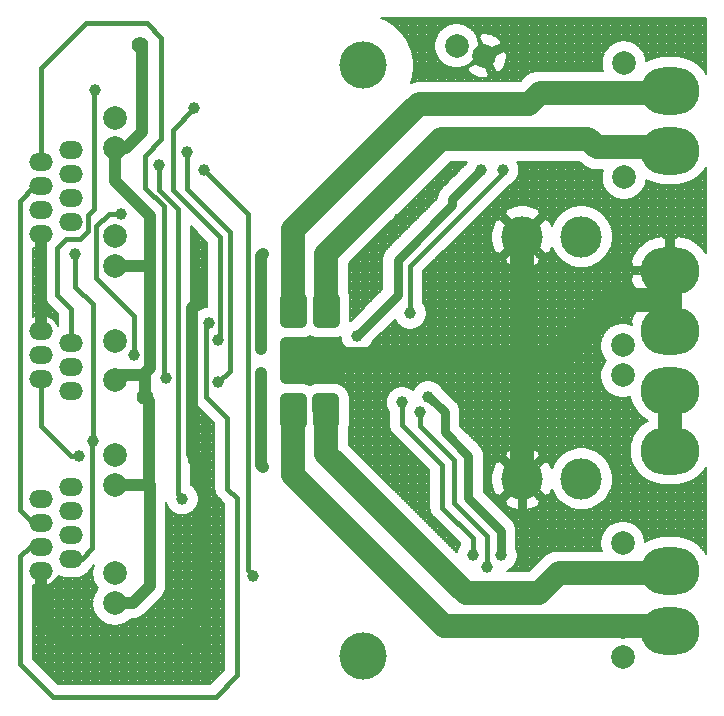
<source format=gbr>
G04 #@! TF.GenerationSoftware,KiCad,Pcbnew,5.0.0-fee4fd1~66~ubuntu16.04.1*
G04 #@! TF.CreationDate,2018-10-25T21:56:11-03:00*
G04 #@! TF.ProjectId,pap,7061702E6B696361645F706362000000,1.0*
G04 #@! TF.SameCoordinates,Original*
G04 #@! TF.FileFunction,Copper,L1,Top,Signal*
G04 #@! TF.FilePolarity,Positive*
%FSLAX46Y46*%
G04 Gerber Fmt 4.6, Leading zero omitted, Abs format (unit mm)*
G04 Created by KiCad (PCBNEW 5.0.0-fee4fd1~66~ubuntu16.04.1) date Thu Oct 25 21:56:11 2018*
%MOMM*%
%LPD*%
G01*
G04 APERTURE LIST*
G04 #@! TA.AperFunction,ComponentPad*
%ADD10C,2.000000*%
G04 #@! TD*
G04 #@! TA.AperFunction,ComponentPad*
%ADD11O,5.000000X4.000000*%
G04 #@! TD*
G04 #@! TA.AperFunction,ComponentPad*
%ADD12C,4.000000*%
G04 #@! TD*
G04 #@! TA.AperFunction,ComponentPad*
%ADD13O,2.000000X1.500000*%
G04 #@! TD*
G04 #@! TA.AperFunction,ComponentPad*
%ADD14C,3.500000*%
G04 #@! TD*
G04 #@! TA.AperFunction,ViaPad*
%ADD15C,1.000000*%
G04 #@! TD*
G04 #@! TA.AperFunction,ViaPad*
%ADD16C,1.400000*%
G04 #@! TD*
G04 #@! TA.AperFunction,Conductor*
%ADD17C,0.400000*%
G04 #@! TD*
G04 #@! TA.AperFunction,Conductor*
%ADD18C,1.000000*%
G04 #@! TD*
G04 #@! TA.AperFunction,Conductor*
%ADD19C,2.000000*%
G04 #@! TD*
G04 #@! TA.AperFunction,Conductor*
%ADD20C,0.200000*%
G04 #@! TD*
G04 #@! TA.AperFunction,Conductor*
%ADD21C,0.800000*%
G04 #@! TD*
%ADD22C,0.200000*%
G04 APERTURE END LIST*
D10*
G04 #@! TO.P,D9,1*
G04 #@! TO.N,Net-(D9-Pad1)*
X101500000Y-110810000D03*
G04 #@! TO.P,D9,2*
G04 #@! TO.N,3V3*
X101500000Y-114110000D03*
G04 #@! TD*
G04 #@! TO.P,D6,2*
G04 #@! TO.N,3V3*
X101500000Y-123000000D03*
G04 #@! TO.P,D6,1*
G04 #@! TO.N,Net-(D6-Pad1)*
X101500000Y-120460000D03*
G04 #@! TD*
G04 #@! TO.P,D5,2*
G04 #@! TO.N,3V3*
X101500000Y-104500000D03*
G04 #@! TO.P,D5,1*
G04 #@! TO.N,Net-(D5-Pad1)*
X101500000Y-101960000D03*
G04 #@! TD*
G04 #@! TO.P,D13,2*
G04 #@! TO.N,3V3*
X101500000Y-94500000D03*
G04 #@! TO.P,D13,1*
G04 #@! TO.N,Net-(D13-Pad1)*
X101500000Y-91960000D03*
G04 #@! TD*
G04 #@! TO.P,D4,2*
G04 #@! TO.N,3V3*
X101500000Y-133040000D03*
G04 #@! TO.P,D4,1*
G04 #@! TO.N,Net-(D4-Pad1)*
X101500000Y-130500000D03*
G04 #@! TD*
G04 #@! TO.P,D7,1*
G04 #@! TO.N,Net-(D7-Pad1)*
X144500000Y-137640000D03*
G04 #@! TO.P,D7,2*
G04 #@! TO.N,/connector/MotorB2*
X144500000Y-135100000D03*
G04 #@! TD*
G04 #@! TO.P,D10,1*
G04 #@! TO.N,/connector/MotorA2*
X144600000Y-89840000D03*
G04 #@! TO.P,D10,2*
G04 #@! TO.N,Net-(D10-Pad2)*
X144600000Y-87300000D03*
G04 #@! TD*
G04 #@! TO.P,D8,1*
G04 #@! TO.N,/connector/MotorB1*
X144500000Y-130500000D03*
G04 #@! TO.P,D8,2*
G04 #@! TO.N,Net-(D8-Pad2)*
X144500000Y-127960000D03*
G04 #@! TD*
G04 #@! TO.P,D11,1*
G04 #@! TO.N,Net-(D11-Pad1)*
X144600000Y-97000000D03*
G04 #@! TO.P,D11,2*
G04 #@! TO.N,/connector/MotorA1*
X144600000Y-94460000D03*
G04 #@! TD*
G04 #@! TO.P,D14,1*
G04 #@! TO.N,85v*
X144500000Y-113749079D03*
G04 #@! TO.P,D14,2*
G04 #@! TO.N,Net-(D14-Pad2)*
X144500000Y-111209079D03*
G04 #@! TD*
G04 #@! TO.P,C3,1*
G04 #@! TO.N,G85V*
X132779542Y-86704129D03*
G04 #@! TO.P,C3,2*
G04 #@! TO.N,15v*
X130430310Y-85849079D03*
G04 #@! TD*
D11*
G04 #@! TO.P,J53,2*
G04 #@! TO.N,/connector/MotorA2*
X148500000Y-89640000D03*
G04 #@! TO.P,J53,1*
G04 #@! TO.N,/connector/MotorA1*
X148500000Y-94720000D03*
G04 #@! TD*
D12*
G04 #@! TO.P,MH101,*
G04 #@! TO.N,*
X122500000Y-137500000D03*
G04 #@! TD*
G04 #@! TO.P,MH102,*
G04 #@! TO.N,*
X122500000Y-87500000D03*
G04 #@! TD*
D13*
G04 #@! TO.P,J56,2*
G04 #@! TO.N,/connector/Busy*
X95250000Y-114038000D03*
G04 #@! TO.P,J56,1*
G04 #@! TO.N,3V3*
X97794660Y-115045460D03*
G04 #@! TO.P,J56,3*
G04 #@! TO.N,/connector/Flag*
X97794660Y-113016000D03*
G04 #@! TO.P,J56,4*
G04 #@! TO.N,/connector/Pulse*
X95250000Y-112000000D03*
G04 #@! TO.P,J56,5*
G04 #@! TO.N,/connector/Switch*
X97794660Y-110986540D03*
G04 #@! TO.P,J56,6*
G04 #@! TO.N,G3V3*
X95250000Y-109970540D03*
G04 #@! TD*
G04 #@! TO.P,J55,3*
G04 #@! TO.N,/connector/Reset*
X95220000Y-99770540D03*
G04 #@! TO.P,J55,1*
G04 #@! TO.N,G3V3*
X95220000Y-101800000D03*
G04 #@! TO.P,J55,2*
G04 #@! TO.N,/connector/CS*
X97764660Y-100786540D03*
G04 #@! TO.P,J55,4*
G04 #@! TO.N,/connector/Osc_Out*
X97764660Y-98757080D03*
G04 #@! TO.P,J55,5*
G04 #@! TO.N,/connector/Sdo_Back*
X95220000Y-97741080D03*
G04 #@! TO.P,J55,6*
G04 #@! TO.N,/connector/Busy_Out*
X97764660Y-96727620D03*
G04 #@! TO.P,J55,7*
G04 #@! TO.N,/connector/SDO*
X95220000Y-95711620D03*
G04 #@! TO.P,J55,8*
G04 #@! TO.N,/connector/CLK*
X97764660Y-94698160D03*
G04 #@! TD*
D11*
G04 #@! TO.P,J52,2*
G04 #@! TO.N,/connector/MotorB1*
X148500000Y-130280000D03*
G04 #@! TO.P,J52,1*
G04 #@! TO.N,/connector/MotorB2*
X148500000Y-135360000D03*
G04 #@! TD*
D14*
G04 #@! TO.P,C51,2*
G04 #@! TO.N,G85V*
X136000000Y-122500000D03*
G04 #@! TO.P,C51,1*
G04 #@! TO.N,85v*
X141000000Y-122500000D03*
G04 #@! TD*
G04 #@! TO.P,C52,2*
G04 #@! TO.N,G85V*
X136000000Y-102000000D03*
G04 #@! TO.P,C52,1*
G04 #@! TO.N,85v*
X141000000Y-102000000D03*
G04 #@! TD*
D11*
G04 #@! TO.P,J51,4*
G04 #@! TO.N,G85V*
X148500000Y-104880000D03*
G04 #@! TO.P,J51,3*
X148500000Y-109960000D03*
G04 #@! TO.P,J51,2*
G04 #@! TO.N,85v*
X148500000Y-115040000D03*
G04 #@! TO.P,J51,1*
X148500000Y-120120000D03*
G04 #@! TD*
D13*
G04 #@! TO.P,J54,3*
G04 #@! TO.N,/connector/Reset*
X95255340Y-128272380D03*
G04 #@! TO.P,J54,1*
G04 #@! TO.N,G3V3*
X95255340Y-130301840D03*
G04 #@! TO.P,J54,2*
G04 #@! TO.N,/connector/CS*
X97800000Y-129288380D03*
G04 #@! TO.P,J54,4*
G04 #@! TO.N,/connector/Osc_In*
X97800000Y-127258920D03*
G04 #@! TO.P,J54,5*
G04 #@! TO.N,/connector/Sdo_Back*
X95255340Y-126242920D03*
G04 #@! TO.P,J54,6*
G04 #@! TO.N,/connector/Busy_Out*
X97800000Y-125229460D03*
G04 #@! TO.P,J54,7*
G04 #@! TO.N,/connector/SDI*
X95255340Y-124213460D03*
G04 #@! TO.P,J54,8*
G04 #@! TO.N,/connector/CLK*
X97800000Y-123200000D03*
G04 #@! TD*
D15*
G04 #@! TO.N,/connector/Switch*
X99800000Y-89600000D03*
G04 #@! TO.N,/connector/MotorA1*
X118775000Y-109225000D03*
X120025000Y-109225000D03*
X120025000Y-107250000D03*
X118775000Y-108225000D03*
X118750000Y-107250000D03*
X120025000Y-108225000D03*
G04 #@! TO.N,/connector/MotorA2*
X115975000Y-107250000D03*
X116000000Y-108225000D03*
X117250000Y-109225000D03*
X117250000Y-107250000D03*
X116000000Y-109225000D03*
X117250000Y-108225000D03*
G04 #@! TO.N,/connector/MotorB1*
X118725000Y-115775000D03*
X120000000Y-117750000D03*
X120000000Y-115775000D03*
X118750000Y-116750000D03*
X120000000Y-116750000D03*
X118750000Y-117750000D03*
G04 #@! TO.N,/connector/MotorB2*
X116000000Y-116750000D03*
X117250000Y-115775000D03*
X116000000Y-117750000D03*
X117250000Y-117750000D03*
X115975000Y-115775000D03*
X117250000Y-116750000D03*
G04 #@! TO.N,/connector/Busy*
X98430310Y-120549079D03*
G04 #@! TO.N,/connector/CLK*
X107600000Y-94800000D03*
X110230310Y-114349079D03*
G04 #@! TO.N,/connector/CS*
X99630310Y-119349079D03*
X98130310Y-103449079D03*
G04 #@! TO.N,/connector/SDO*
X105830310Y-113949079D03*
G04 #@! TO.N,15v*
X132530310Y-96349079D03*
X122000000Y-110400000D03*
G04 #@! TO.N,G85V*
X116000000Y-110975000D03*
X117000000Y-110975000D03*
X118000000Y-110975000D03*
X119000000Y-110975000D03*
X120000000Y-110975000D03*
X116000000Y-111975000D03*
X117000000Y-111975000D03*
X118000000Y-111975000D03*
X119000000Y-111975000D03*
X116000000Y-112975000D03*
X117000000Y-112975000D03*
X118000000Y-112975000D03*
X119000000Y-112975000D03*
X120000000Y-112975000D03*
X116000000Y-113975000D03*
X117000000Y-113975000D03*
X118000000Y-113975000D03*
X119000000Y-113975000D03*
X120000000Y-113975000D03*
X120000000Y-111975000D03*
X140000000Y-127500000D03*
X125580310Y-100499079D03*
G04 #@! TO.N,/connector/Reset*
X109430310Y-109349079D03*
G04 #@! TO.N,/connector/Osc_Out*
X131800000Y-129000000D03*
X109000000Y-96400000D03*
X125830310Y-116049079D03*
X113230310Y-130749058D03*
G04 #@! TO.N,/connector/Osc_In*
X133000000Y-130000000D03*
X127330310Y-116849079D03*
G04 #@! TO.N,/motor/Switch_Local*
X108230310Y-91149079D03*
X110230310Y-110749079D03*
D16*
G04 #@! TO.N,G3V3*
X108630310Y-105949079D03*
X108400000Y-120800000D03*
X108230310Y-136149079D03*
D15*
G04 #@! TO.N,/connector/Busy_Out*
X107200000Y-124200000D03*
X105230310Y-95949079D03*
G04 #@! TO.N,/motor/Adc*
X126500000Y-108500000D03*
X134330310Y-96349079D03*
G04 #@! TO.N,/motor/SenseA*
X114000000Y-103500000D03*
X113830310Y-111549079D03*
G04 #@! TO.N,/motor/SenseB*
X114000000Y-121500000D03*
X113830310Y-113549079D03*
G04 #@! TO.N,/connector/Flag*
X102030310Y-100049079D03*
X103130310Y-112049079D03*
D16*
G04 #@! TO.N,3V3*
X104030310Y-115549079D03*
X103630310Y-85749079D03*
D15*
G04 #@! TO.N,Vreg*
X134200000Y-129000000D03*
X128030310Y-115549079D03*
G04 #@! TD*
D17*
G04 #@! TO.N,/connector/Switch*
X99730310Y-89669690D02*
X99800000Y-89600000D01*
X99730310Y-99649079D02*
X99730310Y-89669690D01*
X99230310Y-100149079D02*
X99730310Y-99649079D01*
X99230310Y-101549079D02*
X99230310Y-100149079D01*
X97380310Y-102249079D02*
X98530310Y-102249079D01*
X97794660Y-110986540D02*
X97794660Y-108113429D01*
X97794660Y-108113429D02*
X96630310Y-106949079D01*
X98530310Y-102249079D02*
X99230310Y-101549079D01*
X96630310Y-106949079D02*
X96630310Y-102999079D01*
X96630310Y-102999079D02*
X97380310Y-102249079D01*
D18*
G04 #@! TO.N,/connector/MotorA1*
X118775000Y-108225000D02*
X120025000Y-108225000D01*
X118775000Y-109225000D02*
X120025000Y-109225000D01*
X118775000Y-107275000D02*
X118750000Y-107250000D01*
X118775000Y-109225000D02*
X118775000Y-107275000D01*
X120025000Y-109225000D02*
X120025000Y-107250000D01*
X118750000Y-107250000D02*
X119400000Y-107250000D01*
X119400000Y-107250000D02*
X120025000Y-107250000D01*
D19*
X119400000Y-103479389D02*
X119400000Y-107250000D01*
X129130310Y-93749079D02*
X119400000Y-103479389D01*
X148500000Y-94720000D02*
X148240000Y-94460000D01*
X141580310Y-93749079D02*
X129130310Y-93749079D01*
X148240000Y-94460000D02*
X142291231Y-94460000D01*
X142291231Y-94460000D02*
X141580310Y-93749079D01*
D18*
G04 #@! TO.N,/connector/MotorA2*
X116000000Y-109225000D02*
X117250000Y-109225000D01*
X117250000Y-108225000D02*
X116000000Y-108225000D01*
X117250000Y-109225000D02*
X117250000Y-107250000D01*
X116000000Y-107275000D02*
X115975000Y-107250000D01*
X116000000Y-109225000D02*
X116000000Y-107275000D01*
X115975000Y-107250000D02*
X116600000Y-107250000D01*
X116600000Y-107250000D02*
X117250000Y-107250000D01*
D19*
X116600000Y-101379389D02*
X116600000Y-107250000D01*
X127230310Y-90749079D02*
X116600000Y-101379389D01*
X148500000Y-89640000D02*
X148290921Y-89849079D01*
X137480310Y-89849079D02*
X136580310Y-90749079D01*
X148290921Y-89849079D02*
X137480310Y-89849079D01*
X136580310Y-90749079D02*
X127230310Y-90749079D01*
D18*
G04 #@! TO.N,/connector/MotorB1*
X118725000Y-115775000D02*
X120000000Y-115775000D01*
X118750000Y-116750000D02*
X120000000Y-116750000D01*
X120000000Y-115775000D02*
X120000000Y-117750000D01*
X118725000Y-116724999D02*
X118750001Y-116750000D01*
X118725000Y-115775000D02*
X118725000Y-116724999D01*
X118750000Y-117750000D02*
X118750000Y-116750000D01*
X119400000Y-117750000D02*
X120000000Y-117750000D01*
X118750000Y-117750000D02*
X119400000Y-117750000D01*
D19*
X137379389Y-132200000D02*
X131200000Y-132200000D01*
X119400000Y-120400000D02*
X119400000Y-117750000D01*
X131200000Y-132200000D02*
X119400000Y-120400000D01*
X139081231Y-130500000D02*
X139080310Y-130499079D01*
X148500000Y-130280000D02*
X148280000Y-130500000D01*
X148280000Y-130500000D02*
X139081231Y-130500000D01*
X139080310Y-130499079D02*
X137379389Y-132200000D01*
D18*
G04 #@! TO.N,/connector/MotorB2*
X115975000Y-115775000D02*
X117224999Y-115775000D01*
X116000000Y-116750000D02*
X117250000Y-116750000D01*
X115975000Y-117725000D02*
X116000000Y-117750000D01*
X115975000Y-115775000D02*
X115975000Y-117725000D01*
X117250000Y-115800001D02*
X117224999Y-115775000D01*
X117250000Y-117750000D02*
X117250000Y-115800001D01*
X116600000Y-117750000D02*
X117250000Y-117750000D01*
X116000000Y-117750000D02*
X116600000Y-117750000D01*
D19*
X116600000Y-122200000D02*
X116600000Y-117750000D01*
X148500000Y-135360000D02*
X147140000Y-135360000D01*
X147140000Y-135360000D02*
X146780000Y-135000000D01*
X146780000Y-135000000D02*
X129400000Y-135000000D01*
X129400000Y-135000000D02*
X116600000Y-122200000D01*
D17*
G04 #@! TO.N,/connector/Busy*
X97749079Y-120549079D02*
X98430310Y-120549079D01*
X95200000Y-118000000D02*
X97749079Y-120549079D01*
X95200000Y-114088000D02*
X95200000Y-118000000D01*
X95250000Y-114038000D02*
X95200000Y-114088000D01*
D20*
G04 #@! TO.N,/connector/CLK*
X107600000Y-94800000D02*
X107800000Y-94800000D01*
D17*
X107600000Y-94800000D02*
X107600000Y-98000000D01*
X107600000Y-98000000D02*
X111230310Y-101630310D01*
X111230310Y-101630310D02*
X111230310Y-111599079D01*
X111230310Y-113349079D02*
X110230310Y-114349079D01*
X111230310Y-111599079D02*
X111230310Y-113349079D01*
G04 #@! TO.N,/connector/CS*
X99600000Y-128400000D02*
X98711620Y-129288380D01*
X99600000Y-119600000D02*
X99600000Y-128400000D01*
X99630310Y-119349079D02*
X99600000Y-119600000D01*
X98711620Y-129288380D02*
X97800000Y-129288380D01*
X98130310Y-106249079D02*
X98130310Y-103449079D01*
X99630310Y-107749079D02*
X98130310Y-106249079D01*
X99630310Y-119349079D02*
X99630310Y-107749079D01*
G04 #@! TO.N,/connector/SDO*
X105630310Y-113749079D02*
X105830310Y-113949079D01*
X95220000Y-95711620D02*
X95220000Y-87759389D01*
X104030310Y-95149079D02*
X104030310Y-97849079D01*
X95220000Y-87759389D02*
X99030310Y-83949079D01*
X104030310Y-97849079D02*
X105630310Y-99449079D01*
X105430310Y-93749079D02*
X104030310Y-95149079D01*
X105430310Y-85149079D02*
X105430310Y-93749079D01*
X104230310Y-83949079D02*
X105430310Y-85149079D01*
X105630310Y-99449079D02*
X105630310Y-113749079D01*
X99030310Y-83949079D02*
X104230310Y-83949079D01*
D19*
G04 #@! TO.N,85v*
X148500000Y-115040000D02*
X148500000Y-120120000D01*
D21*
G04 #@! TO.N,15v*
X130080310Y-99299079D02*
X130080310Y-98799079D01*
X125430310Y-103949079D02*
X130080310Y-99299079D01*
X125430310Y-106969690D02*
X125430310Y-103949079D01*
X122000000Y-110400000D02*
X125430310Y-106969690D01*
X130080310Y-98799079D02*
X132530310Y-96349079D01*
D19*
G04 #@! TO.N,G85V*
X148000000Y-104880000D02*
X148500000Y-104880000D01*
X148460000Y-110000000D02*
X148500000Y-109960000D01*
D18*
X116000000Y-110975000D02*
X117000000Y-110975000D01*
X117000000Y-110975000D02*
X118000000Y-110975000D01*
X120000000Y-110975000D02*
X118000000Y-110975000D01*
X120000000Y-111975000D02*
X116000000Y-111975000D01*
X116000000Y-112975000D02*
X120000000Y-112975000D01*
X116000000Y-113975000D02*
X120000000Y-113975000D01*
X116000000Y-113975000D02*
X116000000Y-110975000D01*
X120000000Y-113975000D02*
X120000000Y-112400000D01*
X120000000Y-112400000D02*
X120000000Y-110975000D01*
D19*
X136000000Y-102000000D02*
X136000000Y-111400000D01*
X148500000Y-107400000D02*
X148500000Y-109960000D01*
X148500000Y-104880000D02*
X148500000Y-107400000D01*
X136000000Y-111400000D02*
X136000000Y-122500000D01*
D21*
X138181231Y-127500000D02*
X136000000Y-125318769D01*
X136000000Y-125318769D02*
X136000000Y-122500000D01*
X140000000Y-127500000D02*
X138181231Y-127500000D01*
D19*
X143779389Y-107400000D02*
X148500000Y-107400000D01*
X138779389Y-112400000D02*
X143779389Y-107400000D01*
X120000000Y-112400000D02*
X138779389Y-112400000D01*
D17*
G04 #@! TO.N,/connector/Reset*
X94307009Y-128272380D02*
X95255340Y-128272380D01*
X93500000Y-129079389D02*
X94307009Y-128272380D01*
X111030310Y-123349079D02*
X111830310Y-124149079D01*
X111030310Y-117349079D02*
X111030310Y-123349079D01*
X109230310Y-115549079D02*
X111030310Y-117349079D01*
X109230310Y-109549079D02*
X109230310Y-115549079D01*
X111830310Y-139149079D02*
X110030310Y-140949079D01*
X109430310Y-109349079D02*
X109230310Y-109549079D01*
X111830310Y-124149079D02*
X111830310Y-139149079D01*
X96230310Y-140949079D02*
X93500000Y-138218769D01*
X110030310Y-140949079D02*
X96230310Y-140949079D01*
X93500000Y-138218769D02*
X93500000Y-129079389D01*
G04 #@! TO.N,/connector/Osc_Out*
X131800000Y-127518769D02*
X131800000Y-129000000D01*
X125830310Y-116049079D02*
X125830310Y-117949079D01*
X125830310Y-117949079D02*
X129230310Y-121349079D01*
X129230310Y-121349079D02*
X129230310Y-124949079D01*
X129230310Y-124949079D02*
X131800000Y-127518769D01*
X112730311Y-100130311D02*
X112730311Y-130249059D01*
X112730311Y-130249059D02*
X113230310Y-130749058D01*
X109000000Y-96400000D02*
X112730311Y-100130311D01*
G04 #@! TO.N,/connector/Osc_In*
X133000000Y-127318769D02*
X133000000Y-130000000D01*
X127330310Y-116849079D02*
X127330310Y-118049079D01*
X127330310Y-118049079D02*
X130230310Y-120949079D01*
X130230310Y-120949079D02*
X130230310Y-124549079D01*
X130230310Y-124549079D02*
X133000000Y-127318769D01*
G04 #@! TO.N,/motor/Switch_Local*
X106430310Y-92949079D02*
X108230310Y-91149079D01*
X110230310Y-110749079D02*
X110430310Y-110549079D01*
X110430310Y-110549079D02*
X110430310Y-102049079D01*
X110430310Y-102049079D02*
X106430310Y-98049079D01*
X106430310Y-98049079D02*
X106430310Y-92949079D01*
D18*
G04 #@! TO.N,G3V3*
X95220000Y-109940540D02*
X95250000Y-109970540D01*
X95220000Y-101800000D02*
X95220000Y-109940540D01*
X95255340Y-134374109D02*
X95255340Y-130301840D01*
X106230310Y-136349079D02*
X97230310Y-136349079D01*
X109030310Y-121430310D02*
X109030310Y-133549079D01*
X108400000Y-120800000D02*
X109030310Y-121430310D01*
X97230310Y-136349079D02*
X95255340Y-134374109D01*
X109030310Y-133549079D02*
X106230310Y-136349079D01*
D21*
X107230310Y-137349079D02*
X106230310Y-136349079D01*
X107230310Y-137549079D02*
X107230310Y-137349079D01*
D18*
X108630310Y-107449079D02*
X108630310Y-105949079D01*
X108030310Y-120430310D02*
X108030310Y-108049079D01*
X108030310Y-108049079D02*
X108630310Y-107449079D01*
X108400000Y-120800000D02*
X108030310Y-120430310D01*
D17*
G04 #@! TO.N,/connector/Busy_Out*
X106830310Y-99649079D02*
X105230310Y-98049079D01*
X106830310Y-123830310D02*
X106830310Y-99649079D01*
X105230310Y-98049079D02*
X105230310Y-95949079D01*
X107200000Y-124200000D02*
X106830310Y-123830310D01*
G04 #@! TO.N,/motor/Adc*
X134330310Y-96649079D02*
X134330310Y-96349079D01*
X126500000Y-104479389D02*
X134330310Y-96649079D01*
X126500000Y-108500000D02*
X126500000Y-104479389D01*
D18*
G04 #@! TO.N,/motor/SenseA*
X113830310Y-103669690D02*
X114000000Y-103500000D01*
X113830310Y-111549079D02*
X113830310Y-103669690D01*
G04 #@! TO.N,/motor/SenseB*
X113830310Y-121330310D02*
X114000000Y-121500000D01*
X113830310Y-113549079D02*
X113830310Y-121330310D01*
D17*
G04 #@! TO.N,/connector/Sdo_Back*
X94524151Y-126242920D02*
X95255340Y-126242920D01*
X95220000Y-97741080D02*
X94658920Y-97741080D01*
X94658920Y-97741080D02*
X93430310Y-98969690D01*
X93430310Y-125149079D02*
X94524151Y-126242920D01*
X93430310Y-98969690D02*
X93430310Y-125149079D01*
G04 #@! TO.N,/connector/Flag*
X103130310Y-108749079D02*
X103130310Y-112049079D01*
X102030310Y-100049079D02*
X101030310Y-100049079D01*
X101030310Y-100049079D02*
X99930310Y-101149079D01*
X99930310Y-105549079D02*
X103130310Y-108749079D01*
X99930310Y-101149079D02*
X99930310Y-105549079D01*
D18*
G04 #@! TO.N,3V3*
X101500000Y-133040000D02*
X101540000Y-133000000D01*
X101540000Y-133000000D02*
X103000000Y-133000000D01*
X104430310Y-123000000D02*
X101500000Y-123000000D01*
X103000000Y-133000000D02*
X104430310Y-131569690D01*
X104430310Y-131569690D02*
X104430310Y-123000000D01*
X104400000Y-123000000D02*
X101500000Y-123000000D01*
X104400000Y-115918769D02*
X104030310Y-115549079D01*
X104400000Y-123000000D02*
X104400000Y-115918769D01*
X103830310Y-93149079D02*
X103830310Y-87749079D01*
X101500000Y-94500000D02*
X102479379Y-94500000D01*
X102479379Y-94500000D02*
X103400001Y-93579378D01*
X103400001Y-93579378D02*
X103400011Y-93579378D01*
X103400011Y-93579378D02*
X103830310Y-93149079D01*
X103830310Y-85949079D02*
X103630310Y-85749079D01*
X103830310Y-87749079D02*
X103830310Y-85949079D01*
X101430310Y-104569690D02*
X101500000Y-104500000D01*
X103931231Y-113750000D02*
X104030310Y-113849079D01*
X101500000Y-113750000D02*
X103931231Y-113750000D01*
X104030310Y-115549079D02*
X104030310Y-113849079D01*
X104430310Y-113149079D02*
X104430310Y-103249079D01*
X104030310Y-113549079D02*
X104430310Y-113149079D01*
X104030310Y-113849079D02*
X104030310Y-113549079D01*
X104430310Y-104500000D02*
X101500000Y-104500000D01*
X104430310Y-103249079D02*
X104430310Y-104500000D01*
X104430310Y-100249079D02*
X104430310Y-103249079D01*
X101500000Y-97318769D02*
X104430310Y-100249079D01*
X101500000Y-94500000D02*
X101500000Y-97318769D01*
D21*
G04 #@! TO.N,Vreg*
X129430310Y-116849079D02*
X128130310Y-115549079D01*
X128130310Y-115549079D02*
X128030310Y-115549079D01*
X134200000Y-129000000D02*
X134200000Y-126918769D01*
X129430310Y-118549079D02*
X129430310Y-116849079D01*
X134200000Y-126918769D02*
X131430310Y-124149079D01*
X131430310Y-124149079D02*
X131430310Y-120549079D01*
X131430310Y-120549079D02*
X129430310Y-118549079D01*
G04 #@! TD*
D20*
G04 #@! TO.N,G3V3*
X107930310Y-101104714D02*
X107930310Y-101104714D01*
X108120310Y-101294714D02*
X107930310Y-101294714D01*
X108310310Y-101484714D02*
X107930310Y-101484714D01*
X108500310Y-101674714D02*
X107930310Y-101674714D01*
X108690310Y-101864714D02*
X107930310Y-101864714D01*
X108880310Y-102054714D02*
X107930310Y-102054714D01*
X109070310Y-102244714D02*
X107930310Y-102244714D01*
X109260310Y-102434714D02*
X107930310Y-102434714D01*
X109330311Y-102624714D02*
X107930310Y-102624714D01*
X109330311Y-102814714D02*
X107930310Y-102814714D01*
X109330311Y-103004714D02*
X107930310Y-103004714D01*
X109330311Y-103194714D02*
X107930310Y-103194714D01*
X109330311Y-103384714D02*
X107930310Y-103384714D01*
X109330311Y-103574714D02*
X107930310Y-103574714D01*
X109330311Y-103764714D02*
X107930310Y-103764714D01*
X109330311Y-103954714D02*
X107930310Y-103954714D01*
X109330311Y-104144714D02*
X107930310Y-104144714D01*
X109330311Y-104334714D02*
X107930310Y-104334714D01*
X109330311Y-104524714D02*
X107930310Y-104524714D01*
X109330311Y-104714714D02*
X107930310Y-104714714D01*
X109330311Y-104904714D02*
X107930310Y-104904714D01*
X109330311Y-105094714D02*
X107930310Y-105094714D01*
X109330311Y-105284714D02*
X107930310Y-105284714D01*
X109330311Y-105474714D02*
X107930310Y-105474714D01*
X109330311Y-105664714D02*
X107930310Y-105664714D01*
X109330311Y-105854714D02*
X107930310Y-105854714D01*
X109330311Y-106044714D02*
X107930310Y-106044714D01*
X109330311Y-106234714D02*
X107930310Y-106234714D01*
X109330311Y-106424714D02*
X107930310Y-106424714D01*
X109330311Y-106614714D02*
X107930310Y-106614714D01*
X109330311Y-106804714D02*
X107930310Y-106804714D01*
X109330311Y-106994714D02*
X107930310Y-106994714D01*
X109330311Y-107184714D02*
X107930310Y-107184714D01*
X109330311Y-107374714D02*
X107930310Y-107374714D01*
X109330311Y-107564714D02*
X107930310Y-107564714D01*
X109330311Y-107754714D02*
X107930310Y-107754714D01*
X109330311Y-107944714D02*
X107930310Y-107944714D01*
X108727802Y-108134714D02*
X107930310Y-108134714D01*
X108474776Y-108324714D02*
X107930310Y-108324714D01*
X108304050Y-108514714D02*
X107930310Y-108514714D01*
X108181866Y-108704714D02*
X107930310Y-108704714D01*
X108103165Y-108894714D02*
X107930310Y-108894714D01*
X108055468Y-109084714D02*
X107930310Y-109084714D01*
X108030310Y-109274714D02*
X107930310Y-109274714D01*
X108030310Y-109464714D02*
X107930310Y-109464714D01*
X108063676Y-109654714D02*
X107930310Y-109654714D01*
X108120259Y-109844714D02*
X107930310Y-109844714D01*
X108130310Y-110034714D02*
X107930310Y-110034714D01*
X108130310Y-110224714D02*
X107930310Y-110224714D01*
X108130310Y-110414714D02*
X107930310Y-110414714D01*
X108130310Y-110604714D02*
X107930310Y-110604714D01*
X108130310Y-110794714D02*
X107930310Y-110794714D01*
X108130310Y-110984714D02*
X107930310Y-110984714D01*
X108130310Y-111174714D02*
X107930310Y-111174714D01*
X108130310Y-111364714D02*
X107930310Y-111364714D01*
X108130310Y-111554714D02*
X107930310Y-111554714D01*
X108130310Y-111744714D02*
X107930310Y-111744714D01*
X108130310Y-111934714D02*
X107930310Y-111934714D01*
X108130310Y-112124714D02*
X107930310Y-112124714D01*
X108130310Y-112314714D02*
X107930310Y-112314714D01*
X108130310Y-112504714D02*
X107930310Y-112504714D01*
X108130310Y-112694714D02*
X107930310Y-112694714D01*
X108130310Y-112884714D02*
X107930310Y-112884714D01*
X108130310Y-113074714D02*
X107930310Y-113074714D01*
X108130310Y-113264714D02*
X107930310Y-113264714D01*
X108130310Y-113454714D02*
X107930310Y-113454714D01*
X108130310Y-113644714D02*
X107930310Y-113644714D01*
X108130310Y-113834714D02*
X107930310Y-113834714D01*
X108130310Y-114024714D02*
X107930310Y-114024714D01*
X108130310Y-114214714D02*
X107930310Y-114214714D01*
X108130310Y-114404714D02*
X107930310Y-114404714D01*
X108130310Y-114594714D02*
X107930310Y-114594714D01*
X108130310Y-114784714D02*
X107930310Y-114784714D01*
X108130310Y-114974714D02*
X107930310Y-114974714D01*
X108130310Y-115164714D02*
X107930310Y-115164714D01*
X108130310Y-115354714D02*
X107930310Y-115354714D01*
X108125418Y-115544714D02*
X107930310Y-115544714D01*
X108143271Y-115734714D02*
X107930310Y-115734714D01*
X108194762Y-115924714D02*
X107930310Y-115924714D01*
X108285371Y-116114714D02*
X107930310Y-116114714D01*
X108427436Y-116304714D02*
X107930310Y-116304714D01*
X108620310Y-116494714D02*
X107930310Y-116494714D01*
X108810310Y-116684714D02*
X107930310Y-116684714D01*
X109000310Y-116874714D02*
X107930310Y-116874714D01*
X109190310Y-117064714D02*
X107930310Y-117064714D01*
X109380310Y-117254714D02*
X107930310Y-117254714D01*
X109570310Y-117444714D02*
X107930310Y-117444714D01*
X109760310Y-117634714D02*
X107930310Y-117634714D01*
X109930310Y-117824714D02*
X107930310Y-117824714D01*
X109930310Y-118014714D02*
X107930310Y-118014714D01*
X109930310Y-118204714D02*
X107930310Y-118204714D01*
X109930310Y-118394714D02*
X107930310Y-118394714D01*
X109930310Y-118584714D02*
X107930310Y-118584714D01*
X109930310Y-118774714D02*
X107930310Y-118774714D01*
X109930310Y-118964714D02*
X107930310Y-118964714D01*
X109930310Y-119154714D02*
X107930310Y-119154714D01*
X109930310Y-119344714D02*
X107930310Y-119344714D01*
X109930310Y-119534714D02*
X107930310Y-119534714D01*
X109930310Y-119724714D02*
X107930310Y-119724714D01*
X109930310Y-119914714D02*
X107930310Y-119914714D01*
X109930310Y-120104714D02*
X107930310Y-120104714D01*
X109930310Y-120294714D02*
X107930310Y-120294714D01*
X109930310Y-120484714D02*
X107930310Y-120484714D01*
X109930310Y-120674714D02*
X107930310Y-120674714D01*
X109930310Y-120864714D02*
X107930310Y-120864714D01*
X109930310Y-121054714D02*
X107930310Y-121054714D01*
X109930310Y-121244714D02*
X107930310Y-121244714D01*
X109930310Y-121434714D02*
X107930310Y-121434714D01*
X109930310Y-121624714D02*
X107930310Y-121624714D01*
X109930310Y-121814714D02*
X107930310Y-121814714D01*
X109930310Y-122004714D02*
X107930310Y-122004714D01*
X109930310Y-122194714D02*
X107930310Y-122194714D01*
X109930310Y-122384714D02*
X107930310Y-122384714D01*
X109930310Y-122574714D02*
X107930310Y-122574714D01*
X109930310Y-122764714D02*
X107930310Y-122764714D01*
X109930310Y-122954714D02*
X107930310Y-122954714D01*
X109930310Y-123144714D02*
X108124613Y-123144714D01*
X109926403Y-123334714D02*
X108305601Y-123334714D01*
X109942287Y-123524714D02*
X108432555Y-123524714D01*
X109991729Y-123714714D02*
X108514338Y-123714714D01*
X110080026Y-123904714D02*
X108568692Y-123904714D01*
X110219230Y-124094714D02*
X108600000Y-124094714D01*
X110410310Y-124284714D02*
X108600000Y-124284714D01*
X110600310Y-124474714D02*
X108572783Y-124474714D01*
X105877141Y-124664714D02*
X105830310Y-124664714D01*
X110730310Y-124664714D02*
X108522858Y-124664714D01*
X105955842Y-124854714D02*
X105830310Y-124854714D01*
X110730310Y-124854714D02*
X108444157Y-124854714D01*
X106080654Y-125044714D02*
X105830310Y-125044714D01*
X110730310Y-125044714D02*
X108319345Y-125044714D01*
X106254815Y-125234714D02*
X105830310Y-125234714D01*
X110730310Y-125234714D02*
X108145185Y-125234714D01*
X106512980Y-125424714D02*
X105830310Y-125424714D01*
X110730310Y-125424714D02*
X107887019Y-125424714D01*
X110730310Y-125614714D02*
X105830310Y-125614714D01*
X110730310Y-125804714D02*
X105830310Y-125804714D01*
X110730310Y-125994714D02*
X105830310Y-125994714D01*
X110730310Y-126184714D02*
X105830310Y-126184714D01*
X110730310Y-126374714D02*
X105830310Y-126374714D01*
X110730310Y-126564714D02*
X105830310Y-126564714D01*
X110730310Y-126754714D02*
X105830310Y-126754714D01*
X110730310Y-126944714D02*
X105830310Y-126944714D01*
X110730310Y-127134714D02*
X105830310Y-127134714D01*
X110730310Y-127324714D02*
X105830310Y-127324714D01*
X110730310Y-127514714D02*
X105830310Y-127514714D01*
X110730310Y-127704714D02*
X105830310Y-127704714D01*
X110730310Y-127894714D02*
X105830310Y-127894714D01*
X110730310Y-128084714D02*
X105830310Y-128084714D01*
X110730310Y-128274714D02*
X105830310Y-128274714D01*
X110730310Y-128464714D02*
X105830310Y-128464714D01*
X110730310Y-128654714D02*
X105830310Y-128654714D01*
X110730310Y-128844714D02*
X105830310Y-128844714D01*
X110730310Y-129034714D02*
X105830310Y-129034714D01*
X110730310Y-129224714D02*
X105830310Y-129224714D01*
X110730310Y-129414714D02*
X105830310Y-129414714D01*
X110730310Y-129604714D02*
X105830310Y-129604714D01*
X110730310Y-129794714D02*
X105830310Y-129794714D01*
X99665274Y-129984714D02*
X99570920Y-129984714D01*
X110730310Y-129984714D02*
X105830310Y-129984714D01*
X99627481Y-130174714D02*
X99447158Y-130174714D01*
X110730310Y-130174714D02*
X105830310Y-130174714D01*
X95375340Y-130364714D02*
X95135340Y-130364714D01*
X99600000Y-130364714D02*
X99301186Y-130364714D01*
X110730310Y-130364714D02*
X105830310Y-130364714D01*
X95355340Y-130554714D02*
X95155340Y-130554714D01*
X99600000Y-130554714D02*
X99107876Y-130554714D01*
X110730310Y-130554714D02*
X105830310Y-130554714D01*
X95355340Y-130744714D02*
X95155340Y-130744714D01*
X96774373Y-130744714D02*
X96673654Y-130744714D01*
X99611453Y-130744714D02*
X98825625Y-130744714D01*
X110730310Y-130744714D02*
X105830310Y-130744714D01*
X95355340Y-130934714D02*
X95155340Y-130934714D01*
X97431726Y-130934714D02*
X96585251Y-130934714D01*
X99649246Y-130934714D02*
X98168273Y-130934714D01*
X110730310Y-130934714D02*
X105830310Y-130934714D01*
X95355340Y-131124714D02*
X95155340Y-131124714D01*
X99702220Y-131124714D02*
X96449872Y-131124714D01*
X110730310Y-131124714D02*
X105830310Y-131124714D01*
X95355340Y-131314714D02*
X95155340Y-131314714D01*
X99780920Y-131314714D02*
X96237630Y-131314714D01*
X110730310Y-131314714D02*
X105830310Y-131314714D01*
X94654238Y-131504714D02*
X94600000Y-131504714D01*
X95355340Y-131504714D02*
X95155340Y-131504714D01*
X99886218Y-131504714D02*
X95856441Y-131504714D01*
X110730310Y-131504714D02*
X105830684Y-131504714D01*
X100013172Y-131694714D02*
X94600000Y-131694714D01*
X110730310Y-131694714D02*
X105824770Y-131694714D01*
X99986828Y-131884714D02*
X94600000Y-131884714D01*
X110730310Y-131884714D02*
X105797744Y-131884714D01*
X99859874Y-132074714D02*
X94600000Y-132074714D01*
X110730310Y-132074714D02*
X105740108Y-132074714D01*
X99764590Y-132264714D02*
X94600000Y-132264714D01*
X110730310Y-132264714D02*
X105646255Y-132264714D01*
X99685889Y-132454714D02*
X94600000Y-132454714D01*
X110730310Y-132454714D02*
X105515090Y-132454714D01*
X99641405Y-132644714D02*
X94600000Y-132644714D01*
X110730310Y-132644714D02*
X105335184Y-132644714D01*
X99603611Y-132834714D02*
X94600000Y-132834714D01*
X110730310Y-132834714D02*
X105145184Y-132834714D01*
X99600000Y-133024714D02*
X94600000Y-133024714D01*
X110730310Y-133024714D02*
X104955184Y-133024714D01*
X99600000Y-133214714D02*
X94600000Y-133214714D01*
X110730310Y-133214714D02*
X104765184Y-133214714D01*
X99635322Y-133404714D02*
X94600000Y-133404714D01*
X110730310Y-133404714D02*
X104575184Y-133404714D01*
X99673225Y-133594714D02*
X94600000Y-133594714D01*
X110730310Y-133594714D02*
X104385184Y-133594714D01*
X99751925Y-133784714D02*
X94600000Y-133784714D01*
X110730310Y-133784714D02*
X104195184Y-133784714D01*
X99839445Y-133974714D02*
X94600000Y-133974714D01*
X110730310Y-133974714D02*
X104011173Y-133974714D01*
X99966399Y-134164714D02*
X94600000Y-134164714D01*
X110730310Y-134164714D02*
X103787625Y-134164714D01*
X100127709Y-134354714D02*
X94600000Y-134354714D01*
X110730310Y-134354714D02*
X103356958Y-134354714D01*
X100332054Y-134544714D02*
X94600000Y-134544714D01*
X110730310Y-134544714D02*
X102667945Y-134544714D01*
X100626463Y-134734714D02*
X94600000Y-134734714D01*
X110730310Y-134734714D02*
X102373536Y-134734714D01*
X101236018Y-134924714D02*
X94600000Y-134924714D01*
X110730310Y-134924714D02*
X101763981Y-134924714D01*
X110730310Y-135114714D02*
X94600000Y-135114714D01*
X110730310Y-135304714D02*
X94600000Y-135304714D01*
X110730310Y-135494714D02*
X94600000Y-135494714D01*
X110730310Y-135684714D02*
X94600000Y-135684714D01*
X110730310Y-135874714D02*
X94600000Y-135874714D01*
X110730310Y-136064714D02*
X94600000Y-136064714D01*
X110730310Y-136254714D02*
X94600000Y-136254714D01*
X110730310Y-136444714D02*
X94600000Y-136444714D01*
X110730310Y-136634714D02*
X94600000Y-136634714D01*
X110730310Y-136824714D02*
X94600000Y-136824714D01*
X110730310Y-137014714D02*
X94600000Y-137014714D01*
X110730310Y-137204714D02*
X94600000Y-137204714D01*
X110730310Y-137394714D02*
X94600000Y-137394714D01*
X110730310Y-137584714D02*
X94600000Y-137584714D01*
X110730310Y-137774714D02*
X94611580Y-137774714D01*
X110730310Y-137964714D02*
X94801580Y-137964714D01*
X110730310Y-138154714D02*
X94991580Y-138154714D01*
X110730310Y-138344714D02*
X95181580Y-138344714D01*
X110730310Y-138534714D02*
X95371580Y-138534714D01*
X110699041Y-138724714D02*
X95561580Y-138724714D01*
X110509041Y-138914714D02*
X95751580Y-138914714D01*
X110319041Y-139104714D02*
X95941580Y-139104714D01*
X110129041Y-139294714D02*
X96131580Y-139294714D01*
X109939041Y-139484714D02*
X96321580Y-139484714D01*
X109749041Y-139674714D02*
X96511580Y-139674714D01*
X110730311Y-138693443D02*
X110730311Y-138693443D01*
X110540311Y-138883443D02*
X110540311Y-124414714D01*
X110350311Y-139073443D02*
X110350311Y-124224714D01*
X110160311Y-139263443D02*
X110160311Y-124022920D01*
X109970311Y-139453443D02*
X109970311Y-123644109D01*
X109780311Y-139643443D02*
X109780311Y-117654714D01*
X109590311Y-139833443D02*
X109590311Y-117464714D01*
X109400311Y-139849079D02*
X109400311Y-117274714D01*
X109210311Y-107965411D02*
X109210311Y-102384715D01*
X109210311Y-139849079D02*
X109210311Y-117084714D01*
X109020311Y-108003556D02*
X109020311Y-102194715D01*
X109020311Y-139849079D02*
X109020311Y-116894714D01*
X108830311Y-108082257D02*
X108830311Y-102004715D01*
X108830311Y-139849079D02*
X108830311Y-116704714D01*
X108640311Y-108193173D02*
X108640311Y-101814715D01*
X108640311Y-139849079D02*
X108640311Y-116514714D01*
X108450311Y-108349179D02*
X108450311Y-101624715D01*
X108450311Y-123560141D02*
X108450311Y-116331957D01*
X108450311Y-139849079D02*
X108450311Y-124839860D01*
X108260311Y-108580172D02*
X108260311Y-101434715D01*
X108260311Y-123280412D02*
X108260311Y-116067827D01*
X108260311Y-139849079D02*
X108260311Y-125119588D01*
X108070311Y-109010091D02*
X108070311Y-101244715D01*
X108070311Y-123097758D02*
X108070311Y-109688066D01*
X108070311Y-139849079D02*
X108070311Y-125302243D01*
X107880311Y-139849079D02*
X107880311Y-125429197D01*
X107690311Y-139849079D02*
X107690311Y-125512256D01*
X107500311Y-139849079D02*
X107500311Y-125567693D01*
X107310311Y-139849079D02*
X107310311Y-125600000D01*
X107120311Y-139849079D02*
X107120311Y-125600000D01*
X106930311Y-139849079D02*
X106930311Y-125573783D01*
X106740311Y-139849079D02*
X106740311Y-125524939D01*
X106550311Y-139849079D02*
X106550311Y-125446239D01*
X106360311Y-139849079D02*
X106360311Y-125322703D01*
X106170311Y-139849079D02*
X106170311Y-125150210D01*
X105980311Y-139849079D02*
X105980311Y-124894540D01*
X105790311Y-139849079D02*
X105790311Y-131909220D01*
X105600311Y-139849079D02*
X105600311Y-132350671D01*
X105410311Y-139849079D02*
X105410311Y-132576524D01*
X105220311Y-139849079D02*
X105220311Y-132759587D01*
X105030311Y-139849079D02*
X105030311Y-132949587D01*
X104840311Y-139849079D02*
X104840311Y-133139587D01*
X104650311Y-139849079D02*
X104650311Y-133329587D01*
X104460311Y-139849079D02*
X104460311Y-133519587D01*
X104270311Y-139849079D02*
X104270311Y-133709587D01*
X104080311Y-139849079D02*
X104080311Y-133899587D01*
X103890311Y-139849079D02*
X103890311Y-134080442D01*
X103700311Y-139849079D02*
X103700311Y-134213120D01*
X103510311Y-139849079D02*
X103510311Y-134308196D01*
X103320311Y-139849079D02*
X103320311Y-134365831D01*
X103130311Y-139849079D02*
X103130311Y-134393940D01*
X102940311Y-139849079D02*
X102940311Y-134400894D01*
X102750311Y-139849079D02*
X102750311Y-134476694D01*
X102560311Y-139849079D02*
X102560311Y-134616633D01*
X102370311Y-139849079D02*
X102370311Y-134736051D01*
X102180311Y-139849079D02*
X102180311Y-134814751D01*
X101990311Y-139849079D02*
X101990311Y-134879695D01*
X101800311Y-139849079D02*
X101800311Y-134917488D01*
X101610311Y-139849079D02*
X101610311Y-134940000D01*
X101420311Y-139849079D02*
X101420311Y-134940000D01*
X101230311Y-139849079D02*
X101230311Y-134923578D01*
X101040311Y-139849079D02*
X101040311Y-134885785D01*
X100850311Y-139849079D02*
X100850311Y-134827434D01*
X100660311Y-139849079D02*
X100660311Y-134748734D01*
X100470311Y-139849079D02*
X100470311Y-134637093D01*
X100280311Y-139849079D02*
X100280311Y-134507316D01*
X100090311Y-139849079D02*
X100090311Y-134317316D01*
X99900311Y-132014194D02*
X99900311Y-131525805D01*
X99900311Y-139849079D02*
X99900311Y-134065805D01*
X99710311Y-129855752D02*
X99710311Y-129845323D01*
X99710311Y-132395752D02*
X99710311Y-131144247D01*
X99710311Y-139849079D02*
X99710311Y-133684247D01*
X99520311Y-139849079D02*
X99520311Y-130037857D01*
X99330311Y-139849079D02*
X99330311Y-130329226D01*
X99140311Y-139849079D02*
X99140311Y-130528096D01*
X98950311Y-139849079D02*
X98950311Y-130678068D01*
X98760311Y-139849079D02*
X98760311Y-130779626D01*
X98570311Y-139849079D02*
X98570311Y-130854791D01*
X98380311Y-139849079D02*
X98380311Y-130912426D01*
X98190311Y-139849079D02*
X98190311Y-130932544D01*
X98000311Y-139849079D02*
X98000311Y-130938380D01*
X97810311Y-139849079D02*
X97810311Y-130938380D01*
X97620311Y-139849079D02*
X97620311Y-130938380D01*
X97430311Y-139849079D02*
X97430311Y-130934574D01*
X97240311Y-139849079D02*
X97240311Y-130915860D01*
X97050311Y-139849079D02*
X97050311Y-130861045D01*
X96860311Y-139849079D02*
X96860311Y-130790648D01*
X96670311Y-139833446D02*
X96670311Y-130752385D01*
X96480311Y-139643446D02*
X96480311Y-131085698D01*
X96290311Y-139453446D02*
X96290311Y-131278526D01*
X96100311Y-139263446D02*
X96100311Y-131402868D01*
X95910311Y-139073446D02*
X95910311Y-131483550D01*
X95720311Y-138883446D02*
X95720311Y-131531156D01*
X95530311Y-138693446D02*
X95530311Y-131551840D01*
X95340311Y-138503446D02*
X95340311Y-130181840D01*
X95150311Y-130401840D02*
X95150311Y-130201840D01*
X95150311Y-138313446D02*
X95150311Y-131551840D01*
X94960311Y-138123446D02*
X94960311Y-131551840D01*
X94770311Y-137933446D02*
X94770311Y-131527547D01*
X95320000Y-101680000D02*
X95120000Y-101680000D01*
X95340000Y-101870000D02*
X95100000Y-101870000D01*
X95320000Y-102060000D02*
X95120000Y-102060000D01*
X95320000Y-102250000D02*
X95120000Y-102250000D01*
X95320000Y-102440000D02*
X95120000Y-102440000D01*
X95320000Y-102630000D02*
X95120000Y-102630000D01*
X95320000Y-102820000D02*
X95120000Y-102820000D01*
X94647663Y-103010000D02*
X94530310Y-103010000D01*
X95320000Y-103010000D02*
X95120000Y-103010000D01*
X95530311Y-103200000D02*
X94530310Y-103200000D01*
X95530311Y-103390000D02*
X94530310Y-103390000D01*
X95530311Y-103580000D02*
X94530310Y-103580000D01*
X95530311Y-103770000D02*
X94530310Y-103770000D01*
X95530311Y-103960000D02*
X94530310Y-103960000D01*
X95530311Y-104150000D02*
X94530310Y-104150000D01*
X95530311Y-104340000D02*
X94530310Y-104340000D01*
X95530311Y-104530000D02*
X94530310Y-104530000D01*
X95530311Y-104720000D02*
X94530310Y-104720000D01*
X95530311Y-104910000D02*
X94530310Y-104910000D01*
X95530311Y-105100000D02*
X94530310Y-105100000D01*
X95530311Y-105290000D02*
X94530310Y-105290000D01*
X95530311Y-105480000D02*
X94530310Y-105480000D01*
X95530311Y-105670000D02*
X94530310Y-105670000D01*
X95530311Y-105860000D02*
X94530310Y-105860000D01*
X95530311Y-106050000D02*
X94530310Y-106050000D01*
X95530311Y-106240000D02*
X94530310Y-106240000D01*
X95530311Y-106430000D02*
X94530310Y-106430000D01*
X95530311Y-106620000D02*
X94530310Y-106620000D01*
X95530311Y-106810000D02*
X94530310Y-106810000D01*
X95530003Y-107000000D02*
X94530310Y-107000000D01*
X95553895Y-107190000D02*
X94530310Y-107190000D01*
X95613366Y-107380000D02*
X94530310Y-107380000D01*
X95716878Y-107570000D02*
X94530310Y-107570000D01*
X95884479Y-107760000D02*
X94530310Y-107760000D01*
X96075597Y-107950000D02*
X94530310Y-107950000D01*
X96265597Y-108140000D02*
X94530310Y-108140000D01*
X96455597Y-108330000D02*
X94530310Y-108330000D01*
X96645597Y-108520000D02*
X94530310Y-108520000D01*
X96694661Y-108710000D02*
X94530310Y-108710000D01*
X95350000Y-108900000D02*
X95150000Y-108900000D01*
X96694661Y-108900000D02*
X96142463Y-108900000D01*
X95350000Y-109090000D02*
X95150000Y-109090000D01*
X96694661Y-109090000D02*
X96384711Y-109090000D01*
X95350000Y-109280000D02*
X95150000Y-109280000D01*
X96694661Y-109280000D02*
X96539832Y-109280000D01*
X95350000Y-109470000D02*
X95150000Y-109470000D01*
X96694661Y-109470000D02*
X96643180Y-109470000D01*
X95350000Y-109660000D02*
X95150000Y-109660000D01*
X95350000Y-109850000D02*
X95150000Y-109850000D01*
X95370000Y-110040000D02*
X95130000Y-110040000D01*
X96694661Y-108569064D02*
X96694661Y-108569064D01*
X96504661Y-109229399D02*
X96504661Y-108379064D01*
X96314661Y-109022475D02*
X96314661Y-108189064D01*
X96124661Y-108888572D02*
X96124661Y-107999064D01*
X95934661Y-108800495D02*
X95934661Y-107809064D01*
X95744661Y-108746566D02*
X95744661Y-107603852D01*
X95554661Y-108720540D02*
X95554661Y-107192521D01*
X95364661Y-108720540D02*
X95364661Y-103050000D01*
X95364661Y-110070540D02*
X95364661Y-109870540D01*
X95174661Y-110090540D02*
X95174661Y-101680000D01*
X94984661Y-108720540D02*
X94984661Y-103050000D01*
X94794661Y-108739491D02*
X94794661Y-103036445D01*
X94604661Y-108785045D02*
X94604661Y-102997280D01*
D22*
X109330311Y-102504715D02*
X109330310Y-107949079D01*
X109292422Y-107949079D01*
X109021945Y-108002880D01*
X108767161Y-108108415D01*
X108537862Y-108261628D01*
X108342859Y-108456631D01*
X108189646Y-108685930D01*
X108084111Y-108940714D01*
X108030310Y-109211191D01*
X108030310Y-109486967D01*
X108084111Y-109757444D01*
X108130310Y-109868978D01*
X108130311Y-115495035D01*
X108124988Y-115549079D01*
X108144413Y-115746302D01*
X108146227Y-115764717D01*
X108174389Y-115857552D01*
X108209127Y-115972067D01*
X108311268Y-116163163D01*
X108377411Y-116243757D01*
X108448730Y-116330660D01*
X108490704Y-116365107D01*
X109930310Y-117804714D01*
X109930311Y-123295035D01*
X109924988Y-123349079D01*
X109943630Y-123538348D01*
X109946227Y-123564717D01*
X109995180Y-123726090D01*
X110009127Y-123772067D01*
X110111268Y-123963163D01*
X110177411Y-124043757D01*
X110248730Y-124130660D01*
X110290704Y-124165107D01*
X110730310Y-124604714D01*
X110730311Y-138693443D01*
X109574676Y-139849079D01*
X96685945Y-139849079D01*
X94600000Y-137763135D01*
X94600000Y-131483405D01*
X94663399Y-131508313D01*
X94905340Y-131551840D01*
X95155340Y-131551840D01*
X95155340Y-130401840D01*
X95135340Y-130401840D01*
X95135340Y-130201840D01*
X95155340Y-130201840D01*
X95155340Y-130181840D01*
X95355340Y-130181840D01*
X95355340Y-130201840D01*
X95375340Y-130201840D01*
X95375340Y-130401840D01*
X95355340Y-130401840D01*
X95355340Y-131551840D01*
X95605340Y-131551840D01*
X95847281Y-131508313D01*
X96076082Y-131418422D01*
X96282950Y-131285621D01*
X96459935Y-131115014D01*
X96600235Y-130913157D01*
X96692686Y-130701051D01*
X96915517Y-130820157D01*
X97226544Y-130914505D01*
X97468948Y-130938380D01*
X98131052Y-130938380D01*
X98373456Y-130914505D01*
X98684483Y-130820157D01*
X98971126Y-130666942D01*
X99222371Y-130460751D01*
X99428562Y-130209506D01*
X99521736Y-130035191D01*
X99527653Y-130027981D01*
X99717686Y-129837948D01*
X99673016Y-129945791D01*
X99600000Y-130312866D01*
X99600000Y-130687134D01*
X99673016Y-131054209D01*
X99816242Y-131399987D01*
X100024174Y-131711179D01*
X100082995Y-131770000D01*
X100024174Y-131828821D01*
X99816242Y-132140013D01*
X99673016Y-132485791D01*
X99600000Y-132852866D01*
X99600000Y-133227134D01*
X99673016Y-133594209D01*
X99816242Y-133939987D01*
X100024174Y-134251179D01*
X100288821Y-134515826D01*
X100600013Y-134723758D01*
X100945791Y-134866984D01*
X101312866Y-134940000D01*
X101687134Y-134940000D01*
X102054209Y-134866984D01*
X102399987Y-134723758D01*
X102711179Y-134515826D01*
X102827005Y-134400000D01*
X102931231Y-134400000D01*
X103000000Y-134406773D01*
X103068769Y-134400000D01*
X103068777Y-134400000D01*
X103274448Y-134379743D01*
X103538349Y-134299690D01*
X103781562Y-134169690D01*
X103994739Y-133994739D01*
X104038584Y-133941314D01*
X105371633Y-132608265D01*
X105425048Y-132564429D01*
X105468886Y-132511013D01*
X105468892Y-132511007D01*
X105559993Y-132400000D01*
X105600000Y-132351252D01*
X105730000Y-132108039D01*
X105810053Y-131844138D01*
X105830310Y-131638467D01*
X105830310Y-131638459D01*
X105837083Y-131569690D01*
X105830310Y-131500921D01*
X105830310Y-124490267D01*
X105853801Y-124608365D01*
X105959336Y-124863149D01*
X106112549Y-125092448D01*
X106307552Y-125287451D01*
X106536851Y-125440664D01*
X106791635Y-125546199D01*
X107062112Y-125600000D01*
X107337888Y-125600000D01*
X107608365Y-125546199D01*
X107863149Y-125440664D01*
X108092448Y-125287451D01*
X108287451Y-125092448D01*
X108440664Y-124863149D01*
X108546199Y-124608365D01*
X108600000Y-124337888D01*
X108600000Y-124062112D01*
X108546199Y-123791635D01*
X108440664Y-123536851D01*
X108287451Y-123307552D01*
X108092448Y-123112549D01*
X107930310Y-123004212D01*
X107930310Y-101104714D01*
X109330311Y-102504715D01*
D20*
X107930310Y-101104714D02*
X107930310Y-101104714D01*
X108120310Y-101294714D02*
X107930310Y-101294714D01*
X108310310Y-101484714D02*
X107930310Y-101484714D01*
X108500310Y-101674714D02*
X107930310Y-101674714D01*
X108690310Y-101864714D02*
X107930310Y-101864714D01*
X108880310Y-102054714D02*
X107930310Y-102054714D01*
X109070310Y-102244714D02*
X107930310Y-102244714D01*
X109260310Y-102434714D02*
X107930310Y-102434714D01*
X109330311Y-102624714D02*
X107930310Y-102624714D01*
X109330311Y-102814714D02*
X107930310Y-102814714D01*
X109330311Y-103004714D02*
X107930310Y-103004714D01*
X109330311Y-103194714D02*
X107930310Y-103194714D01*
X109330311Y-103384714D02*
X107930310Y-103384714D01*
X109330311Y-103574714D02*
X107930310Y-103574714D01*
X109330311Y-103764714D02*
X107930310Y-103764714D01*
X109330311Y-103954714D02*
X107930310Y-103954714D01*
X109330311Y-104144714D02*
X107930310Y-104144714D01*
X109330311Y-104334714D02*
X107930310Y-104334714D01*
X109330311Y-104524714D02*
X107930310Y-104524714D01*
X109330311Y-104714714D02*
X107930310Y-104714714D01*
X109330311Y-104904714D02*
X107930310Y-104904714D01*
X109330311Y-105094714D02*
X107930310Y-105094714D01*
X109330311Y-105284714D02*
X107930310Y-105284714D01*
X109330311Y-105474714D02*
X107930310Y-105474714D01*
X109330311Y-105664714D02*
X107930310Y-105664714D01*
X109330311Y-105854714D02*
X107930310Y-105854714D01*
X109330311Y-106044714D02*
X107930310Y-106044714D01*
X109330311Y-106234714D02*
X107930310Y-106234714D01*
X109330311Y-106424714D02*
X107930310Y-106424714D01*
X109330311Y-106614714D02*
X107930310Y-106614714D01*
X109330311Y-106804714D02*
X107930310Y-106804714D01*
X109330311Y-106994714D02*
X107930310Y-106994714D01*
X109330311Y-107184714D02*
X107930310Y-107184714D01*
X109330311Y-107374714D02*
X107930310Y-107374714D01*
X109330311Y-107564714D02*
X107930310Y-107564714D01*
X109330311Y-107754714D02*
X107930310Y-107754714D01*
X109330311Y-107944714D02*
X107930310Y-107944714D01*
X108727802Y-108134714D02*
X107930310Y-108134714D01*
X108474776Y-108324714D02*
X107930310Y-108324714D01*
X108304050Y-108514714D02*
X107930310Y-108514714D01*
X108181866Y-108704714D02*
X107930310Y-108704714D01*
X108103165Y-108894714D02*
X107930310Y-108894714D01*
X108055468Y-109084714D02*
X107930310Y-109084714D01*
X108030310Y-109274714D02*
X107930310Y-109274714D01*
X108030310Y-109464714D02*
X107930310Y-109464714D01*
X108063676Y-109654714D02*
X107930310Y-109654714D01*
X108120259Y-109844714D02*
X107930310Y-109844714D01*
X108130310Y-110034714D02*
X107930310Y-110034714D01*
X108130310Y-110224714D02*
X107930310Y-110224714D01*
X108130310Y-110414714D02*
X107930310Y-110414714D01*
X108130310Y-110604714D02*
X107930310Y-110604714D01*
X108130310Y-110794714D02*
X107930310Y-110794714D01*
X108130310Y-110984714D02*
X107930310Y-110984714D01*
X108130310Y-111174714D02*
X107930310Y-111174714D01*
X108130310Y-111364714D02*
X107930310Y-111364714D01*
X108130310Y-111554714D02*
X107930310Y-111554714D01*
X108130310Y-111744714D02*
X107930310Y-111744714D01*
X108130310Y-111934714D02*
X107930310Y-111934714D01*
X108130310Y-112124714D02*
X107930310Y-112124714D01*
X108130310Y-112314714D02*
X107930310Y-112314714D01*
X108130310Y-112504714D02*
X107930310Y-112504714D01*
X108130310Y-112694714D02*
X107930310Y-112694714D01*
X108130310Y-112884714D02*
X107930310Y-112884714D01*
X108130310Y-113074714D02*
X107930310Y-113074714D01*
X108130310Y-113264714D02*
X107930310Y-113264714D01*
X108130310Y-113454714D02*
X107930310Y-113454714D01*
X108130310Y-113644714D02*
X107930310Y-113644714D01*
X108130310Y-113834714D02*
X107930310Y-113834714D01*
X108130310Y-114024714D02*
X107930310Y-114024714D01*
X108130310Y-114214714D02*
X107930310Y-114214714D01*
X108130310Y-114404714D02*
X107930310Y-114404714D01*
X108130310Y-114594714D02*
X107930310Y-114594714D01*
X108130310Y-114784714D02*
X107930310Y-114784714D01*
X108130310Y-114974714D02*
X107930310Y-114974714D01*
X108130310Y-115164714D02*
X107930310Y-115164714D01*
X108130310Y-115354714D02*
X107930310Y-115354714D01*
X108125418Y-115544714D02*
X107930310Y-115544714D01*
X108143271Y-115734714D02*
X107930310Y-115734714D01*
X108194762Y-115924714D02*
X107930310Y-115924714D01*
X108285371Y-116114714D02*
X107930310Y-116114714D01*
X108427436Y-116304714D02*
X107930310Y-116304714D01*
X108620310Y-116494714D02*
X107930310Y-116494714D01*
X108810310Y-116684714D02*
X107930310Y-116684714D01*
X109000310Y-116874714D02*
X107930310Y-116874714D01*
X109190310Y-117064714D02*
X107930310Y-117064714D01*
X109380310Y-117254714D02*
X107930310Y-117254714D01*
X109570310Y-117444714D02*
X107930310Y-117444714D01*
X109760310Y-117634714D02*
X107930310Y-117634714D01*
X109930310Y-117824714D02*
X107930310Y-117824714D01*
X109930310Y-118014714D02*
X107930310Y-118014714D01*
X109930310Y-118204714D02*
X107930310Y-118204714D01*
X109930310Y-118394714D02*
X107930310Y-118394714D01*
X109930310Y-118584714D02*
X107930310Y-118584714D01*
X109930310Y-118774714D02*
X107930310Y-118774714D01*
X109930310Y-118964714D02*
X107930310Y-118964714D01*
X109930310Y-119154714D02*
X107930310Y-119154714D01*
X109930310Y-119344714D02*
X107930310Y-119344714D01*
X109930310Y-119534714D02*
X107930310Y-119534714D01*
X109930310Y-119724714D02*
X107930310Y-119724714D01*
X109930310Y-119914714D02*
X107930310Y-119914714D01*
X109930310Y-120104714D02*
X107930310Y-120104714D01*
X109930310Y-120294714D02*
X107930310Y-120294714D01*
X109930310Y-120484714D02*
X107930310Y-120484714D01*
X109930310Y-120674714D02*
X107930310Y-120674714D01*
X109930310Y-120864714D02*
X107930310Y-120864714D01*
X109930310Y-121054714D02*
X107930310Y-121054714D01*
X109930310Y-121244714D02*
X107930310Y-121244714D01*
X109930310Y-121434714D02*
X107930310Y-121434714D01*
X109930310Y-121624714D02*
X107930310Y-121624714D01*
X109930310Y-121814714D02*
X107930310Y-121814714D01*
X109930310Y-122004714D02*
X107930310Y-122004714D01*
X109930310Y-122194714D02*
X107930310Y-122194714D01*
X109930310Y-122384714D02*
X107930310Y-122384714D01*
X109930310Y-122574714D02*
X107930310Y-122574714D01*
X109930310Y-122764714D02*
X107930310Y-122764714D01*
X109930310Y-122954714D02*
X107930310Y-122954714D01*
X109930310Y-123144714D02*
X108124613Y-123144714D01*
X109926403Y-123334714D02*
X108305601Y-123334714D01*
X109942287Y-123524714D02*
X108432555Y-123524714D01*
X109991729Y-123714714D02*
X108514338Y-123714714D01*
X110080026Y-123904714D02*
X108568692Y-123904714D01*
X110219230Y-124094714D02*
X108600000Y-124094714D01*
X110410310Y-124284714D02*
X108600000Y-124284714D01*
X110600310Y-124474714D02*
X108572783Y-124474714D01*
X105877141Y-124664714D02*
X105830310Y-124664714D01*
X110730310Y-124664714D02*
X108522858Y-124664714D01*
X105955842Y-124854714D02*
X105830310Y-124854714D01*
X110730310Y-124854714D02*
X108444157Y-124854714D01*
X106080654Y-125044714D02*
X105830310Y-125044714D01*
X110730310Y-125044714D02*
X108319345Y-125044714D01*
X106254815Y-125234714D02*
X105830310Y-125234714D01*
X110730310Y-125234714D02*
X108145185Y-125234714D01*
X106512980Y-125424714D02*
X105830310Y-125424714D01*
X110730310Y-125424714D02*
X107887019Y-125424714D01*
X110730310Y-125614714D02*
X105830310Y-125614714D01*
X110730310Y-125804714D02*
X105830310Y-125804714D01*
X110730310Y-125994714D02*
X105830310Y-125994714D01*
X110730310Y-126184714D02*
X105830310Y-126184714D01*
X110730310Y-126374714D02*
X105830310Y-126374714D01*
X110730310Y-126564714D02*
X105830310Y-126564714D01*
X110730310Y-126754714D02*
X105830310Y-126754714D01*
X110730310Y-126944714D02*
X105830310Y-126944714D01*
X110730310Y-127134714D02*
X105830310Y-127134714D01*
X110730310Y-127324714D02*
X105830310Y-127324714D01*
X110730310Y-127514714D02*
X105830310Y-127514714D01*
X110730310Y-127704714D02*
X105830310Y-127704714D01*
X110730310Y-127894714D02*
X105830310Y-127894714D01*
X110730310Y-128084714D02*
X105830310Y-128084714D01*
X110730310Y-128274714D02*
X105830310Y-128274714D01*
X110730310Y-128464714D02*
X105830310Y-128464714D01*
X110730310Y-128654714D02*
X105830310Y-128654714D01*
X110730310Y-128844714D02*
X105830310Y-128844714D01*
X110730310Y-129034714D02*
X105830310Y-129034714D01*
X110730310Y-129224714D02*
X105830310Y-129224714D01*
X110730310Y-129414714D02*
X105830310Y-129414714D01*
X110730310Y-129604714D02*
X105830310Y-129604714D01*
X110730310Y-129794714D02*
X105830310Y-129794714D01*
X99665274Y-129984714D02*
X99570920Y-129984714D01*
X110730310Y-129984714D02*
X105830310Y-129984714D01*
X99627481Y-130174714D02*
X99447158Y-130174714D01*
X110730310Y-130174714D02*
X105830310Y-130174714D01*
X95375340Y-130364714D02*
X95135340Y-130364714D01*
X99600000Y-130364714D02*
X99301186Y-130364714D01*
X110730310Y-130364714D02*
X105830310Y-130364714D01*
X95355340Y-130554714D02*
X95155340Y-130554714D01*
X99600000Y-130554714D02*
X99107876Y-130554714D01*
X110730310Y-130554714D02*
X105830310Y-130554714D01*
X95355340Y-130744714D02*
X95155340Y-130744714D01*
X96774373Y-130744714D02*
X96673654Y-130744714D01*
X99611453Y-130744714D02*
X98825625Y-130744714D01*
X110730310Y-130744714D02*
X105830310Y-130744714D01*
X95355340Y-130934714D02*
X95155340Y-130934714D01*
X97431726Y-130934714D02*
X96585251Y-130934714D01*
X99649246Y-130934714D02*
X98168273Y-130934714D01*
X110730310Y-130934714D02*
X105830310Y-130934714D01*
X95355340Y-131124714D02*
X95155340Y-131124714D01*
X99702220Y-131124714D02*
X96449872Y-131124714D01*
X110730310Y-131124714D02*
X105830310Y-131124714D01*
X95355340Y-131314714D02*
X95155340Y-131314714D01*
X99780920Y-131314714D02*
X96237630Y-131314714D01*
X110730310Y-131314714D02*
X105830310Y-131314714D01*
X94654238Y-131504714D02*
X94600000Y-131504714D01*
X95355340Y-131504714D02*
X95155340Y-131504714D01*
X99886218Y-131504714D02*
X95856441Y-131504714D01*
X110730310Y-131504714D02*
X105830684Y-131504714D01*
X100013172Y-131694714D02*
X94600000Y-131694714D01*
X110730310Y-131694714D02*
X105824770Y-131694714D01*
X99986828Y-131884714D02*
X94600000Y-131884714D01*
X110730310Y-131884714D02*
X105797744Y-131884714D01*
X99859874Y-132074714D02*
X94600000Y-132074714D01*
X110730310Y-132074714D02*
X105740108Y-132074714D01*
X99764590Y-132264714D02*
X94600000Y-132264714D01*
X110730310Y-132264714D02*
X105646255Y-132264714D01*
X99685889Y-132454714D02*
X94600000Y-132454714D01*
X110730310Y-132454714D02*
X105515090Y-132454714D01*
X99641405Y-132644714D02*
X94600000Y-132644714D01*
X110730310Y-132644714D02*
X105335184Y-132644714D01*
X99603611Y-132834714D02*
X94600000Y-132834714D01*
X110730310Y-132834714D02*
X105145184Y-132834714D01*
X99600000Y-133024714D02*
X94600000Y-133024714D01*
X110730310Y-133024714D02*
X104955184Y-133024714D01*
X99600000Y-133214714D02*
X94600000Y-133214714D01*
X110730310Y-133214714D02*
X104765184Y-133214714D01*
X99635322Y-133404714D02*
X94600000Y-133404714D01*
X110730310Y-133404714D02*
X104575184Y-133404714D01*
X99673225Y-133594714D02*
X94600000Y-133594714D01*
X110730310Y-133594714D02*
X104385184Y-133594714D01*
X99751925Y-133784714D02*
X94600000Y-133784714D01*
X110730310Y-133784714D02*
X104195184Y-133784714D01*
X99839445Y-133974714D02*
X94600000Y-133974714D01*
X110730310Y-133974714D02*
X104011173Y-133974714D01*
X99966399Y-134164714D02*
X94600000Y-134164714D01*
X110730310Y-134164714D02*
X103787625Y-134164714D01*
X100127709Y-134354714D02*
X94600000Y-134354714D01*
X110730310Y-134354714D02*
X103356958Y-134354714D01*
X100332054Y-134544714D02*
X94600000Y-134544714D01*
X110730310Y-134544714D02*
X102667945Y-134544714D01*
X100626463Y-134734714D02*
X94600000Y-134734714D01*
X110730310Y-134734714D02*
X102373536Y-134734714D01*
X101236018Y-134924714D02*
X94600000Y-134924714D01*
X110730310Y-134924714D02*
X101763981Y-134924714D01*
X110730310Y-135114714D02*
X94600000Y-135114714D01*
X110730310Y-135304714D02*
X94600000Y-135304714D01*
X110730310Y-135494714D02*
X94600000Y-135494714D01*
X110730310Y-135684714D02*
X94600000Y-135684714D01*
X110730310Y-135874714D02*
X94600000Y-135874714D01*
X110730310Y-136064714D02*
X94600000Y-136064714D01*
X110730310Y-136254714D02*
X94600000Y-136254714D01*
X110730310Y-136444714D02*
X94600000Y-136444714D01*
X110730310Y-136634714D02*
X94600000Y-136634714D01*
X110730310Y-136824714D02*
X94600000Y-136824714D01*
X110730310Y-137014714D02*
X94600000Y-137014714D01*
X110730310Y-137204714D02*
X94600000Y-137204714D01*
X110730310Y-137394714D02*
X94600000Y-137394714D01*
X110730310Y-137584714D02*
X94600000Y-137584714D01*
X110730310Y-137774714D02*
X94611580Y-137774714D01*
X110730310Y-137964714D02*
X94801580Y-137964714D01*
X110730310Y-138154714D02*
X94991580Y-138154714D01*
X110730310Y-138344714D02*
X95181580Y-138344714D01*
X110730310Y-138534714D02*
X95371580Y-138534714D01*
X110699041Y-138724714D02*
X95561580Y-138724714D01*
X110509041Y-138914714D02*
X95751580Y-138914714D01*
X110319041Y-139104714D02*
X95941580Y-139104714D01*
X110129041Y-139294714D02*
X96131580Y-139294714D01*
X109939041Y-139484714D02*
X96321580Y-139484714D01*
X109749041Y-139674714D02*
X96511580Y-139674714D01*
X110730311Y-138693443D02*
X110730311Y-138693443D01*
X110540311Y-138883443D02*
X110540311Y-124414714D01*
X110350311Y-139073443D02*
X110350311Y-124224714D01*
X110160311Y-139263443D02*
X110160311Y-124022920D01*
X109970311Y-139453443D02*
X109970311Y-123644109D01*
X109780311Y-139643443D02*
X109780311Y-117654714D01*
X109590311Y-139833443D02*
X109590311Y-117464714D01*
X109400311Y-139849079D02*
X109400311Y-117274714D01*
X109210311Y-107965411D02*
X109210311Y-102384715D01*
X109210311Y-139849079D02*
X109210311Y-117084714D01*
X109020311Y-108003556D02*
X109020311Y-102194715D01*
X109020311Y-139849079D02*
X109020311Y-116894714D01*
X108830311Y-108082257D02*
X108830311Y-102004715D01*
X108830311Y-139849079D02*
X108830311Y-116704714D01*
X108640311Y-108193173D02*
X108640311Y-101814715D01*
X108640311Y-139849079D02*
X108640311Y-116514714D01*
X108450311Y-108349179D02*
X108450311Y-101624715D01*
X108450311Y-123560141D02*
X108450311Y-116331957D01*
X108450311Y-139849079D02*
X108450311Y-124839860D01*
X108260311Y-108580172D02*
X108260311Y-101434715D01*
X108260311Y-123280412D02*
X108260311Y-116067827D01*
X108260311Y-139849079D02*
X108260311Y-125119588D01*
X108070311Y-109010091D02*
X108070311Y-101244715D01*
X108070311Y-123097758D02*
X108070311Y-109688066D01*
X108070311Y-139849079D02*
X108070311Y-125302243D01*
X107880311Y-139849079D02*
X107880311Y-125429197D01*
X107690311Y-139849079D02*
X107690311Y-125512256D01*
X107500311Y-139849079D02*
X107500311Y-125567693D01*
X107310311Y-139849079D02*
X107310311Y-125600000D01*
X107120311Y-139849079D02*
X107120311Y-125600000D01*
X106930311Y-139849079D02*
X106930311Y-125573783D01*
X106740311Y-139849079D02*
X106740311Y-125524939D01*
X106550311Y-139849079D02*
X106550311Y-125446239D01*
X106360311Y-139849079D02*
X106360311Y-125322703D01*
X106170311Y-139849079D02*
X106170311Y-125150210D01*
X105980311Y-139849079D02*
X105980311Y-124894540D01*
X105790311Y-139849079D02*
X105790311Y-131909220D01*
X105600311Y-139849079D02*
X105600311Y-132350671D01*
X105410311Y-139849079D02*
X105410311Y-132576524D01*
X105220311Y-139849079D02*
X105220311Y-132759587D01*
X105030311Y-139849079D02*
X105030311Y-132949587D01*
X104840311Y-139849079D02*
X104840311Y-133139587D01*
X104650311Y-139849079D02*
X104650311Y-133329587D01*
X104460311Y-139849079D02*
X104460311Y-133519587D01*
X104270311Y-139849079D02*
X104270311Y-133709587D01*
X104080311Y-139849079D02*
X104080311Y-133899587D01*
X103890311Y-139849079D02*
X103890311Y-134080442D01*
X103700311Y-139849079D02*
X103700311Y-134213120D01*
X103510311Y-139849079D02*
X103510311Y-134308196D01*
X103320311Y-139849079D02*
X103320311Y-134365831D01*
X103130311Y-139849079D02*
X103130311Y-134393940D01*
X102940311Y-139849079D02*
X102940311Y-134400894D01*
X102750311Y-139849079D02*
X102750311Y-134476694D01*
X102560311Y-139849079D02*
X102560311Y-134616633D01*
X102370311Y-139849079D02*
X102370311Y-134736051D01*
X102180311Y-139849079D02*
X102180311Y-134814751D01*
X101990311Y-139849079D02*
X101990311Y-134879695D01*
X101800311Y-139849079D02*
X101800311Y-134917488D01*
X101610311Y-139849079D02*
X101610311Y-134940000D01*
X101420311Y-139849079D02*
X101420311Y-134940000D01*
X101230311Y-139849079D02*
X101230311Y-134923578D01*
X101040311Y-139849079D02*
X101040311Y-134885785D01*
X100850311Y-139849079D02*
X100850311Y-134827434D01*
X100660311Y-139849079D02*
X100660311Y-134748734D01*
X100470311Y-139849079D02*
X100470311Y-134637093D01*
X100280311Y-139849079D02*
X100280311Y-134507316D01*
X100090311Y-139849079D02*
X100090311Y-134317316D01*
X99900311Y-132014194D02*
X99900311Y-131525805D01*
X99900311Y-139849079D02*
X99900311Y-134065805D01*
X99710311Y-129855752D02*
X99710311Y-129845323D01*
X99710311Y-132395752D02*
X99710311Y-131144247D01*
X99710311Y-139849079D02*
X99710311Y-133684247D01*
X99520311Y-139849079D02*
X99520311Y-130037857D01*
X99330311Y-139849079D02*
X99330311Y-130329226D01*
X99140311Y-139849079D02*
X99140311Y-130528096D01*
X98950311Y-139849079D02*
X98950311Y-130678068D01*
X98760311Y-139849079D02*
X98760311Y-130779626D01*
X98570311Y-139849079D02*
X98570311Y-130854791D01*
X98380311Y-139849079D02*
X98380311Y-130912426D01*
X98190311Y-139849079D02*
X98190311Y-130932544D01*
X98000311Y-139849079D02*
X98000311Y-130938380D01*
X97810311Y-139849079D02*
X97810311Y-130938380D01*
X97620311Y-139849079D02*
X97620311Y-130938380D01*
X97430311Y-139849079D02*
X97430311Y-130934574D01*
X97240311Y-139849079D02*
X97240311Y-130915860D01*
X97050311Y-139849079D02*
X97050311Y-130861045D01*
X96860311Y-139849079D02*
X96860311Y-130790648D01*
X96670311Y-139833446D02*
X96670311Y-130752385D01*
X96480311Y-139643446D02*
X96480311Y-131085698D01*
X96290311Y-139453446D02*
X96290311Y-131278526D01*
X96100311Y-139263446D02*
X96100311Y-131402868D01*
X95910311Y-139073446D02*
X95910311Y-131483550D01*
X95720311Y-138883446D02*
X95720311Y-131531156D01*
X95530311Y-138693446D02*
X95530311Y-131551840D01*
X95340311Y-138503446D02*
X95340311Y-130181840D01*
X95150311Y-130401840D02*
X95150311Y-130201840D01*
X95150311Y-138313446D02*
X95150311Y-131551840D01*
X94960311Y-138123446D02*
X94960311Y-131551840D01*
X94770311Y-137933446D02*
X94770311Y-131527547D01*
X95320000Y-101680000D02*
X95120000Y-101680000D01*
X95340000Y-101870000D02*
X95100000Y-101870000D01*
X95320000Y-102060000D02*
X95120000Y-102060000D01*
X95320000Y-102250000D02*
X95120000Y-102250000D01*
X95320000Y-102440000D02*
X95120000Y-102440000D01*
X95320000Y-102630000D02*
X95120000Y-102630000D01*
X95320000Y-102820000D02*
X95120000Y-102820000D01*
X94647663Y-103010000D02*
X94530310Y-103010000D01*
X95320000Y-103010000D02*
X95120000Y-103010000D01*
X95530311Y-103200000D02*
X94530310Y-103200000D01*
X95530311Y-103390000D02*
X94530310Y-103390000D01*
X95530311Y-103580000D02*
X94530310Y-103580000D01*
X95530311Y-103770000D02*
X94530310Y-103770000D01*
X95530311Y-103960000D02*
X94530310Y-103960000D01*
X95530311Y-104150000D02*
X94530310Y-104150000D01*
X95530311Y-104340000D02*
X94530310Y-104340000D01*
X95530311Y-104530000D02*
X94530310Y-104530000D01*
X95530311Y-104720000D02*
X94530310Y-104720000D01*
X95530311Y-104910000D02*
X94530310Y-104910000D01*
X95530311Y-105100000D02*
X94530310Y-105100000D01*
X95530311Y-105290000D02*
X94530310Y-105290000D01*
X95530311Y-105480000D02*
X94530310Y-105480000D01*
X95530311Y-105670000D02*
X94530310Y-105670000D01*
X95530311Y-105860000D02*
X94530310Y-105860000D01*
X95530311Y-106050000D02*
X94530310Y-106050000D01*
X95530311Y-106240000D02*
X94530310Y-106240000D01*
X95530311Y-106430000D02*
X94530310Y-106430000D01*
X95530311Y-106620000D02*
X94530310Y-106620000D01*
X95530311Y-106810000D02*
X94530310Y-106810000D01*
X95530003Y-107000000D02*
X94530310Y-107000000D01*
X95553895Y-107190000D02*
X94530310Y-107190000D01*
X95613366Y-107380000D02*
X94530310Y-107380000D01*
X95716878Y-107570000D02*
X94530310Y-107570000D01*
X95884479Y-107760000D02*
X94530310Y-107760000D01*
X96075597Y-107950000D02*
X94530310Y-107950000D01*
X96265597Y-108140000D02*
X94530310Y-108140000D01*
X96455597Y-108330000D02*
X94530310Y-108330000D01*
X96645597Y-108520000D02*
X94530310Y-108520000D01*
X96694661Y-108710000D02*
X94530310Y-108710000D01*
X95350000Y-108900000D02*
X95150000Y-108900000D01*
X96694661Y-108900000D02*
X96142463Y-108900000D01*
X95350000Y-109090000D02*
X95150000Y-109090000D01*
X96694661Y-109090000D02*
X96384711Y-109090000D01*
X95350000Y-109280000D02*
X95150000Y-109280000D01*
X96694661Y-109280000D02*
X96539832Y-109280000D01*
X95350000Y-109470000D02*
X95150000Y-109470000D01*
X96694661Y-109470000D02*
X96643180Y-109470000D01*
X95350000Y-109660000D02*
X95150000Y-109660000D01*
X95350000Y-109850000D02*
X95150000Y-109850000D01*
X95370000Y-110040000D02*
X95130000Y-110040000D01*
X96694661Y-108569064D02*
X96694661Y-108569064D01*
X96504661Y-109229399D02*
X96504661Y-108379064D01*
X96314661Y-109022475D02*
X96314661Y-108189064D01*
X96124661Y-108888572D02*
X96124661Y-107999064D01*
X95934661Y-108800495D02*
X95934661Y-107809064D01*
X95744661Y-108746566D02*
X95744661Y-107603852D01*
X95554661Y-108720540D02*
X95554661Y-107192521D01*
X95364661Y-108720540D02*
X95364661Y-103050000D01*
X95364661Y-110070540D02*
X95364661Y-109870540D01*
X95174661Y-110090540D02*
X95174661Y-101680000D01*
X94984661Y-108720540D02*
X94984661Y-103050000D01*
X94794661Y-108739491D02*
X94794661Y-103036445D01*
X94604661Y-108785045D02*
X94604661Y-102997280D01*
D22*
X95320000Y-101700000D02*
X95340000Y-101700000D01*
X95340000Y-101900000D01*
X95320000Y-101900000D01*
X95320000Y-103050000D01*
X95530003Y-103050000D01*
X95530311Y-103053123D01*
X95530310Y-106895045D01*
X95524988Y-106949079D01*
X95530310Y-107003113D01*
X95530310Y-107003114D01*
X95546226Y-107164716D01*
X95609126Y-107372066D01*
X95711268Y-107563163D01*
X95848729Y-107730660D01*
X95890709Y-107765112D01*
X96694661Y-108569064D01*
X96694660Y-109569960D01*
X96688244Y-109573389D01*
X96594895Y-109359223D01*
X96454595Y-109157366D01*
X96277610Y-108986759D01*
X96070742Y-108853958D01*
X95841941Y-108764067D01*
X95600000Y-108720540D01*
X95350000Y-108720540D01*
X95350000Y-109870540D01*
X95370000Y-109870540D01*
X95370000Y-110070540D01*
X95350000Y-110070540D01*
X95350000Y-110090540D01*
X95150000Y-110090540D01*
X95150000Y-110070540D01*
X95130000Y-110070540D01*
X95130000Y-109870540D01*
X95150000Y-109870540D01*
X95150000Y-108720540D01*
X94900000Y-108720540D01*
X94658059Y-108764067D01*
X94530310Y-108814257D01*
X94530310Y-102968070D01*
X94628059Y-103006473D01*
X94870000Y-103050000D01*
X95120000Y-103050000D01*
X95120000Y-101900000D01*
X95100000Y-101900000D01*
X95100000Y-101700000D01*
X95120000Y-101700000D01*
X95120000Y-101680000D01*
X95320000Y-101680000D01*
X95320000Y-101700000D01*
D20*
G04 #@! TO.N,G85V*
X140793305Y-95649079D02*
X135546351Y-95649079D01*
X140976657Y-95839079D02*
X135634411Y-95839079D01*
X141208172Y-96029079D02*
X135694086Y-96029079D01*
X141551661Y-96219079D02*
X135730310Y-96219079D01*
X151525001Y-96219079D02*
X151487000Y-96219079D01*
X142788223Y-96409079D02*
X135730310Y-96409079D01*
X151525001Y-96409079D02*
X151365373Y-96409079D01*
X142742526Y-96599079D02*
X135708009Y-96599079D01*
X151525001Y-96599079D02*
X151209444Y-96599079D01*
X142704732Y-96789079D02*
X135663405Y-96789079D01*
X151525001Y-96789079D02*
X151050115Y-96789079D01*
X142700000Y-96979079D02*
X135584704Y-96979079D01*
X151525001Y-96979079D02*
X150818599Y-96979079D01*
X142700000Y-97169079D02*
X135466169Y-97169079D01*
X151525001Y-97169079D02*
X150570023Y-97169079D01*
X142734202Y-97359079D02*
X135300209Y-97359079D01*
X146785440Y-97359079D02*
X146465798Y-97359079D01*
X151525001Y-97359079D02*
X150214559Y-97359079D01*
X142771995Y-97549079D02*
X135054316Y-97549079D01*
X147336032Y-97549079D02*
X146428004Y-97549079D01*
X151525001Y-97549079D02*
X149663967Y-97549079D01*
X142849591Y-97739079D02*
X134795944Y-97739079D01*
X151525001Y-97739079D02*
X146350408Y-97739079D01*
X142935680Y-97929079D02*
X134605944Y-97929079D01*
X151525001Y-97929079D02*
X146264319Y-97929079D01*
X143062634Y-98119079D02*
X134415944Y-98119079D01*
X151525001Y-98119079D02*
X146137365Y-98119079D01*
X143222074Y-98309079D02*
X134225944Y-98309079D01*
X151525001Y-98309079D02*
X145977926Y-98309079D01*
X143423621Y-98499079D02*
X134035944Y-98499079D01*
X151525001Y-98499079D02*
X145776378Y-98499079D01*
X143712859Y-98689079D02*
X133845944Y-98689079D01*
X151525001Y-98689079D02*
X145487140Y-98689079D01*
X144307689Y-98879079D02*
X133655944Y-98879079D01*
X151525001Y-98879079D02*
X144892310Y-98879079D01*
X151525001Y-99069079D02*
X133465944Y-99069079D01*
X151525001Y-99259079D02*
X133275944Y-99259079D01*
X135249754Y-99449079D02*
X133085944Y-99449079D01*
X140240895Y-99449079D02*
X136735101Y-99449079D01*
X151525001Y-99449079D02*
X141759106Y-99449079D01*
X134769882Y-99639079D02*
X132895944Y-99639079D01*
X139774985Y-99639079D02*
X137213163Y-99639079D01*
X151525001Y-99639079D02*
X142225016Y-99639079D01*
X134618579Y-99829079D02*
X132705944Y-99829079D01*
X139479140Y-99829079D02*
X137381422Y-99829079D01*
X151525001Y-99829079D02*
X142520861Y-99829079D01*
X134528864Y-100019079D02*
X132515944Y-100019079D01*
X139233256Y-100019079D02*
X137471137Y-100019079D01*
X151525001Y-100019079D02*
X142766744Y-100019079D01*
X134633343Y-100209079D02*
X132325944Y-100209079D01*
X139043256Y-100209079D02*
X137366657Y-100209079D01*
X151525001Y-100209079D02*
X142956744Y-100209079D01*
X134823343Y-100399079D02*
X132135944Y-100399079D01*
X138882574Y-100399079D02*
X137176657Y-100399079D01*
X151525001Y-100399079D02*
X143117427Y-100399079D01*
X133891554Y-100589079D02*
X131945944Y-100589079D01*
X135013343Y-100589079D02*
X134164815Y-100589079D01*
X137835185Y-100589079D02*
X136986657Y-100589079D01*
X138755620Y-100589079D02*
X138108447Y-100589079D01*
X151525001Y-100589079D02*
X143244381Y-100589079D01*
X133642518Y-100779079D02*
X131755944Y-100779079D01*
X135203343Y-100779079D02*
X134354815Y-100779079D01*
X137645185Y-100779079D02*
X136796657Y-100779079D01*
X138637384Y-100779079D02*
X138365838Y-100779079D01*
X151525001Y-100779079D02*
X143362617Y-100779079D01*
X133558298Y-100969079D02*
X131565944Y-100969079D01*
X135393343Y-100969079D02*
X134544815Y-100969079D01*
X137455185Y-100969079D02*
X136606657Y-100969079D01*
X138558683Y-100969079D02*
X138442653Y-100969079D01*
X151525001Y-100969079D02*
X143441318Y-100969079D01*
X133474077Y-101159079D02*
X131375944Y-101159079D01*
X135583343Y-101159079D02*
X134734815Y-101159079D01*
X137265185Y-101159079D02*
X136416657Y-101159079D01*
X151525001Y-101159079D02*
X143520019Y-101159079D01*
X133430177Y-101349079D02*
X131185944Y-101349079D01*
X135773343Y-101349079D02*
X134924815Y-101349079D01*
X137075185Y-101349079D02*
X136226657Y-101349079D01*
X151525001Y-101349079D02*
X143572441Y-101349079D01*
X133387511Y-101539079D02*
X130995944Y-101539079D01*
X135963343Y-101539079D02*
X135114815Y-101539079D01*
X136885185Y-101539079D02*
X136036657Y-101539079D01*
X151525001Y-101539079D02*
X143610234Y-101539079D01*
X133355853Y-101729079D02*
X130805944Y-101729079D01*
X136695185Y-101729079D02*
X135304815Y-101729079D01*
X151525001Y-101729079D02*
X143648027Y-101729079D01*
X133351189Y-101919079D02*
X130615944Y-101919079D01*
X136505185Y-101919079D02*
X135494815Y-101919079D01*
X151525001Y-101919079D02*
X143650000Y-101919079D01*
X133346525Y-102109079D02*
X130425944Y-102109079D01*
X136533343Y-102109079D02*
X135466657Y-102109079D01*
X147108986Y-102109079D02*
X143650000Y-102109079D01*
X148977729Y-102109079D02*
X148022272Y-102109079D01*
X151525001Y-102109079D02*
X149891015Y-102109079D01*
X133362297Y-102299079D02*
X130235944Y-102299079D01*
X136723343Y-102299079D02*
X135276657Y-102299079D01*
X146642190Y-102299079D02*
X143642426Y-102299079D01*
X148800000Y-102299079D02*
X148200000Y-102299079D01*
X151525001Y-102299079D02*
X150357811Y-102299079D01*
X133395265Y-102489079D02*
X130045944Y-102489079D01*
X135935185Y-102489079D02*
X135086657Y-102489079D01*
X136913343Y-102489079D02*
X136064815Y-102489079D01*
X146351771Y-102489079D02*
X143604632Y-102489079D01*
X148800000Y-102489079D02*
X148200000Y-102489079D01*
X151525001Y-102489079D02*
X150648230Y-102489079D01*
X133428233Y-102679079D02*
X129855944Y-102679079D01*
X135745185Y-102679079D02*
X134896657Y-102679079D01*
X137103343Y-102679079D02*
X136254815Y-102679079D01*
X146097971Y-102679079D02*
X143566839Y-102679079D01*
X148800000Y-102679079D02*
X148200000Y-102679079D01*
X151525001Y-102679079D02*
X150902030Y-102679079D01*
X133494918Y-102869079D02*
X129665944Y-102869079D01*
X135555185Y-102869079D02*
X134706657Y-102869079D01*
X137293343Y-102869079D02*
X136444815Y-102869079D01*
X145904245Y-102869079D02*
X143508354Y-102869079D01*
X148800000Y-102869079D02*
X148200000Y-102869079D01*
X151525001Y-102869079D02*
X151095756Y-102869079D01*
X133568209Y-103059079D02*
X129475944Y-103059079D01*
X135365185Y-103059079D02*
X134516657Y-103059079D01*
X137483343Y-103059079D02*
X136634815Y-103059079D01*
X138570345Y-103059079D02*
X138429221Y-103059079D01*
X145727899Y-103059079D02*
X143429654Y-103059079D01*
X148800000Y-103059079D02*
X148200000Y-103059079D01*
X151525001Y-103059079D02*
X151272102Y-103059079D01*
X133649213Y-103249079D02*
X129285944Y-103249079D01*
X135175185Y-103249079D02*
X134326657Y-103249079D01*
X137673343Y-103249079D02*
X136824815Y-103249079D01*
X138649046Y-103249079D02*
X138345000Y-103249079D01*
X145598260Y-103249079D02*
X143350953Y-103249079D01*
X148800000Y-103249079D02*
X148200000Y-103249079D01*
X151525001Y-103249079D02*
X151401741Y-103249079D01*
X133951187Y-103439079D02*
X129095944Y-103439079D01*
X134985185Y-103439079D02*
X134136657Y-103439079D01*
X137863343Y-103439079D02*
X137014815Y-103439079D01*
X138774434Y-103439079D02*
X138048812Y-103439079D01*
X145468621Y-103439079D02*
X143225565Y-103439079D01*
X148800000Y-103439079D02*
X148200000Y-103439079D01*
X134795185Y-103629079D02*
X128905944Y-103629079D01*
X138901388Y-103629079D02*
X137204815Y-103629079D01*
X145377263Y-103629079D02*
X143098611Y-103629079D01*
X148800000Y-103629079D02*
X148200000Y-103629079D01*
X134605185Y-103819079D02*
X128715944Y-103819079D01*
X139071414Y-103819079D02*
X137394815Y-103819079D01*
X145296392Y-103819079D02*
X142928586Y-103819079D01*
X148800000Y-103819079D02*
X148200000Y-103819079D01*
X134542159Y-104009079D02*
X128525944Y-104009079D01*
X139261414Y-104009079D02*
X137457840Y-104009079D01*
X145216340Y-104009079D02*
X142738586Y-104009079D01*
X148800000Y-104009079D02*
X148200000Y-104009079D01*
X134631874Y-104199079D02*
X128335944Y-104199079D01*
X139521281Y-104199079D02*
X137368125Y-104199079D01*
X145219416Y-104199079D02*
X142478718Y-104199079D01*
X148800000Y-104199079D02*
X148200000Y-104199079D01*
X134850360Y-104389079D02*
X128145944Y-104389079D01*
X139842964Y-104389079D02*
X137169802Y-104389079D01*
X145280498Y-104389079D02*
X142157035Y-104389079D01*
X148800000Y-104389079D02*
X148200000Y-104389079D01*
X135390293Y-104579079D02*
X127955944Y-104579079D01*
X140382454Y-104579079D02*
X136636933Y-104579079D01*
X145341579Y-104579079D02*
X141617545Y-104579079D01*
X148800000Y-104579079D02*
X148200000Y-104579079D01*
X148820000Y-104769079D02*
X127765944Y-104769079D01*
X148820000Y-104959079D02*
X127600000Y-104959079D01*
X148820000Y-105149079D02*
X127600000Y-105149079D01*
X145290735Y-105339079D02*
X127600000Y-105339079D01*
X148800000Y-105339079D02*
X148200000Y-105339079D01*
X145229653Y-105529079D02*
X127600000Y-105529079D01*
X148800000Y-105529079D02*
X148200000Y-105529079D01*
X145211607Y-105719079D02*
X127600000Y-105719079D01*
X148800000Y-105719079D02*
X148200000Y-105719079D01*
X145282838Y-105909079D02*
X127600000Y-105909079D01*
X148800000Y-105909079D02*
X148200000Y-105909079D01*
X145363709Y-106099079D02*
X127600000Y-106099079D01*
X148800000Y-106099079D02*
X148200000Y-106099079D01*
X145446894Y-106289079D02*
X127600000Y-106289079D01*
X148800000Y-106289079D02*
X148200000Y-106289079D01*
X145576533Y-106479079D02*
X127600000Y-106479079D01*
X148800000Y-106479079D02*
X148200000Y-106479079D01*
X145706172Y-106669079D02*
X127600000Y-106669079D01*
X148800000Y-106669079D02*
X148200000Y-106669079D01*
X145871777Y-106859079D02*
X127600000Y-106859079D01*
X148800000Y-106859079D02*
X148200000Y-106859079D01*
X146065503Y-107049079D02*
X127600000Y-107049079D01*
X148800000Y-107049079D02*
X148200000Y-107049079D01*
X146303099Y-107239079D02*
X127600000Y-107239079D01*
X148800000Y-107239079D02*
X148200000Y-107239079D01*
X146565764Y-107429079D02*
X127600000Y-107429079D01*
X148800000Y-107429079D02*
X148200000Y-107429079D01*
X146275345Y-107619079D02*
X127600000Y-107619079D01*
X148800000Y-107619079D02*
X148200000Y-107619079D01*
X146046990Y-107809079D02*
X127722108Y-107809079D01*
X148800000Y-107809079D02*
X148200000Y-107809079D01*
X145853264Y-107999079D02*
X127807862Y-107999079D01*
X148800000Y-107999079D02*
X148200000Y-107999079D01*
X145693784Y-108189079D02*
X127865582Y-108189079D01*
X148800000Y-108189079D02*
X148200000Y-108189079D01*
X145564144Y-108379079D02*
X127900000Y-108379079D01*
X148800000Y-108379079D02*
X148200000Y-108379079D01*
X145436852Y-108569079D02*
X127900000Y-108569079D01*
X148800000Y-108569079D02*
X148200000Y-108569079D01*
X145355981Y-108759079D02*
X127875893Y-108759079D01*
X148800000Y-108759079D02*
X148200000Y-108759079D01*
X145275111Y-108949079D02*
X127829334Y-108949079D01*
X148800000Y-108949079D02*
X148200000Y-108949079D01*
X125249365Y-109139079D02*
X125099398Y-109139079D01*
X145208909Y-109139079D02*
X127750634Y-109139079D01*
X148800000Y-109139079D02*
X148200000Y-109139079D01*
X125370207Y-109329079D02*
X124909398Y-109329079D01*
X144212320Y-109329079D02*
X127629792Y-109329079D01*
X145235490Y-109329079D02*
X144787681Y-109329079D01*
X148800000Y-109329079D02*
X148200000Y-109329079D01*
X125539180Y-109519079D02*
X124719398Y-109519079D01*
X143615083Y-109519079D02*
X127460820Y-109519079D01*
X148800000Y-109519079D02*
X148200000Y-109519079D01*
X125789580Y-109709079D02*
X124529398Y-109709079D01*
X143325000Y-109709079D02*
X127210419Y-109709079D01*
X148820000Y-109709079D02*
X148180000Y-109709079D01*
X126357481Y-109899079D02*
X124339398Y-109899079D01*
X143122995Y-109899079D02*
X126642518Y-109899079D01*
X148820000Y-109899079D02*
X148180000Y-109899079D01*
X142963251Y-110089079D02*
X124149398Y-110089079D01*
X148820000Y-110089079D02*
X148180000Y-110089079D01*
X142836297Y-110279079D02*
X123959398Y-110279079D01*
X148800000Y-110279079D02*
X148200000Y-110279079D01*
X118120095Y-110469079D02*
X117904904Y-110469079D01*
X142749974Y-110469079D02*
X123769398Y-110469079D01*
X120624106Y-110659079D02*
X116343028Y-110659079D01*
X142672179Y-110659079D02*
X123579398Y-110659079D01*
X120670665Y-110849079D02*
X116343028Y-110849079D01*
X142634386Y-110849079D02*
X123389398Y-110849079D01*
X120749365Y-111039079D02*
X116343028Y-111039079D01*
X142600000Y-111039079D02*
X123250634Y-111039079D01*
X120870207Y-111229079D02*
X116343028Y-111229079D01*
X142600000Y-111229079D02*
X123129792Y-111229079D01*
X121039180Y-111419079D02*
X116343028Y-111419079D01*
X142604548Y-111419079D02*
X122960820Y-111419079D01*
X121289580Y-111609079D02*
X116343028Y-111609079D01*
X142642341Y-111609079D02*
X122710419Y-111609079D01*
X121857481Y-111799079D02*
X116343028Y-111799079D01*
X142687841Y-111799079D02*
X122142518Y-111799079D01*
X142766541Y-111989079D02*
X116343028Y-111989079D01*
X142863023Y-112179079D02*
X116343028Y-112179079D01*
X142989977Y-112369079D02*
X116343028Y-112369079D01*
X143010023Y-112559079D02*
X116343028Y-112559079D01*
X142883069Y-112749079D02*
X116343028Y-112749079D01*
X142778969Y-112939079D02*
X116343028Y-112939079D01*
X142700268Y-113129079D02*
X116343028Y-113129079D01*
X142648310Y-113319079D02*
X116343028Y-113319079D01*
X142610516Y-113509079D02*
X116343028Y-113509079D01*
X142600000Y-113699079D02*
X116343028Y-113699079D01*
X142600000Y-113889079D02*
X116343028Y-113889079D01*
X142628417Y-114079079D02*
X116343028Y-114079079D01*
X127462127Y-114269079D02*
X116343028Y-114269079D01*
X142666211Y-114269079D02*
X128598494Y-114269079D01*
X118240159Y-114459079D02*
X117731463Y-114459079D01*
X127141677Y-114459079D02*
X120484842Y-114459079D01*
X142737546Y-114459079D02*
X128918944Y-114459079D01*
X125692422Y-114649079D02*
X120834895Y-114649079D01*
X126950411Y-114649079D02*
X125968198Y-114649079D01*
X142816250Y-114649079D02*
X129110209Y-114649079D01*
X125121270Y-114839079D02*
X121043978Y-114839079D01*
X126820951Y-114839079D02*
X126539351Y-114839079D01*
X142943204Y-114839079D02*
X129258787Y-114839079D01*
X124870411Y-115029079D02*
X121188741Y-115029079D01*
X143092995Y-115029079D02*
X129448787Y-115029079D01*
X124701133Y-115219079D02*
X121290298Y-115219079D01*
X143282995Y-115219079D02*
X129638787Y-115219079D01*
X124580058Y-115409079D02*
X121354642Y-115409079D01*
X143564456Y-115409079D02*
X129828787Y-115409079D01*
X124501357Y-115599079D02*
X121392435Y-115599079D01*
X144061499Y-115599079D02*
X130018787Y-115599079D01*
X145141033Y-115599079D02*
X144938500Y-115599079D01*
X124454600Y-115789079D02*
X121405387Y-115789079D01*
X145196739Y-115789079D02*
X130208787Y-115789079D01*
X124430310Y-115979079D02*
X121400000Y-115979079D01*
X145254375Y-115979079D02*
X130398057Y-115979079D01*
X124430310Y-116169079D02*
X121400000Y-116169079D01*
X145315230Y-116169079D02*
X130540898Y-116169079D01*
X124464545Y-116359079D02*
X121400000Y-116359079D01*
X145416787Y-116359079D02*
X130640167Y-116359079D01*
X124522067Y-116549079D02*
X121400000Y-116549079D01*
X145518345Y-116549079D02*
X130697803Y-116549079D01*
X124607587Y-116739079D02*
X121405699Y-116739079D01*
X145642832Y-116739079D02*
X130725767Y-116739079D01*
X124730310Y-116929079D02*
X121400000Y-116929079D01*
X145798761Y-116929079D02*
X130730310Y-116929079D01*
X124730310Y-117119079D02*
X121400000Y-117119079D01*
X145962069Y-117119079D02*
X130730310Y-117119079D01*
X124730310Y-117309079D02*
X121400000Y-117309079D01*
X146193585Y-117309079D02*
X130730310Y-117309079D01*
X124730310Y-117499079D02*
X121400000Y-117499079D01*
X146448684Y-117499079D02*
X130730310Y-117499079D01*
X124730310Y-117689079D02*
X121400774Y-117689079D01*
X146396005Y-117689079D02*
X130730310Y-117689079D01*
X124730310Y-117879079D02*
X121400000Y-117879079D01*
X146159275Y-117879079D02*
X130730310Y-117879079D01*
X124736807Y-118069079D02*
X121366204Y-118069079D01*
X145931583Y-118069079D02*
X130788788Y-118069079D01*
X124774851Y-118259079D02*
X121308568Y-118259079D01*
X145775654Y-118259079D02*
X130978788Y-118259079D01*
X124850289Y-118449079D02*
X121300000Y-118449079D01*
X145619725Y-118449079D02*
X131168788Y-118449079D01*
X124973571Y-118639079D02*
X121300000Y-118639079D01*
X145503295Y-118639079D02*
X131358788Y-118639079D01*
X125154675Y-118829079D02*
X121300000Y-118829079D01*
X145401738Y-118829079D02*
X131548788Y-118829079D01*
X125344675Y-119019079D02*
X121300000Y-119019079D01*
X145303470Y-119019079D02*
X131738788Y-119019079D01*
X125534675Y-119209079D02*
X121300000Y-119209079D01*
X145245834Y-119209079D02*
X131928788Y-119209079D01*
X125724675Y-119399079D02*
X121300000Y-119399079D01*
X145188198Y-119399079D02*
X132118788Y-119399079D01*
X125914675Y-119589079D02*
X121300000Y-119589079D01*
X145138260Y-119589079D02*
X132309750Y-119589079D01*
X126104675Y-119779079D02*
X121466085Y-119779079D01*
X145119547Y-119779079D02*
X132480124Y-119779079D01*
X126294675Y-119969079D02*
X121656085Y-119969079D01*
X135197907Y-119969079D02*
X132594349Y-119969079D01*
X140185401Y-119969079D02*
X136824166Y-119969079D01*
X145100834Y-119969079D02*
X141814600Y-119969079D01*
X126484675Y-120159079D02*
X121846085Y-120159079D01*
X134732464Y-120159079D02*
X132670502Y-120159079D01*
X139733563Y-120159079D02*
X137258283Y-120159079D01*
X145089817Y-120159079D02*
X142266438Y-120159079D01*
X126674675Y-120349079D02*
X122036085Y-120349079D01*
X134609135Y-120349079D02*
X132716902Y-120349079D01*
X139449208Y-120349079D02*
X137390866Y-120349079D01*
X145108531Y-120349079D02*
X142550793Y-120349079D01*
X126864675Y-120539079D02*
X122226085Y-120539079D01*
X134519420Y-120539079D02*
X132735616Y-120539079D01*
X139213256Y-120539079D02*
X137480581Y-120539079D01*
X145127244Y-120539079D02*
X142786744Y-120539079D01*
X127054675Y-120729079D02*
X122416085Y-120729079D01*
X134653343Y-120729079D02*
X132730310Y-120729079D01*
X139023256Y-120729079D02*
X137346657Y-120729079D01*
X145154270Y-120729079D02*
X142976744Y-120729079D01*
X127244675Y-120919079D02*
X122606085Y-120919079D01*
X134843343Y-120919079D02*
X132730310Y-120919079D01*
X138869211Y-120919079D02*
X137156657Y-120919079D01*
X145211906Y-120919079D02*
X143130790Y-120919079D01*
X127434675Y-121109079D02*
X122796085Y-121109079D01*
X133849197Y-121109079D02*
X132730310Y-121109079D01*
X135033343Y-121109079D02*
X134184815Y-121109079D01*
X137815185Y-121109079D02*
X136966657Y-121109079D01*
X138742257Y-121109079D02*
X138150804Y-121109079D01*
X145269542Y-121109079D02*
X143257744Y-121109079D01*
X127624675Y-121299079D02*
X122986085Y-121299079D01*
X133633653Y-121299079D02*
X132730310Y-121299079D01*
X135223343Y-121299079D02*
X134374815Y-121299079D01*
X137625185Y-121299079D02*
X136776657Y-121299079D01*
X138629099Y-121299079D02*
X138376528Y-121299079D01*
X145341956Y-121299079D02*
X143370902Y-121299079D01*
X127814675Y-121489079D02*
X123176085Y-121489079D01*
X133549432Y-121489079D02*
X132730310Y-121489079D01*
X135413343Y-121489079D02*
X134564815Y-121489079D01*
X137435185Y-121489079D02*
X136586657Y-121489079D01*
X138550399Y-121489079D02*
X138450368Y-121489079D01*
X145443513Y-121489079D02*
X143449602Y-121489079D01*
X128004675Y-121679079D02*
X123366085Y-121679079D01*
X133468351Y-121679079D02*
X132730310Y-121679079D01*
X135603343Y-121679079D02*
X134754815Y-121679079D01*
X137245185Y-121679079D02*
X136396657Y-121679079D01*
X145545070Y-121679079D02*
X143528303Y-121679079D01*
X151525000Y-121679079D02*
X151454929Y-121679079D01*
X128130310Y-121869079D02*
X123556085Y-121869079D01*
X133425685Y-121869079D02*
X132730310Y-121869079D01*
X135793343Y-121869079D02*
X134944815Y-121869079D01*
X137055185Y-121869079D02*
X136206657Y-121869079D01*
X145683866Y-121869079D02*
X143576419Y-121869079D01*
X151525000Y-121869079D02*
X151316133Y-121869079D01*
X128130310Y-122059079D02*
X123746085Y-122059079D01*
X133383020Y-122059079D02*
X132730310Y-122059079D01*
X135983343Y-122059079D02*
X135134815Y-122059079D01*
X136865185Y-122059079D02*
X136016657Y-122059079D01*
X145839795Y-122059079D02*
X143614212Y-122059079D01*
X151525000Y-122059079D02*
X151160204Y-122059079D01*
X128130310Y-122249079D02*
X123936085Y-122249079D01*
X133355362Y-122249079D02*
X132730310Y-122249079D01*
X136675185Y-122249079D02*
X135324815Y-122249079D01*
X146022994Y-122249079D02*
X143650000Y-122249079D01*
X151525000Y-122249079D02*
X150977005Y-122249079D01*
X128130310Y-122439079D02*
X124126085Y-122439079D01*
X133350698Y-122439079D02*
X132730310Y-122439079D01*
X136485185Y-122439079D02*
X135514815Y-122439079D01*
X146254510Y-122439079D02*
X143650000Y-122439079D01*
X151525000Y-122439079D02*
X150745489Y-122439079D01*
X128130310Y-122629079D02*
X124316085Y-122629079D01*
X133346034Y-122629079D02*
X132730310Y-122629079D01*
X136553343Y-122629079D02*
X135446657Y-122629079D01*
X146542227Y-122629079D02*
X143650000Y-122629079D01*
X151525000Y-122629079D02*
X150457772Y-122629079D01*
X128130310Y-122819079D02*
X124506085Y-122819079D01*
X133365767Y-122819079D02*
X132730310Y-122819079D01*
X136743343Y-122819079D02*
X135256657Y-122819079D01*
X146907479Y-122819079D02*
X143638447Y-122819079D01*
X151525000Y-122819079D02*
X150092520Y-122819079D01*
X128130310Y-123009079D02*
X124696085Y-123009079D01*
X133398736Y-123009079D02*
X132730310Y-123009079D01*
X135915185Y-123009079D02*
X135066657Y-123009079D01*
X136933343Y-123009079D02*
X136084815Y-123009079D01*
X147746656Y-123009079D02*
X143600654Y-123009079D01*
X151525000Y-123009079D02*
X149253343Y-123009079D01*
X128130310Y-123199079D02*
X124886085Y-123199079D01*
X133431704Y-123199079D02*
X132730310Y-123199079D01*
X135725185Y-123199079D02*
X134876657Y-123199079D01*
X137123343Y-123199079D02*
X136274815Y-123199079D01*
X151525000Y-123199079D02*
X143562861Y-123199079D01*
X128130310Y-123389079D02*
X125076085Y-123389079D01*
X133502633Y-123389079D02*
X132730310Y-123389079D01*
X135535185Y-123389079D02*
X134686657Y-123389079D01*
X137313343Y-123389079D02*
X136464815Y-123389079D01*
X151525000Y-123389079D02*
X143500070Y-123389079D01*
X128130310Y-123579079D02*
X125266085Y-123579079D01*
X133575924Y-123579079D02*
X132730310Y-123579079D01*
X135345185Y-123579079D02*
X134496657Y-123579079D01*
X137503343Y-123579079D02*
X136654815Y-123579079D01*
X138578629Y-123579079D02*
X138420355Y-123579079D01*
X151525000Y-123579079D02*
X143421369Y-123579079D01*
X128130310Y-123769079D02*
X125456085Y-123769079D01*
X133659903Y-123769079D02*
X132888788Y-123769079D01*
X135155185Y-123769079D02*
X134306657Y-123769079D01*
X137693343Y-123769079D02*
X136844815Y-123769079D01*
X138660843Y-123769079D02*
X138336135Y-123769079D01*
X151525000Y-123769079D02*
X143339156Y-123769079D01*
X128130310Y-123959079D02*
X125646085Y-123959079D01*
X133993543Y-123959079D02*
X133078788Y-123959079D01*
X134965185Y-123959079D02*
X134116657Y-123959079D01*
X137883343Y-123959079D02*
X137034815Y-123959079D01*
X138787798Y-123959079D02*
X138006456Y-123959079D01*
X151525000Y-123959079D02*
X143212201Y-123959079D01*
X128130310Y-124149079D02*
X125836085Y-124149079D01*
X134775185Y-124149079D02*
X133268788Y-124149079D01*
X138914752Y-124149079D02*
X137224815Y-124149079D01*
X151525000Y-124149079D02*
X143085247Y-124149079D01*
X128130310Y-124339079D02*
X126026085Y-124339079D01*
X134585185Y-124339079D02*
X133458788Y-124339079D01*
X139091414Y-124339079D02*
X137414815Y-124339079D01*
X151525000Y-124339079D02*
X142908586Y-124339079D01*
X128130310Y-124529079D02*
X126216085Y-124529079D01*
X134551602Y-124529079D02*
X133648788Y-124529079D01*
X139281414Y-124529079D02*
X137448397Y-124529079D01*
X151525000Y-124529079D02*
X142718586Y-124529079D01*
X128130310Y-124719079D02*
X126406085Y-124719079D01*
X134641317Y-124719079D02*
X133838788Y-124719079D01*
X139551213Y-124719079D02*
X137358682Y-124719079D01*
X151525000Y-124719079D02*
X142448786Y-124719079D01*
X128128928Y-124909079D02*
X126596085Y-124909079D01*
X134895480Y-124909079D02*
X134028788Y-124909079D01*
X139891248Y-124909079D02*
X137117955Y-124909079D01*
X151525000Y-124909079D02*
X142108751Y-124909079D01*
X128139762Y-125099079D02*
X126786085Y-125099079D01*
X135479358Y-125099079D02*
X134218788Y-125099079D01*
X140483000Y-125099079D02*
X136521671Y-125099079D01*
X151525000Y-125099079D02*
X141516999Y-125099079D01*
X128183952Y-125289079D02*
X126976085Y-125289079D01*
X151525000Y-125289079D02*
X134408788Y-125289079D01*
X128266325Y-125479079D02*
X127166085Y-125479079D01*
X151525000Y-125479079D02*
X134598788Y-125479079D01*
X128398191Y-125669079D02*
X127356085Y-125669079D01*
X151525000Y-125669079D02*
X134788788Y-125669079D01*
X128584675Y-125859079D02*
X127546085Y-125859079D01*
X151525000Y-125859079D02*
X134978788Y-125859079D01*
X128774675Y-126049079D02*
X127736085Y-126049079D01*
X151525000Y-126049079D02*
X135168001Y-126049079D01*
X128964675Y-126239079D02*
X127926085Y-126239079D01*
X143689733Y-126239079D02*
X135310753Y-126239079D01*
X151525000Y-126239079D02*
X145310268Y-126239079D01*
X129154675Y-126429079D02*
X128116085Y-126429079D01*
X143371277Y-126429079D02*
X135409951Y-126429079D01*
X151525000Y-126429079D02*
X145628724Y-126429079D01*
X129344675Y-126619079D02*
X128306085Y-126619079D01*
X143153916Y-126619079D02*
X135467587Y-126619079D01*
X151525000Y-126619079D02*
X145846084Y-126619079D01*
X129534675Y-126809079D02*
X128496085Y-126809079D01*
X142983911Y-126809079D02*
X135495487Y-126809079D01*
X151525000Y-126809079D02*
X146016090Y-126809079D01*
X129724675Y-126999079D02*
X128686085Y-126999079D01*
X142856957Y-126999079D02*
X135500000Y-126999079D01*
X151525000Y-126999079D02*
X146143044Y-126999079D01*
X129914675Y-127189079D02*
X128876085Y-127189079D01*
X142762782Y-127189079D02*
X135500000Y-127189079D01*
X151525000Y-127189079D02*
X146237219Y-127189079D01*
X130104675Y-127379079D02*
X129066085Y-127379079D01*
X142684081Y-127379079D02*
X135500000Y-127379079D01*
X151525000Y-127379079D02*
X146315920Y-127379079D01*
X130294675Y-127569079D02*
X129256085Y-127569079D01*
X142640536Y-127569079D02*
X135500000Y-127569079D01*
X146946518Y-127569079D02*
X146359465Y-127569079D01*
X151525000Y-127569079D02*
X150053483Y-127569079D01*
X130484675Y-127759079D02*
X129446085Y-127759079D01*
X142602743Y-127759079D02*
X135500000Y-127759079D01*
X146564384Y-127759079D02*
X146397258Y-127759079D01*
X151525000Y-127759079D02*
X150435618Y-127759079D01*
X130674675Y-127949079D02*
X129636085Y-127949079D01*
X142600000Y-127949079D02*
X135500000Y-127949079D01*
X151525000Y-127949079D02*
X150731060Y-127949079D01*
X130691484Y-128139079D02*
X129826085Y-128139079D01*
X142600000Y-128139079D02*
X135500000Y-128139079D01*
X151525000Y-128139079D02*
X150962576Y-128139079D01*
X130564530Y-128329079D02*
X130016085Y-128329079D01*
X142636191Y-128329079D02*
X135500000Y-128329079D01*
X151525000Y-128329079D02*
X151150486Y-128329079D01*
X130483855Y-128519079D02*
X130206085Y-128519079D01*
X142675033Y-128519079D02*
X135516146Y-128519079D01*
X151525000Y-128519079D02*
X151306415Y-128519079D01*
X130430440Y-128709079D02*
X130396085Y-128709079D01*
X138435853Y-128709079D02*
X135569560Y-128709079D01*
X151525000Y-128709079D02*
X151448600Y-128709079D01*
X138043127Y-128899079D02*
X135600000Y-128899079D01*
X137803413Y-129089079D02*
X135600000Y-129089079D01*
X137613305Y-129279079D02*
X135571915Y-129279079D01*
X137423305Y-129469079D02*
X135521050Y-129469079D01*
X137233305Y-129659079D02*
X135442349Y-129659079D01*
X137043305Y-129849079D02*
X135316429Y-129849079D01*
X136853305Y-130039079D02*
X135140820Y-130039079D01*
X136663305Y-130229079D02*
X134880487Y-130229079D01*
X151525001Y-103429730D02*
X151525001Y-96147985D01*
X151335001Y-103151266D02*
X151335001Y-96446089D01*
X151335001Y-128553912D02*
X151335001Y-121846089D01*
X151145001Y-102917378D02*
X151145001Y-96677605D01*
X151145001Y-128322396D02*
X151145001Y-122077605D01*
X150955001Y-102731032D02*
X150955001Y-96867138D01*
X150955001Y-128132863D02*
X150955001Y-122267138D01*
X150765001Y-102565474D02*
X150765001Y-97023067D01*
X150765001Y-127976934D02*
X150765001Y-122423067D01*
X150575001Y-102441171D02*
X150575001Y-97166419D01*
X150575001Y-127833582D02*
X150575001Y-122566419D01*
X150385001Y-102316868D02*
X150385001Y-97267976D01*
X150385001Y-127732025D02*
X150385001Y-122667976D01*
X150195001Y-102231551D02*
X150195001Y-97369534D01*
X150195001Y-127630467D02*
X150195001Y-122769534D01*
X150005001Y-102155003D02*
X150005001Y-97445628D01*
X150005001Y-127554373D02*
X150005001Y-122845628D01*
X149815001Y-102079455D02*
X149815001Y-97503264D01*
X149815001Y-127496737D02*
X149815001Y-122903264D01*
X149625001Y-102043576D02*
X149625001Y-97560900D01*
X149625001Y-127439101D02*
X149625001Y-122960900D01*
X149435001Y-102007696D02*
X149435001Y-97591188D01*
X149435001Y-127408813D02*
X149435001Y-122991188D01*
X149245001Y-101980354D02*
X149245001Y-97609901D01*
X149245001Y-127390100D02*
X149245001Y-123009901D01*
X149055001Y-102071863D02*
X149055001Y-97620000D01*
X149055001Y-127380000D02*
X149055001Y-123020000D01*
X148865001Y-102163371D02*
X148865001Y-97620000D01*
X148865001Y-127380000D02*
X148865001Y-123020000D01*
X148675001Y-110280000D02*
X148675001Y-97620000D01*
X148675001Y-127380000D02*
X148675001Y-123020000D01*
X148485001Y-110280000D02*
X148485001Y-97620000D01*
X148485001Y-127380000D02*
X148485001Y-123020000D01*
X148295001Y-110280000D02*
X148295001Y-97620000D01*
X148295001Y-127380000D02*
X148295001Y-123020000D01*
X148105001Y-102148924D02*
X148105001Y-97620000D01*
X148105001Y-105180000D02*
X148105001Y-104580000D01*
X148105001Y-127380000D02*
X148105001Y-123020000D01*
X147915001Y-102057416D02*
X147915001Y-97620000D01*
X147915001Y-105180000D02*
X147915001Y-104580000D01*
X147915001Y-127380000D02*
X147915001Y-123020000D01*
X147725001Y-101977480D02*
X147725001Y-97606946D01*
X147725001Y-105180000D02*
X147725001Y-104580000D01*
X147725001Y-127393053D02*
X147725001Y-123006946D01*
X147535001Y-102013360D02*
X147535001Y-97588232D01*
X147535001Y-105180000D02*
X147535001Y-104580000D01*
X147535001Y-127411767D02*
X147535001Y-122988232D01*
X147345001Y-102049239D02*
X147345001Y-97551799D01*
X147345001Y-105180000D02*
X147345001Y-104580000D01*
X147345001Y-127448200D02*
X147345001Y-122951799D01*
X147155001Y-102090540D02*
X147155001Y-97494163D01*
X147155001Y-105180000D02*
X147155001Y-104580000D01*
X147155001Y-127505836D02*
X147155001Y-122894163D01*
X146965001Y-102167088D02*
X146965001Y-97436527D01*
X146965001Y-105180000D02*
X146965001Y-104580000D01*
X146965001Y-127563472D02*
X146965001Y-122836527D01*
X146775001Y-102243636D02*
X146775001Y-97353498D01*
X146775001Y-105180000D02*
X146775001Y-104580000D01*
X146775001Y-127646501D02*
X146775001Y-122753498D01*
X146585001Y-102336493D02*
X146585001Y-97251941D01*
X146585001Y-105180000D02*
X146585001Y-104580000D01*
X146585001Y-117588058D02*
X146585001Y-117571941D01*
X146585001Y-127748058D02*
X146585001Y-122651941D01*
X146395001Y-102460796D02*
X146395001Y-97631423D01*
X146395001Y-105180000D02*
X146395001Y-104580000D01*
X146395001Y-107540796D02*
X146395001Y-107299203D01*
X146395001Y-117689615D02*
X146395001Y-117470384D01*
X146395001Y-127747735D02*
X146395001Y-122550384D01*
X146205001Y-102585099D02*
X146205001Y-98017856D01*
X146205001Y-105180000D02*
X146205001Y-104580000D01*
X146205001Y-107665099D02*
X146205001Y-107174900D01*
X146205001Y-117841552D02*
X146205001Y-117318447D01*
X146205001Y-127111299D02*
X146205001Y-122398447D01*
X146015001Y-102760452D02*
X146015001Y-98272004D01*
X146015001Y-105180000D02*
X146015001Y-104580000D01*
X146015001Y-107840452D02*
X146015001Y-106999547D01*
X146015001Y-117997481D02*
X146015001Y-117162518D01*
X146015001Y-126807451D02*
X146015001Y-122242518D01*
X145825001Y-102946798D02*
X145825001Y-98462004D01*
X145825001Y-105180000D02*
X145825001Y-104580000D01*
X145825001Y-108026798D02*
X145825001Y-106813201D01*
X145825001Y-118198948D02*
X145825001Y-116961051D01*
X145825001Y-126597996D02*
X145825001Y-122041051D01*
X145635001Y-103195230D02*
X145635001Y-98593545D01*
X145635001Y-105180000D02*
X145635001Y-104580000D01*
X145635001Y-108275230D02*
X145635001Y-106564769D01*
X145635001Y-118430464D02*
X145635001Y-116729535D01*
X145635001Y-126433274D02*
X145635001Y-121809535D01*
X145445001Y-103473695D02*
X145445001Y-98706534D01*
X145445001Y-105180000D02*
X145445001Y-104580000D01*
X145445001Y-108553695D02*
X145445001Y-106286304D01*
X145445001Y-118748138D02*
X145445001Y-116411861D01*
X145445001Y-126306320D02*
X145445001Y-121491861D01*
X145255001Y-103916324D02*
X145255001Y-98785235D01*
X145255001Y-105450231D02*
X145255001Y-104309768D01*
X145255001Y-108996324D02*
X145255001Y-105843675D01*
X145255001Y-109465266D02*
X145255001Y-109389767D01*
X145255001Y-119178857D02*
X145255001Y-115981142D01*
X145255001Y-126216187D02*
X145255001Y-121061142D01*
X145065001Y-104132468D02*
X145065001Y-98844729D01*
X145065001Y-109386566D02*
X145065001Y-104132468D01*
X145065001Y-126137487D02*
X145065001Y-115571593D01*
X144875001Y-104132468D02*
X144875001Y-98882523D01*
X144875001Y-109346449D02*
X144875001Y-104132468D01*
X144875001Y-126097370D02*
X144875001Y-115611710D01*
X144685001Y-104132468D02*
X144685001Y-98900000D01*
X144685001Y-109309079D02*
X144685001Y-104132468D01*
X144685001Y-126060000D02*
X144685001Y-115649079D01*
X144495001Y-104132468D02*
X144495001Y-98900000D01*
X144495001Y-109309079D02*
X144495001Y-104132468D01*
X144495001Y-126060000D02*
X144495001Y-115649079D01*
X144305001Y-104132468D02*
X144305001Y-98878544D01*
X144305001Y-109310643D02*
X144305001Y-104132468D01*
X144305001Y-126061564D02*
X144305001Y-115647514D01*
X144115001Y-104132468D02*
X144115001Y-98840750D01*
X144115001Y-109348436D02*
X144115001Y-104132468D01*
X144115001Y-126099357D02*
X144115001Y-115609721D01*
X143925001Y-104132468D02*
X143925001Y-98776951D01*
X143925001Y-109390706D02*
X143925001Y-104132468D01*
X143925001Y-126141627D02*
X143925001Y-115567451D01*
X143735001Y-104132468D02*
X143735001Y-98698250D01*
X143735001Y-109469407D02*
X143735001Y-104132468D01*
X143735001Y-126220328D02*
X143735001Y-115488750D01*
X143545001Y-101219393D02*
X143545001Y-98580182D01*
X143545001Y-104132468D02*
X143545001Y-102780608D01*
X143545001Y-109562078D02*
X143545001Y-104132468D01*
X143545001Y-121719393D02*
X143545001Y-115396079D01*
X143545001Y-126312999D02*
X143545001Y-123280608D01*
X143355001Y-100760693D02*
X143355001Y-98442006D01*
X143355001Y-104132468D02*
X143355001Y-103239308D01*
X143355001Y-109689032D02*
X143355001Y-104132468D01*
X143355001Y-121260693D02*
X143355001Y-115269125D01*
X143355001Y-126439953D02*
X143355001Y-123739308D01*
X143165001Y-100470280D02*
X143165001Y-98252006D01*
X143165001Y-104132468D02*
X143165001Y-103529721D01*
X143165001Y-109857073D02*
X143165001Y-104132468D01*
X143165001Y-120970280D02*
X143165001Y-115101085D01*
X143165001Y-126607994D02*
X143165001Y-124029721D01*
X142975001Y-100227336D02*
X142975001Y-97987925D01*
X142975001Y-104132468D02*
X142975001Y-103772664D01*
X142975001Y-110071492D02*
X142975001Y-104132468D01*
X142975001Y-112611492D02*
X142975001Y-112346665D01*
X142975001Y-120727336D02*
X142975001Y-114886665D01*
X142975001Y-126822413D02*
X142975001Y-124272664D01*
X142785001Y-96416856D02*
X142785001Y-96360000D01*
X142785001Y-100037336D02*
X142785001Y-97583143D01*
X142785001Y-104132468D02*
X142785001Y-103962664D01*
X142785001Y-110384514D02*
X142785001Y-104132468D01*
X142785001Y-112924514D02*
X142785001Y-112033643D01*
X142785001Y-120537336D02*
X142785001Y-114573643D01*
X142785001Y-127135435D02*
X142785001Y-124462664D01*
X142595001Y-99878619D02*
X142595001Y-96360000D01*
X142595001Y-104132468D02*
X142595001Y-104121382D01*
X142595001Y-120378619D02*
X142595001Y-104132468D01*
X142595001Y-128600000D02*
X142595001Y-124621382D01*
X142405001Y-99751665D02*
X142405001Y-96360000D01*
X142405001Y-120251665D02*
X142405001Y-104248336D01*
X142405001Y-128600000D02*
X142405001Y-124748336D01*
X142215001Y-99634931D02*
X142215001Y-96361684D01*
X142215001Y-120134931D02*
X142215001Y-104365070D01*
X142215001Y-128600000D02*
X142215001Y-124865070D01*
X142025001Y-99556231D02*
X142025001Y-96342971D01*
X142025001Y-120056231D02*
X142025001Y-104443770D01*
X142025001Y-128600000D02*
X142025001Y-124943770D01*
X141835001Y-99477530D02*
X141835001Y-96307098D01*
X141835001Y-119977530D02*
X141835001Y-104522471D01*
X141835001Y-128600000D02*
X141835001Y-125022471D01*
X141645001Y-99426383D02*
X141645001Y-96249462D01*
X141645001Y-119926383D02*
X141645001Y-104573618D01*
X141645001Y-128600000D02*
X141645001Y-125073618D01*
X141455001Y-99388589D02*
X141455001Y-96167412D01*
X141455001Y-119888589D02*
X141455001Y-104611412D01*
X141455001Y-128600000D02*
X141455001Y-125111412D01*
X141265001Y-99350796D02*
X141265001Y-96065855D01*
X141265001Y-119850796D02*
X141265001Y-104649205D01*
X141265001Y-128600000D02*
X141265001Y-125149205D01*
X141075001Y-99350000D02*
X141075001Y-95919788D01*
X141075001Y-119850000D02*
X141075001Y-104650000D01*
X141075001Y-128600000D02*
X141075001Y-125150000D01*
X140885001Y-99350000D02*
X140885001Y-95741490D01*
X140885001Y-119850000D02*
X140885001Y-104650000D01*
X140885001Y-128600000D02*
X140885001Y-125150000D01*
X140695001Y-99358751D02*
X140695001Y-95649079D01*
X140695001Y-119858751D02*
X140695001Y-104641248D01*
X140695001Y-128600000D02*
X140695001Y-125141248D01*
X140505001Y-99396544D02*
X140505001Y-95649079D01*
X140505001Y-119896544D02*
X140505001Y-104603455D01*
X140505001Y-128600000D02*
X140505001Y-125103455D01*
X140315001Y-99434338D02*
X140315001Y-95649079D01*
X140315001Y-119934338D02*
X140315001Y-104565661D01*
X140315001Y-128600000D02*
X140315001Y-125065661D01*
X140125001Y-99494097D02*
X140125001Y-95649079D01*
X140125001Y-119994097D02*
X140125001Y-104505902D01*
X140125001Y-128600000D02*
X140125001Y-125005902D01*
X139935001Y-99572798D02*
X139935001Y-95649079D01*
X139935001Y-120072798D02*
X139935001Y-104427201D01*
X139935001Y-128600000D02*
X139935001Y-124927201D01*
X139745001Y-99651498D02*
X139745001Y-95649079D01*
X139745001Y-120151498D02*
X139745001Y-104348501D01*
X139745001Y-128600000D02*
X139745001Y-124848501D01*
X139555001Y-99778390D02*
X139555001Y-95649079D01*
X139555001Y-120278390D02*
X139555001Y-104221609D01*
X139555001Y-128600000D02*
X139555001Y-124721609D01*
X139365001Y-99905344D02*
X139365001Y-95649079D01*
X139365001Y-120405344D02*
X139365001Y-104094655D01*
X139365001Y-128600000D02*
X139365001Y-124594655D01*
X139175001Y-100077334D02*
X139175001Y-95649079D01*
X139175001Y-120577334D02*
X139175001Y-103922666D01*
X139175001Y-128599214D02*
X139175001Y-124422666D01*
X138985001Y-100267334D02*
X138985001Y-95649079D01*
X138985001Y-120767334D02*
X138985001Y-103732666D01*
X138985001Y-128599273D02*
X138985001Y-124232666D01*
X138795001Y-100530141D02*
X138795001Y-95649079D01*
X138795001Y-121030141D02*
X138795001Y-103469858D01*
X138795001Y-128617987D02*
X138795001Y-123969858D01*
X138605001Y-100857256D02*
X138605001Y-95649079D01*
X138605001Y-121357256D02*
X138605001Y-103142744D01*
X138605001Y-128657768D02*
X138605001Y-123642744D01*
X138415001Y-100897397D02*
X138415001Y-95649079D01*
X138415001Y-121397397D02*
X138415001Y-103091160D01*
X138415001Y-128715404D02*
X138415001Y-123591160D01*
X138225001Y-100644115D02*
X138225001Y-95649079D01*
X138225001Y-121144115D02*
X138225001Y-103355886D01*
X138225001Y-128801864D02*
X138225001Y-123855886D01*
X138035001Y-100554400D02*
X138035001Y-95649079D01*
X138035001Y-121054400D02*
X138035001Y-103445601D01*
X138035001Y-128903422D02*
X138035001Y-123945601D01*
X137845001Y-100579263D02*
X137845001Y-95649079D01*
X137845001Y-121079263D02*
X137845001Y-103420737D01*
X137845001Y-129054948D02*
X137845001Y-123920737D01*
X137655001Y-100769263D02*
X137655001Y-95649079D01*
X137655001Y-121269263D02*
X137655001Y-103230737D01*
X137655001Y-129237383D02*
X137655001Y-123730737D01*
X137465001Y-100006086D02*
X137465001Y-95649079D01*
X137465001Y-100959263D02*
X137465001Y-100110735D01*
X137465001Y-103889265D02*
X137465001Y-103040737D01*
X137465001Y-120506086D02*
X137465001Y-103993915D01*
X137465001Y-121459263D02*
X137465001Y-120610735D01*
X137465001Y-124389265D02*
X137465001Y-123540737D01*
X137465001Y-129427383D02*
X137465001Y-124493915D01*
X137275001Y-99666490D02*
X137275001Y-95649079D01*
X137275001Y-101149263D02*
X137275001Y-100300735D01*
X137275001Y-103699265D02*
X137275001Y-102850737D01*
X137275001Y-120166490D02*
X137275001Y-104336932D01*
X137275001Y-121649263D02*
X137275001Y-120800735D01*
X137275001Y-124199265D02*
X137275001Y-123350737D01*
X137275001Y-129617383D02*
X137275001Y-124836932D01*
X137085001Y-99582269D02*
X137085001Y-95649079D01*
X137085001Y-101339263D02*
X137085001Y-100490735D01*
X137085001Y-103509265D02*
X137085001Y-102660737D01*
X137085001Y-120082269D02*
X137085001Y-104421791D01*
X137085001Y-121839263D02*
X137085001Y-120990735D01*
X137085001Y-124009265D02*
X137085001Y-123160737D01*
X137085001Y-129807383D02*
X137085001Y-124921791D01*
X136895001Y-99498049D02*
X136895001Y-95649079D01*
X136895001Y-101529263D02*
X136895001Y-100680735D01*
X136895001Y-103319265D02*
X136895001Y-102470737D01*
X136895001Y-119998049D02*
X136895001Y-104495083D01*
X136895001Y-122029263D02*
X136895001Y-121180735D01*
X136895001Y-123819265D02*
X136895001Y-122970737D01*
X136895001Y-129997383D02*
X136895001Y-124995083D01*
X136705001Y-99442320D02*
X136705001Y-95649079D01*
X136705001Y-101719263D02*
X136705001Y-100870735D01*
X136705001Y-103129265D02*
X136705001Y-102280737D01*
X136705001Y-119942320D02*
X136705001Y-104567269D01*
X136705001Y-122219263D02*
X136705001Y-121370735D01*
X136705001Y-123629265D02*
X136705001Y-122780737D01*
X136705001Y-130187383D02*
X136705001Y-125067269D01*
X136515001Y-99399655D02*
X136515001Y-95649079D01*
X136515001Y-101909263D02*
X136515001Y-101060735D01*
X136515001Y-102939265D02*
X136515001Y-102090737D01*
X136515001Y-119899655D02*
X136515001Y-104600237D01*
X136515001Y-122409263D02*
X136515001Y-121560735D01*
X136515001Y-123439265D02*
X136515001Y-122590737D01*
X136515001Y-130300000D02*
X136515001Y-125100237D01*
X136325001Y-99357180D02*
X136325001Y-95649079D01*
X136325001Y-102000000D02*
X136325001Y-101250735D01*
X136325001Y-102749265D02*
X136325001Y-102000000D01*
X136325001Y-119857180D02*
X136325001Y-104633205D01*
X136325001Y-122500000D02*
X136325001Y-121750735D01*
X136325001Y-123249265D02*
X136325001Y-122500000D01*
X136325001Y-130300000D02*
X136325001Y-125133205D01*
X136135001Y-99352516D02*
X136135001Y-95649079D01*
X136135001Y-102000000D02*
X136135001Y-101440735D01*
X136135001Y-102559265D02*
X136135001Y-102000000D01*
X136135001Y-119852516D02*
X136135001Y-104654112D01*
X136135001Y-122500000D02*
X136135001Y-121940735D01*
X136135001Y-123059265D02*
X136135001Y-122500000D01*
X136135001Y-130300000D02*
X136135001Y-125154112D01*
X135945001Y-99347852D02*
X135945001Y-95649079D01*
X135945001Y-102000000D02*
X135945001Y-101520737D01*
X135945001Y-102479263D02*
X135945001Y-102000000D01*
X135945001Y-119847852D02*
X135945001Y-104649448D01*
X135945001Y-122500000D02*
X135945001Y-122020737D01*
X135945001Y-122979263D02*
X135945001Y-122500000D01*
X135945001Y-130300000D02*
X135945001Y-125149448D01*
X135755001Y-99352913D02*
X135755001Y-95649079D01*
X135755001Y-102000000D02*
X135755001Y-101330737D01*
X135755001Y-102669263D02*
X135755001Y-102000000D01*
X135755001Y-119852913D02*
X135755001Y-104644784D01*
X135755001Y-122500000D02*
X135755001Y-121830737D01*
X135755001Y-123169263D02*
X135755001Y-122500000D01*
X135755001Y-130300000D02*
X135755001Y-125144784D01*
X135565001Y-95676991D02*
X135565001Y-95649079D01*
X135565001Y-99385881D02*
X135565001Y-97021168D01*
X135565001Y-101989265D02*
X135565001Y-101140737D01*
X135565001Y-102859263D02*
X135565001Y-102010735D01*
X135565001Y-119885881D02*
X135565001Y-104618310D01*
X135565001Y-122489265D02*
X135565001Y-121640737D01*
X135565001Y-123359263D02*
X135565001Y-122510735D01*
X135565001Y-128686160D02*
X135565001Y-125118310D01*
X135565001Y-130300000D02*
X135565001Y-129313841D01*
X135375001Y-99418850D02*
X135375001Y-97284287D01*
X135375001Y-101799265D02*
X135375001Y-100950737D01*
X135375001Y-103049263D02*
X135375001Y-102200735D01*
X135375001Y-119918850D02*
X135375001Y-104575644D01*
X135375001Y-122299265D02*
X135375001Y-121450737D01*
X135375001Y-123549263D02*
X135375001Y-122700735D01*
X135375001Y-126359279D02*
X135375001Y-125075644D01*
X135375001Y-130300000D02*
X135375001Y-129761421D01*
X135185001Y-99474057D02*
X135185001Y-97461759D01*
X135185001Y-101609265D02*
X135185001Y-100760737D01*
X135185001Y-103239263D02*
X135185001Y-102390735D01*
X135185001Y-119974057D02*
X135185001Y-104532979D01*
X135185001Y-122109265D02*
X135185001Y-121260737D01*
X135185001Y-123739263D02*
X135185001Y-122890735D01*
X135185001Y-126069794D02*
X135185001Y-125032979D01*
X135185001Y-130300000D02*
X135185001Y-129994898D01*
X134995001Y-99547348D02*
X134995001Y-97588713D01*
X134995001Y-101419265D02*
X134995001Y-100570737D01*
X134995001Y-103429263D02*
X134995001Y-102580735D01*
X134995001Y-120047348D02*
X134995001Y-104453193D01*
X134995001Y-121919265D02*
X134995001Y-121070737D01*
X134995001Y-123929263D02*
X134995001Y-123080735D01*
X134995001Y-125875292D02*
X134995001Y-124953193D01*
X134995001Y-130300000D02*
X134995001Y-130152564D01*
X134805001Y-99620640D02*
X134805001Y-97730022D01*
X134805001Y-101229265D02*
X134805001Y-100380737D01*
X134805001Y-103619263D02*
X134805001Y-102770735D01*
X134805001Y-120120640D02*
X134805001Y-104368972D01*
X134805001Y-121729265D02*
X134805001Y-120880737D01*
X134805001Y-124119263D02*
X134805001Y-123270735D01*
X134805001Y-125685292D02*
X134805001Y-124868972D01*
X134805001Y-130300000D02*
X134805001Y-130264750D01*
X134615001Y-99836655D02*
X134615001Y-97920022D01*
X134615001Y-101039265D02*
X134615001Y-100190737D01*
X134615001Y-103809263D02*
X134615001Y-102960735D01*
X134615001Y-120336655D02*
X134615001Y-104163344D01*
X134615001Y-121539265D02*
X134615001Y-120690737D01*
X134615001Y-124309263D02*
X134615001Y-123460735D01*
X134615001Y-125495292D02*
X134615001Y-124663344D01*
X134425001Y-100077170D02*
X134425001Y-98110022D01*
X134425001Y-100849265D02*
X134425001Y-100077170D01*
X134425001Y-103922830D02*
X134425001Y-103150735D01*
X134425001Y-120577170D02*
X134425001Y-103922830D01*
X134425001Y-121349265D02*
X134425001Y-120577170D01*
X134425001Y-124422830D02*
X134425001Y-123650735D01*
X134425001Y-125305292D02*
X134425001Y-124422830D01*
X134235001Y-100077170D02*
X134235001Y-98300022D01*
X134235001Y-100659265D02*
X134235001Y-100077170D01*
X134235001Y-103922830D02*
X134235001Y-103340735D01*
X134235001Y-120577170D02*
X134235001Y-103922830D01*
X134235001Y-121159265D02*
X134235001Y-120577170D01*
X134235001Y-124422830D02*
X134235001Y-123840735D01*
X134235001Y-125115292D02*
X134235001Y-124422830D01*
X134045001Y-100077170D02*
X134045001Y-98490022D01*
X134045001Y-100516623D02*
X134045001Y-100077170D01*
X134045001Y-103922830D02*
X134045001Y-103483376D01*
X134045001Y-120577170D02*
X134045001Y-103922830D01*
X134045001Y-121016623D02*
X134045001Y-120577170D01*
X134045001Y-124422830D02*
X134045001Y-123983376D01*
X134045001Y-124925292D02*
X134045001Y-124422830D01*
X133855001Y-100077170D02*
X133855001Y-98680022D01*
X133855001Y-100606338D02*
X133855001Y-100077170D01*
X133855001Y-103922830D02*
X133855001Y-103393661D01*
X133855001Y-120577170D02*
X133855001Y-103922830D01*
X133855001Y-121106338D02*
X133855001Y-120577170D01*
X133855001Y-124422830D02*
X133855001Y-123893661D01*
X133855001Y-124735292D02*
X133855001Y-124422830D01*
X133665001Y-100077170D02*
X133665001Y-98870022D01*
X133665001Y-100728357D02*
X133665001Y-100077170D01*
X133665001Y-103922830D02*
X133665001Y-103278616D01*
X133665001Y-120577170D02*
X133665001Y-103922830D01*
X133665001Y-121228357D02*
X133665001Y-120577170D01*
X133665001Y-124422830D02*
X133665001Y-123778616D01*
X133665001Y-124545292D02*
X133665001Y-124422830D01*
X133475001Y-100077170D02*
X133475001Y-99060022D01*
X133475001Y-101156992D02*
X133475001Y-100077170D01*
X133475001Y-103922830D02*
X133475001Y-102817445D01*
X133475001Y-120577170D02*
X133475001Y-103922830D01*
X133475001Y-121656992D02*
X133475001Y-120577170D01*
X133475001Y-124355293D02*
X133475001Y-123317445D01*
X133285001Y-100077170D02*
X133285001Y-99250022D01*
X133285001Y-102195893D02*
X133285001Y-100077170D01*
X133285001Y-103922830D02*
X133285001Y-102195893D01*
X133285001Y-120577170D02*
X133285001Y-103922830D01*
X133285001Y-122695893D02*
X133285001Y-120577170D01*
X133285001Y-124165293D02*
X133285001Y-122695893D01*
X133095001Y-100077170D02*
X133095001Y-99440022D01*
X133095001Y-102195893D02*
X133095001Y-100077170D01*
X133095001Y-103922830D02*
X133095001Y-102195893D01*
X133095001Y-120577170D02*
X133095001Y-103922830D01*
X133095001Y-122695893D02*
X133095001Y-120577170D01*
X133095001Y-123975293D02*
X133095001Y-122695893D01*
X132905001Y-100077170D02*
X132905001Y-99630022D01*
X132905001Y-102195893D02*
X132905001Y-100077170D01*
X132905001Y-103922830D02*
X132905001Y-102195893D01*
X132905001Y-120577170D02*
X132905001Y-103922830D01*
X132905001Y-122695893D02*
X132905001Y-120577170D01*
X132905001Y-123785293D02*
X132905001Y-122695893D01*
X132715001Y-100077170D02*
X132715001Y-99820022D01*
X132715001Y-102195893D02*
X132715001Y-100077170D01*
X132715001Y-103922830D02*
X132715001Y-102195893D01*
X132715001Y-120329782D02*
X132715001Y-103922830D01*
X132525001Y-100077170D02*
X132525001Y-100010022D01*
X132525001Y-102195893D02*
X132525001Y-100077170D01*
X132525001Y-103922830D02*
X132525001Y-102195893D01*
X132525001Y-119839341D02*
X132525001Y-103922830D01*
X132335001Y-102195893D02*
X132335001Y-100200022D01*
X132335001Y-103922830D02*
X132335001Y-102195893D01*
X132335001Y-119609803D02*
X132335001Y-103922830D01*
X132145001Y-102195893D02*
X132145001Y-100390022D01*
X132145001Y-103922830D02*
X132145001Y-102195893D01*
X132145001Y-119425293D02*
X132145001Y-103922830D01*
X131955001Y-102195893D02*
X131955001Y-100580022D01*
X131955001Y-103922830D02*
X131955001Y-102195893D01*
X131955001Y-119235293D02*
X131955001Y-103922830D01*
X131765001Y-102195893D02*
X131765001Y-100770022D01*
X131765001Y-103922830D02*
X131765001Y-102195893D01*
X131765001Y-119045293D02*
X131765001Y-103922830D01*
X131575001Y-102195893D02*
X131575001Y-100960022D01*
X131575001Y-103922830D02*
X131575001Y-102195893D01*
X131575001Y-118855293D02*
X131575001Y-103922830D01*
X131385001Y-102195893D02*
X131385001Y-101150022D01*
X131385001Y-103922830D02*
X131385001Y-102195893D01*
X131385001Y-118665293D02*
X131385001Y-103922830D01*
X131195001Y-102195893D02*
X131195001Y-101340022D01*
X131195001Y-103922830D02*
X131195001Y-102195893D01*
X131195001Y-118475293D02*
X131195001Y-103922830D01*
X131005001Y-102195893D02*
X131005001Y-101530022D01*
X131005001Y-103922830D02*
X131005001Y-102195893D01*
X131005001Y-118285293D02*
X131005001Y-103922830D01*
X130815001Y-102195893D02*
X130815001Y-101720022D01*
X130815001Y-103922830D02*
X130815001Y-102195893D01*
X130815001Y-118095293D02*
X130815001Y-103922830D01*
X130625001Y-102195893D02*
X130625001Y-101910022D01*
X130625001Y-103922830D02*
X130625001Y-102195893D01*
X130625001Y-116326426D02*
X130625001Y-103922830D01*
X130625001Y-128238576D02*
X130625001Y-127899404D01*
X130435001Y-102195893D02*
X130435001Y-102100022D01*
X130435001Y-103922830D02*
X130435001Y-102195893D01*
X130435001Y-116024097D02*
X130435001Y-103922830D01*
X130435001Y-128686148D02*
X130435001Y-127709404D01*
X130245001Y-103922830D02*
X130245001Y-102290022D01*
X130245001Y-115825293D02*
X130245001Y-103922830D01*
X130245001Y-128557996D02*
X130245001Y-127519404D01*
X130055001Y-103922830D02*
X130055001Y-102480022D01*
X130055001Y-115635293D02*
X130055001Y-103922830D01*
X130055001Y-128367996D02*
X130055001Y-127329404D01*
X129865001Y-103922830D02*
X129865001Y-102670022D01*
X129865001Y-115445293D02*
X129865001Y-103922830D01*
X129865001Y-128177996D02*
X129865001Y-127139404D01*
X129675001Y-103922830D02*
X129675001Y-102860022D01*
X129675001Y-115255293D02*
X129675001Y-103922830D01*
X129675001Y-127987996D02*
X129675001Y-126949404D01*
X129485001Y-103922830D02*
X129485001Y-103050022D01*
X129485001Y-115065293D02*
X129485001Y-103922830D01*
X129485001Y-127797996D02*
X129485001Y-126759404D01*
X129295001Y-103922830D02*
X129295001Y-103240022D01*
X129295001Y-114875293D02*
X129295001Y-103922830D01*
X129295001Y-127607996D02*
X129295001Y-126569404D01*
X129105001Y-103922830D02*
X129105001Y-103430022D01*
X129105001Y-114643871D02*
X129105001Y-103922830D01*
X129105001Y-127417996D02*
X129105001Y-126379404D01*
X128915001Y-103922830D02*
X128915001Y-103620022D01*
X128915001Y-114456445D02*
X128915001Y-103922830D01*
X128915001Y-127227996D02*
X128915001Y-126189404D01*
X128725001Y-103922830D02*
X128725001Y-103810022D01*
X128725001Y-114329491D02*
X128725001Y-103922830D01*
X128725001Y-127037996D02*
X128725001Y-125999404D01*
X128535001Y-114242780D02*
X128535001Y-104000022D01*
X128535001Y-126847996D02*
X128535001Y-125809404D01*
X128345001Y-114184248D02*
X128345001Y-104190022D01*
X128345001Y-126657996D02*
X128345001Y-125604266D01*
X128155001Y-114149079D02*
X128155001Y-104380022D01*
X128155001Y-126467996D02*
X128155001Y-125193639D01*
X127965001Y-114149079D02*
X127965001Y-104570022D01*
X127965001Y-126277996D02*
X127965001Y-121639404D01*
X127775001Y-107919748D02*
X127775001Y-104760022D01*
X127775001Y-114172435D02*
X127775001Y-109080253D01*
X127775001Y-126087996D02*
X127775001Y-121449404D01*
X127585001Y-114218182D02*
X127585001Y-109394898D01*
X127585001Y-125897996D02*
X127585001Y-121259404D01*
X127395001Y-114296883D02*
X127395001Y-109584898D01*
X127395001Y-125707996D02*
X127395001Y-121069404D01*
X127205001Y-114416767D02*
X127205001Y-109712700D01*
X127205001Y-125517996D02*
X127205001Y-120879404D01*
X127015001Y-114584489D02*
X127015001Y-109802029D01*
X127015001Y-125327996D02*
X127015001Y-120689404D01*
X126825001Y-114833017D02*
X126825001Y-109862782D01*
X126825001Y-125137996D02*
X126825001Y-120499404D01*
X126635001Y-114902991D02*
X126635001Y-109900000D01*
X126635001Y-124947996D02*
X126635001Y-120309404D01*
X126445001Y-114788344D02*
X126445001Y-109900000D01*
X126445001Y-124757996D02*
X126445001Y-120119404D01*
X126255001Y-114709643D02*
X126255001Y-109878694D01*
X126255001Y-124567996D02*
X126255001Y-119929404D01*
X126065001Y-114668335D02*
X126065001Y-109835166D01*
X126065001Y-124377996D02*
X126065001Y-119739404D01*
X125875001Y-114649079D02*
X125875001Y-109756466D01*
X125875001Y-124187996D02*
X125875001Y-119549404D01*
X125685001Y-114650555D02*
X125685001Y-109639200D01*
X125685001Y-123997996D02*
X125685001Y-119359404D01*
X125495001Y-114688348D02*
X125495001Y-109474900D01*
X125495001Y-123807996D02*
X125495001Y-119169404D01*
X125305001Y-114751319D02*
X125305001Y-109231491D01*
X125305001Y-123617996D02*
X125305001Y-118979404D01*
X125115001Y-114843267D02*
X125115001Y-109123476D01*
X125115001Y-123427996D02*
X125115001Y-118789404D01*
X124925001Y-114974489D02*
X124925001Y-109313476D01*
X124925001Y-123237996D02*
X124925001Y-118579896D01*
X124735001Y-115168391D02*
X124735001Y-109503476D01*
X124735001Y-123047996D02*
X124735001Y-118050737D01*
X124545001Y-115493712D02*
X124545001Y-109693476D01*
X124545001Y-122857996D02*
X124545001Y-116604445D01*
X124355001Y-122667996D02*
X124355001Y-109883476D01*
X124165001Y-122477996D02*
X124165001Y-110073476D01*
X123975001Y-122287996D02*
X123975001Y-110263476D01*
X123785001Y-122097996D02*
X123785001Y-110453476D01*
X123595001Y-121907996D02*
X123595001Y-110643476D01*
X123405001Y-121717996D02*
X123405001Y-110833476D01*
X123215001Y-121527996D02*
X123215001Y-111101557D01*
X123025001Y-121337996D02*
X123025001Y-111354898D01*
X122835001Y-121147996D02*
X122835001Y-111525836D01*
X122645001Y-120957996D02*
X122645001Y-111648182D01*
X122455001Y-120767996D02*
X122455001Y-111726882D01*
X122265001Y-120577996D02*
X122265001Y-111774716D01*
X122075001Y-120387996D02*
X122075001Y-111800000D01*
X121885001Y-120197996D02*
X121885001Y-111800000D01*
X121695001Y-120007996D02*
X121695001Y-111766759D01*
X121505001Y-119817996D02*
X121505001Y-111710314D01*
X121315001Y-115287126D02*
X121315001Y-111626064D01*
X121315001Y-119627996D02*
X121315001Y-118237875D01*
X121125001Y-114938749D02*
X121125001Y-111499110D01*
X120935001Y-114730102D02*
X120935001Y-111314900D01*
X120745001Y-114585768D02*
X120745001Y-111028541D01*
X120555001Y-114484211D02*
X120555001Y-110527223D01*
X120365001Y-114420176D02*
X120365001Y-110584858D01*
X120175001Y-114382383D02*
X120175001Y-110622591D01*
X119985001Y-114369703D02*
X119985001Y-110627834D01*
X119795001Y-114375000D02*
X119795001Y-110625000D01*
X119605001Y-114375000D02*
X119605001Y-110625000D01*
X119415001Y-114375000D02*
X119415001Y-110625000D01*
X119225001Y-114375000D02*
X119225001Y-110625000D01*
X119035001Y-114375000D02*
X119035001Y-110625000D01*
X118845001Y-114375000D02*
X118845001Y-110625000D01*
X118655001Y-114375000D02*
X118655001Y-110625000D01*
X118465001Y-114393833D02*
X118465001Y-110593958D01*
X118275001Y-114446046D02*
X118275001Y-110536323D01*
X118085001Y-114524747D02*
X118085001Y-110447723D01*
X117895001Y-114526819D02*
X117895001Y-110473181D01*
X117705001Y-114448119D02*
X117705001Y-110551882D01*
X117515001Y-114399976D02*
X117515001Y-110605674D01*
X117325001Y-114375000D02*
X117325001Y-110625000D01*
X117135001Y-114375000D02*
X117135001Y-110625000D01*
X116945001Y-114375000D02*
X116945001Y-110625000D01*
X116755001Y-114375000D02*
X116755001Y-110625000D01*
X116565001Y-114375000D02*
X116565001Y-110625000D01*
X116375001Y-114375000D02*
X116375001Y-110625000D01*
X131314269Y-95649079D02*
X129917315Y-95649079D01*
X131201833Y-95839079D02*
X129727315Y-95839079D01*
X131011833Y-96029079D02*
X129537315Y-96029079D01*
X130821833Y-96219079D02*
X129347315Y-96219079D01*
X130631833Y-96409079D02*
X129157315Y-96409079D01*
X130441833Y-96599079D02*
X128967315Y-96599079D01*
X130251833Y-96789079D02*
X128777315Y-96789079D01*
X130061833Y-96979079D02*
X128587315Y-96979079D01*
X129871833Y-97169079D02*
X128397315Y-97169079D01*
X129681833Y-97359079D02*
X128207315Y-97359079D01*
X129491833Y-97549079D02*
X128017315Y-97549079D01*
X129301833Y-97739079D02*
X127827315Y-97739079D01*
X129112565Y-97929079D02*
X127637315Y-97929079D01*
X128969724Y-98119079D02*
X127447315Y-98119079D01*
X128870454Y-98309079D02*
X127257315Y-98309079D01*
X128812818Y-98499079D02*
X127067315Y-98499079D01*
X128784855Y-98689079D02*
X126877315Y-98689079D01*
X128661833Y-98879079D02*
X126687315Y-98879079D01*
X128471833Y-99069079D02*
X126497315Y-99069079D01*
X128281833Y-99259079D02*
X126307315Y-99259079D01*
X128091833Y-99449079D02*
X126117315Y-99449079D01*
X127901833Y-99639079D02*
X125927315Y-99639079D01*
X127711833Y-99829079D02*
X125737315Y-99829079D01*
X127521833Y-100019079D02*
X125547315Y-100019079D01*
X127331833Y-100209079D02*
X125357315Y-100209079D01*
X127141833Y-100399079D02*
X125167315Y-100399079D01*
X126951833Y-100589079D02*
X124977315Y-100589079D01*
X126761833Y-100779079D02*
X124787315Y-100779079D01*
X126571833Y-100969079D02*
X124597315Y-100969079D01*
X126381833Y-101159079D02*
X124407315Y-101159079D01*
X126191833Y-101349079D02*
X124217315Y-101349079D01*
X126001833Y-101539079D02*
X124027315Y-101539079D01*
X125811833Y-101729079D02*
X123837315Y-101729079D01*
X125621833Y-101919079D02*
X123647315Y-101919079D01*
X125431833Y-102109079D02*
X123457315Y-102109079D01*
X125241833Y-102299079D02*
X123267315Y-102299079D01*
X125051833Y-102489079D02*
X123077315Y-102489079D01*
X124861833Y-102679079D02*
X122887315Y-102679079D01*
X124671833Y-102869079D02*
X122697315Y-102869079D01*
X124478979Y-103059079D02*
X122507315Y-103059079D01*
X124330415Y-103249079D02*
X122317315Y-103249079D01*
X124228857Y-103439079D02*
X122127315Y-103439079D01*
X124168886Y-103629079D02*
X121937315Y-103629079D01*
X124136825Y-103819079D02*
X121747315Y-103819079D01*
X124129929Y-104009079D02*
X121557315Y-104009079D01*
X124130311Y-104199079D02*
X121367315Y-104199079D01*
X124130311Y-104389079D02*
X121300000Y-104389079D01*
X124130311Y-104579079D02*
X121300000Y-104579079D01*
X124130311Y-104769079D02*
X121300000Y-104769079D01*
X124130311Y-104959079D02*
X121300000Y-104959079D01*
X124130311Y-105149079D02*
X121300000Y-105149079D01*
X124130311Y-105339079D02*
X121300000Y-105339079D01*
X124130311Y-105529079D02*
X121300000Y-105529079D01*
X124130311Y-105719079D02*
X121300000Y-105719079D01*
X124130311Y-105909079D02*
X121300000Y-105909079D01*
X124130311Y-106099079D02*
X121300000Y-106099079D01*
X124130311Y-106289079D02*
X121300000Y-106289079D01*
X124082444Y-106479079D02*
X121300000Y-106479079D01*
X123892444Y-106669079D02*
X121301935Y-106669079D01*
X123702444Y-106859079D02*
X121374669Y-106859079D01*
X123512444Y-107049079D02*
X121412463Y-107049079D01*
X123322444Y-107239079D02*
X121430699Y-107239079D01*
X123132444Y-107429079D02*
X121425000Y-107429079D01*
X122942444Y-107619079D02*
X121425000Y-107619079D01*
X122752444Y-107809079D02*
X121425000Y-107809079D01*
X122562444Y-107999079D02*
X121425000Y-107999079D01*
X122372444Y-108189079D02*
X121428237Y-108189079D01*
X122182444Y-108379079D02*
X121425000Y-108379079D01*
X121992444Y-108569079D02*
X121425000Y-108569079D01*
X121802444Y-108759079D02*
X121425000Y-108759079D01*
X121612444Y-108949079D02*
X121425000Y-108949079D01*
X131314269Y-95649079D02*
X131314269Y-95649079D01*
X131124269Y-95916642D02*
X131124269Y-95649079D01*
X130934269Y-96106642D02*
X130934269Y-95649079D01*
X130744269Y-96296642D02*
X130744269Y-95649079D01*
X130554269Y-96486642D02*
X130554269Y-95649079D01*
X130364269Y-96676642D02*
X130364269Y-95649079D01*
X130174269Y-96866642D02*
X130174269Y-95649079D01*
X129984269Y-97056642D02*
X129984269Y-95649079D01*
X129794269Y-97246642D02*
X129794269Y-95772125D01*
X129604269Y-97436642D02*
X129604269Y-95962125D01*
X129414269Y-97626642D02*
X129414269Y-96152125D01*
X129224269Y-97816642D02*
X129224269Y-96342125D01*
X129034269Y-98024482D02*
X129034269Y-96532125D01*
X128844269Y-98395396D02*
X128844269Y-96722125D01*
X128654269Y-98886642D02*
X128654269Y-96912125D01*
X128464269Y-99076642D02*
X128464269Y-97102125D01*
X128274269Y-99266642D02*
X128274269Y-97292125D01*
X128084269Y-99456642D02*
X128084269Y-97482125D01*
X127894269Y-99646642D02*
X127894269Y-97672125D01*
X127704269Y-99836642D02*
X127704269Y-97862125D01*
X127514269Y-100026642D02*
X127514269Y-98052125D01*
X127324269Y-100216642D02*
X127324269Y-98242125D01*
X127134269Y-100406642D02*
X127134269Y-98432125D01*
X126944269Y-100596642D02*
X126944269Y-98622125D01*
X126754269Y-100786642D02*
X126754269Y-98812125D01*
X126564269Y-100976642D02*
X126564269Y-99002125D01*
X126374269Y-101166642D02*
X126374269Y-99192125D01*
X126184269Y-101356642D02*
X126184269Y-99382125D01*
X125994269Y-101546642D02*
X125994269Y-99572125D01*
X125804269Y-101736642D02*
X125804269Y-99762125D01*
X125614269Y-101926642D02*
X125614269Y-99952125D01*
X125424269Y-102116642D02*
X125424269Y-100142125D01*
X125234269Y-102306642D02*
X125234269Y-100332125D01*
X125044269Y-102496642D02*
X125044269Y-100522125D01*
X124854269Y-102686642D02*
X124854269Y-100712125D01*
X124664269Y-102876642D02*
X124664269Y-100902125D01*
X124474269Y-103064817D02*
X124474269Y-101092125D01*
X124284269Y-103335409D02*
X124284269Y-101282125D01*
X124094269Y-106467253D02*
X124094269Y-101472125D01*
X123904269Y-106657253D02*
X123904269Y-101662125D01*
X123714269Y-106847253D02*
X123714269Y-101852125D01*
X123524269Y-107037253D02*
X123524269Y-102042125D01*
X123334269Y-107227253D02*
X123334269Y-102232125D01*
X123144269Y-107417253D02*
X123144269Y-102422125D01*
X122954269Y-107607253D02*
X122954269Y-102612125D01*
X122764269Y-107797253D02*
X122764269Y-102802125D01*
X122574269Y-107987253D02*
X122574269Y-102992125D01*
X122384269Y-108177253D02*
X122384269Y-103182125D01*
X122194269Y-108367253D02*
X122194269Y-103372125D01*
X122004269Y-108557253D02*
X122004269Y-103562125D01*
X121814269Y-108747253D02*
X121814269Y-103752125D01*
X121624269Y-108937253D02*
X121624269Y-103942125D01*
X121434269Y-109118983D02*
X121434269Y-104132125D01*
X151525001Y-83475000D02*
X124019233Y-83475000D01*
X151525001Y-83665000D02*
X124477934Y-83665000D01*
X151525001Y-83855000D02*
X124784668Y-83855000D01*
X129820804Y-84045000D02*
X125069023Y-84045000D01*
X151525001Y-84045000D02*
X131039817Y-84045000D01*
X129426042Y-84235000D02*
X125316118Y-84235000D01*
X151525001Y-84235000D02*
X131434579Y-84235000D01*
X129167384Y-84425000D02*
X125506118Y-84425000D01*
X151525001Y-84425000D02*
X131693236Y-84425000D01*
X128977384Y-84615000D02*
X125696118Y-84615000D01*
X151525001Y-84615000D02*
X131883236Y-84615000D01*
X128842832Y-84805000D02*
X125870825Y-84805000D01*
X132639868Y-84805000D02*
X132017789Y-84805000D01*
X151525001Y-84805000D02*
X132912030Y-84805000D01*
X128727537Y-84995000D02*
X125997779Y-84995000D01*
X132410530Y-84995000D02*
X132133084Y-84995000D01*
X151525001Y-84995000D02*
X133619623Y-84995000D01*
X128648836Y-85185000D02*
X126124733Y-85185000D01*
X132402173Y-85185000D02*
X132211785Y-85185000D01*
X151525001Y-85185000D02*
X133929262Y-85185000D01*
X128587388Y-85375000D02*
X126251687Y-85375000D01*
X132490772Y-85375000D02*
X132273233Y-85375000D01*
X151525001Y-85375000D02*
X134145272Y-85375000D01*
X128549594Y-85565000D02*
X126352784Y-85565000D01*
X132579370Y-85565000D02*
X132311027Y-85565000D01*
X143823723Y-85565000D02*
X134164917Y-85565000D01*
X151525001Y-85565000D02*
X145376278Y-85565000D01*
X128530310Y-85755000D02*
X126431485Y-85755000D01*
X132667969Y-85755000D02*
X132330310Y-85755000D01*
X143492348Y-85755000D02*
X134105095Y-85755000D01*
X151525001Y-85755000D02*
X145707653Y-85755000D01*
X128530310Y-85945000D02*
X126510186Y-85945000D01*
X132756567Y-85945000D02*
X132444680Y-85945000D01*
X143267995Y-85945000D02*
X133697639Y-85945000D01*
X151525001Y-85945000D02*
X145932005Y-85945000D01*
X128549960Y-86135000D02*
X126588886Y-86135000D01*
X132845166Y-86135000D02*
X132634680Y-86135000D01*
X143093319Y-86135000D02*
X133290182Y-86135000D01*
X151525001Y-86135000D02*
X146106682Y-86135000D01*
X128587753Y-86325000D02*
X126650521Y-86325000D01*
X134302447Y-86325000D02*
X132706122Y-86325000D01*
X142966365Y-86325000D02*
X134475005Y-86325000D01*
X151525001Y-86325000D02*
X146233636Y-86325000D01*
X128649598Y-86515000D02*
X126688314Y-86515000D01*
X133894991Y-86515000D02*
X132516122Y-86515000D01*
X142868613Y-86515000D02*
X134676512Y-86515000D01*
X151525001Y-86515000D02*
X146331388Y-86515000D01*
X128728299Y-86705000D02*
X126726107Y-86705000D01*
X133487535Y-86705000D02*
X132132320Y-86705000D01*
X142789913Y-86705000D02*
X134684808Y-86705000D01*
X151525001Y-86705000D02*
X146410088Y-86705000D01*
X128844062Y-86895000D02*
X126763901Y-86895000D01*
X133199560Y-86895000D02*
X132016557Y-86895000D01*
X142743337Y-86895000D02*
X134670897Y-86895000D01*
X147058862Y-86895000D02*
X146456664Y-86895000D01*
X151525001Y-86895000D02*
X149941139Y-86895000D01*
X128979226Y-87085000D02*
X126800000Y-87085000D01*
X133288158Y-87085000D02*
X131881394Y-87085000D01*
X142705543Y-87085000D02*
X134645598Y-87085000D01*
X146628140Y-87085000D02*
X146494458Y-87085000D01*
X151525001Y-87085000D02*
X150371860Y-87085000D01*
X129169226Y-87275000D02*
X126800000Y-87275000D01*
X132265166Y-87275000D02*
X131691394Y-87275000D01*
X133376756Y-87275000D02*
X132714731Y-87275000D01*
X142700000Y-87275000D02*
X134592309Y-87275000D01*
X151525001Y-87275000D02*
X150689535Y-87275000D01*
X129428797Y-87465000D02*
X126800000Y-87465000D01*
X131857710Y-87465000D02*
X131431822Y-87465000D01*
X133465355Y-87465000D02*
X132803329Y-87465000D01*
X142700000Y-87465000D02*
X134527500Y-87465000D01*
X151525001Y-87465000D02*
X150921051Y-87465000D01*
X129825250Y-87655000D02*
X126800000Y-87655000D01*
X131450253Y-87655000D02*
X131035369Y-87655000D01*
X133553953Y-87655000D02*
X132891928Y-87655000D01*
X142733390Y-87655000D02*
X134424488Y-87655000D01*
X151525001Y-87655000D02*
X151122518Y-87655000D01*
X131394061Y-87845000D02*
X126800000Y-87845000D01*
X133642552Y-87845000D02*
X132980526Y-87845000D01*
X142771184Y-87845000D02*
X134306453Y-87845000D01*
X151525001Y-87845000D02*
X151278447Y-87845000D01*
X131415792Y-88035000D02*
X126777823Y-88035000D01*
X133731150Y-88035000D02*
X133069125Y-88035000D01*
X136915230Y-88035000D02*
X134139332Y-88035000D01*
X151525001Y-88035000D02*
X151430384Y-88035000D01*
X131631803Y-88225000D02*
X126740030Y-88225000D01*
X136488174Y-88225000D02*
X133157723Y-88225000D01*
X131942468Y-88415000D02*
X126702237Y-88415000D01*
X136232754Y-88415000D02*
X133147264Y-88415000D01*
X132660137Y-88605000D02*
X126664444Y-88605000D01*
X136037385Y-88605000D02*
X132879320Y-88605000D01*
X135847385Y-88795000D02*
X126617880Y-88795000D01*
X151525001Y-88212016D02*
X151525001Y-83475000D01*
X151335001Y-87913912D02*
X151335001Y-83475000D01*
X151145001Y-87682396D02*
X151145001Y-83475000D01*
X150955001Y-87492863D02*
X150955001Y-83475000D01*
X150765001Y-87336934D02*
X150765001Y-83475000D01*
X150575001Y-87193582D02*
X150575001Y-83475000D01*
X150385001Y-87092025D02*
X150385001Y-83475000D01*
X150195001Y-86990467D02*
X150195001Y-83475000D01*
X150005001Y-86914373D02*
X150005001Y-83475000D01*
X149815001Y-86856737D02*
X149815001Y-83475000D01*
X149625001Y-86799101D02*
X149625001Y-83475000D01*
X149435001Y-86768813D02*
X149435001Y-83475000D01*
X149245001Y-86750100D02*
X149245001Y-83475000D01*
X149055001Y-86740000D02*
X149055001Y-83475000D01*
X148865001Y-86740000D02*
X148865001Y-83475000D01*
X148675001Y-86740000D02*
X148675001Y-83475000D01*
X148485001Y-86740000D02*
X148485001Y-83475000D01*
X148295001Y-86740000D02*
X148295001Y-83475000D01*
X148105001Y-86740000D02*
X148105001Y-83475000D01*
X147915001Y-86740000D02*
X147915001Y-83475000D01*
X147725001Y-86753053D02*
X147725001Y-83475000D01*
X147535001Y-86771767D02*
X147535001Y-83475000D01*
X147345001Y-86808200D02*
X147345001Y-83475000D01*
X147155001Y-86865836D02*
X147155001Y-83475000D01*
X146965001Y-86923472D02*
X146965001Y-83475000D01*
X146775001Y-87006500D02*
X146775001Y-83475000D01*
X146585001Y-87108058D02*
X146585001Y-83475000D01*
X146395001Y-86668578D02*
X146395001Y-83475000D01*
X146205001Y-86282145D02*
X146205001Y-83475000D01*
X146015001Y-86027996D02*
X146015001Y-83475000D01*
X145825001Y-85837996D02*
X145825001Y-83475000D01*
X145635001Y-85706456D02*
X145635001Y-83475000D01*
X145445001Y-85593467D02*
X145445001Y-83475000D01*
X145255001Y-85514766D02*
X145255001Y-83475000D01*
X145065001Y-85455272D02*
X145065001Y-83475000D01*
X144875001Y-85417478D02*
X144875001Y-83475000D01*
X144685001Y-85400000D02*
X144685001Y-83475000D01*
X144495001Y-85400000D02*
X144495001Y-83475000D01*
X144305001Y-85421455D02*
X144305001Y-83475000D01*
X144115001Y-85459249D02*
X144115001Y-83475000D01*
X143925001Y-85523048D02*
X143925001Y-83475000D01*
X143735001Y-85601749D02*
X143735001Y-83475000D01*
X143545001Y-85719817D02*
X143545001Y-83475000D01*
X143355001Y-85857994D02*
X143355001Y-83475000D01*
X143165001Y-86047994D02*
X143165001Y-83475000D01*
X142975001Y-86312074D02*
X142975001Y-83475000D01*
X142785001Y-86716856D02*
X142785001Y-83475000D01*
X142785001Y-87949079D02*
X142785001Y-87883143D01*
X142595001Y-87949079D02*
X142595001Y-83475000D01*
X142405001Y-87949079D02*
X142405001Y-83475000D01*
X142215001Y-87949079D02*
X142215001Y-83475000D01*
X142025001Y-87949079D02*
X142025001Y-83475000D01*
X141835001Y-87949079D02*
X141835001Y-83475000D01*
X141645001Y-87949079D02*
X141645001Y-83475000D01*
X141455001Y-87949079D02*
X141455001Y-83475000D01*
X141265001Y-87949079D02*
X141265001Y-83475000D01*
X141075001Y-87949079D02*
X141075001Y-83475000D01*
X140885001Y-87949079D02*
X140885001Y-83475000D01*
X140695001Y-87949079D02*
X140695001Y-83475000D01*
X140505001Y-87949079D02*
X140505001Y-83475000D01*
X140315001Y-87949079D02*
X140315001Y-83475000D01*
X140125001Y-87949079D02*
X140125001Y-83475000D01*
X139935001Y-87949079D02*
X139935001Y-83475000D01*
X139745001Y-87949079D02*
X139745001Y-83475000D01*
X139555001Y-87949079D02*
X139555001Y-83475000D01*
X139365001Y-87949079D02*
X139365001Y-83475000D01*
X139175001Y-87949079D02*
X139175001Y-83475000D01*
X138985001Y-87949079D02*
X138985001Y-83475000D01*
X138795001Y-87949079D02*
X138795001Y-83475000D01*
X138605001Y-87949079D02*
X138605001Y-83475000D01*
X138415001Y-87949079D02*
X138415001Y-83475000D01*
X138225001Y-87949079D02*
X138225001Y-83475000D01*
X138035001Y-87949079D02*
X138035001Y-83475000D01*
X137845001Y-87949079D02*
X137845001Y-83475000D01*
X137655001Y-87949079D02*
X137655001Y-83475000D01*
X137465001Y-87941394D02*
X137465001Y-83475000D01*
X137275001Y-87960107D02*
X137275001Y-83475000D01*
X137085001Y-87983500D02*
X137085001Y-83475000D01*
X136895001Y-88041136D02*
X136895001Y-83475000D01*
X136705001Y-88109103D02*
X136705001Y-83475000D01*
X136515001Y-88210660D02*
X136515001Y-83475000D01*
X136325001Y-88339294D02*
X136325001Y-83475000D01*
X136135001Y-88495223D02*
X136135001Y-83475000D01*
X135945001Y-88697384D02*
X135945001Y-83475000D01*
X135755001Y-88849079D02*
X135755001Y-83475000D01*
X135565001Y-88849079D02*
X135565001Y-83475000D01*
X135375001Y-88849079D02*
X135375001Y-83475000D01*
X135185001Y-88849079D02*
X135185001Y-83475000D01*
X134995001Y-88849079D02*
X134995001Y-83475000D01*
X134805001Y-88849079D02*
X134805001Y-83475000D01*
X134615001Y-86428632D02*
X134615001Y-83475000D01*
X134615001Y-88849079D02*
X134615001Y-87208476D01*
X134425001Y-86287986D02*
X134425001Y-83475000D01*
X134425001Y-88849079D02*
X134425001Y-87654116D01*
X134235001Y-86356450D02*
X134235001Y-83475000D01*
X134235001Y-88849079D02*
X134235001Y-87926235D01*
X134045001Y-85286804D02*
X134045001Y-83475000D01*
X134045001Y-86445048D02*
X134045001Y-85783023D01*
X134045001Y-88849079D02*
X134045001Y-88097208D01*
X133855001Y-85131359D02*
X133855001Y-83475000D01*
X133855001Y-86533647D02*
X133855001Y-85871621D01*
X133855001Y-88849079D02*
X133855001Y-88085621D01*
X133665001Y-85021289D02*
X133665001Y-83475000D01*
X133665001Y-86622245D02*
X133665001Y-85960220D01*
X133665001Y-88849079D02*
X133665001Y-87893141D01*
X133475001Y-84933859D02*
X133475001Y-83475000D01*
X133475001Y-86710844D02*
X133475001Y-86048818D01*
X133475001Y-88849079D02*
X133475001Y-87485685D01*
X133285001Y-84869050D02*
X133285001Y-83475000D01*
X133285001Y-86799443D02*
X133285001Y-86137417D01*
X133285001Y-88849079D02*
X133285001Y-87078228D01*
X133095001Y-84829363D02*
X133095001Y-83475000D01*
X133095001Y-86849236D02*
X133095001Y-86226015D01*
X133095001Y-88090493D02*
X133095001Y-86849236D01*
X133095001Y-88849079D02*
X133095001Y-88485604D01*
X132905001Y-84804065D02*
X132905001Y-83475000D01*
X132905001Y-86849236D02*
X132905001Y-86263315D01*
X132905001Y-87683037D02*
X132905001Y-86849236D01*
X132905001Y-88849079D02*
X132905001Y-88603879D01*
X132715001Y-84801719D02*
X132715001Y-83475000D01*
X132715001Y-86215321D02*
X132715001Y-85855859D01*
X132715001Y-86849236D02*
X132715001Y-86316121D01*
X132715001Y-87275582D02*
X132715001Y-86849236D01*
X132715001Y-88849079D02*
X132715001Y-88612175D01*
X132525001Y-84840359D02*
X132525001Y-83475000D01*
X132525001Y-86025321D02*
X132525001Y-85448404D01*
X132525001Y-86849236D02*
X132525001Y-86506121D01*
X132525001Y-87153836D02*
X132525001Y-86849236D01*
X132525001Y-88849079D02*
X132525001Y-88587006D01*
X132335001Y-85075357D02*
X132335001Y-83475000D01*
X132335001Y-85835321D02*
X132335001Y-85075357D01*
X132335001Y-86849236D02*
X132335001Y-86683855D01*
X132335001Y-87242435D02*
X132335001Y-86849236D01*
X132335001Y-88849079D02*
X132335001Y-88559987D01*
X132145001Y-85023771D02*
X132145001Y-83475000D01*
X132145001Y-86849236D02*
X132145001Y-86674388D01*
X132145001Y-87331033D02*
X132145001Y-86849236D01*
X132145001Y-88849079D02*
X132145001Y-88495178D01*
X131955001Y-84711032D02*
X131955001Y-83475000D01*
X131955001Y-87419632D02*
X131955001Y-86987127D01*
X131955001Y-88849079D02*
X131955001Y-88422260D01*
X131765001Y-84496765D02*
X131765001Y-83475000D01*
X131765001Y-87508230D02*
X131765001Y-87201393D01*
X131765001Y-88849079D02*
X131765001Y-88312190D01*
X131575001Y-84328828D02*
X131575001Y-83475000D01*
X131575001Y-87596828D02*
X131575001Y-87369331D01*
X131575001Y-88849079D02*
X131575001Y-88175037D01*
X131385001Y-84201874D02*
X131385001Y-83475000D01*
X131385001Y-87993557D02*
X131385001Y-87496285D01*
X131385001Y-88849079D02*
X131385001Y-88007915D01*
X131195001Y-84109280D02*
X131195001Y-83475000D01*
X131195001Y-88007185D02*
X131195001Y-87588879D01*
X131195001Y-88849079D02*
X131195001Y-88007185D01*
X131005001Y-84030579D02*
X131005001Y-83475000D01*
X131005001Y-88007185D02*
X131005001Y-87667580D01*
X131005001Y-88849079D02*
X131005001Y-88007185D01*
X130815001Y-83988376D02*
X130815001Y-83475000D01*
X130815001Y-88007185D02*
X130815001Y-87709783D01*
X130815001Y-88849079D02*
X130815001Y-88007185D01*
X130625001Y-83950583D02*
X130625001Y-83475000D01*
X130625001Y-88007185D02*
X130625001Y-87747576D01*
X130625001Y-88849079D02*
X130625001Y-88007185D01*
X130435001Y-83949079D02*
X130435001Y-83475000D01*
X130435001Y-88007185D02*
X130435001Y-87749079D01*
X130435001Y-88849079D02*
X130435001Y-88007185D01*
X130245001Y-83949079D02*
X130245001Y-83475000D01*
X130245001Y-88007185D02*
X130245001Y-87749079D01*
X130245001Y-88849079D02*
X130245001Y-88007185D01*
X130055001Y-83986509D02*
X130055001Y-83475000D01*
X130055001Y-88007185D02*
X130055001Y-87711648D01*
X130055001Y-88849079D02*
X130055001Y-88007185D01*
X129865001Y-84026692D02*
X129865001Y-83475000D01*
X129865001Y-88007185D02*
X129865001Y-87671465D01*
X129865001Y-88849079D02*
X129865001Y-88007185D01*
X129675001Y-84105393D02*
X129675001Y-83475000D01*
X129675001Y-88007185D02*
X129675001Y-87592764D01*
X129675001Y-88849079D02*
X129675001Y-88007185D01*
X129485001Y-84195604D02*
X129485001Y-83475000D01*
X129485001Y-88007185D02*
X129485001Y-87502553D01*
X129485001Y-88849079D02*
X129485001Y-88007185D01*
X129295001Y-84322558D02*
X129295001Y-83475000D01*
X129295001Y-88007185D02*
X129295001Y-87375599D01*
X129295001Y-88849079D02*
X129295001Y-88007185D01*
X129105001Y-84487383D02*
X129105001Y-83475000D01*
X129105001Y-88007185D02*
X129105001Y-87210775D01*
X129105001Y-88849079D02*
X129105001Y-88007185D01*
X128915001Y-84696990D02*
X128915001Y-83475000D01*
X128915001Y-88007185D02*
X128915001Y-87001167D01*
X128915001Y-88849079D02*
X128915001Y-88007185D01*
X128725001Y-85001120D02*
X128725001Y-83475000D01*
X128725001Y-88007185D02*
X128725001Y-86697037D01*
X128725001Y-88849079D02*
X128725001Y-88007185D01*
X128535001Y-85638361D02*
X128535001Y-83475000D01*
X128535001Y-88007185D02*
X128535001Y-86059796D01*
X128535001Y-88849079D02*
X128535001Y-88007185D01*
X128345001Y-85661945D02*
X128345001Y-83475000D01*
X128345001Y-88007185D02*
X128345001Y-85661945D01*
X128345001Y-88849079D02*
X128345001Y-88007185D01*
X128155001Y-85661945D02*
X128155001Y-83475000D01*
X128155001Y-88007185D02*
X128155001Y-85661945D01*
X128155001Y-88849079D02*
X128155001Y-88007185D01*
X127965001Y-85661945D02*
X127965001Y-83475000D01*
X127965001Y-88007185D02*
X127965001Y-85661945D01*
X127965001Y-88849079D02*
X127965001Y-88007185D01*
X127775001Y-85661945D02*
X127775001Y-83475000D01*
X127775001Y-88007185D02*
X127775001Y-85661945D01*
X127775001Y-88849079D02*
X127775001Y-88007185D01*
X127585001Y-85661945D02*
X127585001Y-83475000D01*
X127585001Y-88007185D02*
X127585001Y-85661945D01*
X127585001Y-88849079D02*
X127585001Y-88007185D01*
X127395001Y-85661945D02*
X127395001Y-83475000D01*
X127395001Y-88007185D02*
X127395001Y-85661945D01*
X127395001Y-88849079D02*
X127395001Y-88007185D01*
X127205001Y-85661945D02*
X127205001Y-83475000D01*
X127205001Y-88007185D02*
X127205001Y-85661945D01*
X127205001Y-88842379D02*
X127205001Y-88007185D01*
X127015001Y-85661945D02*
X127015001Y-83475000D01*
X127015001Y-88007185D02*
X127015001Y-85661945D01*
X127015001Y-88861092D02*
X127015001Y-88007185D01*
X126825001Y-85661945D02*
X126825001Y-83475000D01*
X126825001Y-88007185D02*
X126825001Y-85661945D01*
X126825001Y-88886534D02*
X126825001Y-88007185D01*
X126635001Y-85661945D02*
X126635001Y-83475000D01*
X126635001Y-86246978D02*
X126635001Y-85661945D01*
X126635001Y-88944169D02*
X126635001Y-88753023D01*
X126445001Y-85661945D02*
X126445001Y-83475000D01*
X126445001Y-85787632D02*
X126445001Y-85661945D01*
X126255001Y-85379960D02*
X126255001Y-83475000D01*
X126065001Y-85095606D02*
X126065001Y-83475000D01*
X125875001Y-84811251D02*
X125875001Y-83475000D01*
X125685001Y-84603883D02*
X125685001Y-83475000D01*
X125495001Y-84413883D02*
X125495001Y-83475000D01*
X125305001Y-84223883D02*
X125305001Y-83475000D01*
X125115001Y-84075722D02*
X125115001Y-83475000D01*
X124925001Y-83948768D02*
X124925001Y-83475000D01*
X124735001Y-83821814D02*
X124735001Y-83475000D01*
X124545001Y-83694860D02*
X124545001Y-83475000D01*
X124355001Y-83614080D02*
X124355001Y-83475000D01*
X124165001Y-83535380D02*
X124165001Y-83475000D01*
D22*
X140881727Y-95737501D02*
X140941228Y-95810003D01*
X141230540Y-96047436D01*
X141560614Y-96223864D01*
X141739690Y-96278186D01*
X141918765Y-96332508D01*
X141955835Y-96336159D01*
X142197894Y-96360000D01*
X142197901Y-96360000D01*
X142291230Y-96369192D01*
X142384559Y-96360000D01*
X142808552Y-96360000D01*
X142773016Y-96445791D01*
X142700000Y-96812866D01*
X142700000Y-97187134D01*
X142773016Y-97554209D01*
X142916242Y-97899987D01*
X143124174Y-98211179D01*
X143388821Y-98475826D01*
X143700013Y-98683758D01*
X144045791Y-98826984D01*
X144412866Y-98900000D01*
X144787134Y-98900000D01*
X145154209Y-98826984D01*
X145499987Y-98683758D01*
X145811179Y-98475826D01*
X146075826Y-98211179D01*
X146283758Y-97899987D01*
X146426984Y-97554209D01*
X146496517Y-97204646D01*
X146884849Y-97412214D01*
X147431501Y-97578039D01*
X147857540Y-97620000D01*
X149142460Y-97620000D01*
X149568499Y-97578039D01*
X150115151Y-97412214D01*
X150618949Y-97142928D01*
X151060531Y-96780531D01*
X151422928Y-96338949D01*
X151525001Y-96147985D01*
X151525001Y-103429730D01*
X151236943Y-103007551D01*
X150828664Y-102607124D01*
X150350111Y-102294042D01*
X149819674Y-102080337D01*
X149257737Y-101974221D01*
X148800000Y-102194677D01*
X148800000Y-104580000D01*
X148820000Y-104580000D01*
X148820000Y-105180000D01*
X148800000Y-105180000D01*
X148800000Y-109660000D01*
X148820000Y-109660000D01*
X148820000Y-110260000D01*
X148800000Y-110260000D01*
X148800000Y-110280000D01*
X148200000Y-110280000D01*
X148200000Y-110260000D01*
X148180000Y-110260000D01*
X148180000Y-109660000D01*
X148200000Y-109660000D01*
X148200000Y-105180000D01*
X145341876Y-105180000D01*
X145198002Y-105627532D01*
X145216779Y-105753876D01*
X145440743Y-106280064D01*
X145763057Y-106752449D01*
X146171336Y-107152876D01*
X146579641Y-107420000D01*
X146171336Y-107687124D01*
X145763057Y-108087551D01*
X145440743Y-108559936D01*
X145216779Y-109086124D01*
X145198002Y-109212468D01*
X145283001Y-109476864D01*
X145054209Y-109382095D01*
X144687134Y-109309079D01*
X144312866Y-109309079D01*
X143945791Y-109382095D01*
X143600013Y-109525321D01*
X143288821Y-109733253D01*
X143024174Y-109997900D01*
X142816242Y-110309092D01*
X142673016Y-110654870D01*
X142600000Y-111021945D01*
X142600000Y-111396213D01*
X142673016Y-111763288D01*
X142816242Y-112109066D01*
X143024174Y-112420258D01*
X143082995Y-112479079D01*
X143024174Y-112537900D01*
X142816242Y-112849092D01*
X142673016Y-113194870D01*
X142600000Y-113561945D01*
X142600000Y-113936213D01*
X142673016Y-114303288D01*
X142816242Y-114649066D01*
X143024174Y-114960258D01*
X143288821Y-115224905D01*
X143600013Y-115432837D01*
X143945791Y-115576063D01*
X144312866Y-115649079D01*
X144687134Y-115649079D01*
X145054209Y-115576063D01*
X145135452Y-115542411D01*
X145141961Y-115608499D01*
X145307786Y-116155151D01*
X145577072Y-116658949D01*
X145939469Y-117100531D01*
X146381051Y-117462928D01*
X146600000Y-117579959D01*
X146600001Y-117580041D01*
X146381051Y-117697072D01*
X145939469Y-118059469D01*
X145577072Y-118501051D01*
X145307786Y-119004849D01*
X145141961Y-119551501D01*
X145085969Y-120120000D01*
X145141961Y-120688499D01*
X145307786Y-121235151D01*
X145577072Y-121738949D01*
X145939469Y-122180531D01*
X146381051Y-122542928D01*
X146884849Y-122812214D01*
X147431501Y-122978039D01*
X147857540Y-123020000D01*
X149142460Y-123020000D01*
X149568499Y-122978039D01*
X150115151Y-122812214D01*
X150618949Y-122542928D01*
X151060531Y-122180531D01*
X151422928Y-121738949D01*
X151525000Y-121547985D01*
X151525000Y-128852014D01*
X151422928Y-128661051D01*
X151060531Y-128219469D01*
X150618949Y-127857072D01*
X150115151Y-127587786D01*
X149568499Y-127421961D01*
X149142460Y-127380000D01*
X147857540Y-127380000D01*
X147431501Y-127421961D01*
X146884849Y-127587786D01*
X146400000Y-127846944D01*
X146400000Y-127772866D01*
X146326984Y-127405791D01*
X146183758Y-127060013D01*
X145975826Y-126748821D01*
X145711179Y-126484174D01*
X145399987Y-126276242D01*
X145054209Y-126133016D01*
X144687134Y-126060000D01*
X144312866Y-126060000D01*
X143945791Y-126133016D01*
X143600013Y-126276242D01*
X143288821Y-126484174D01*
X143024174Y-126748821D01*
X142816242Y-127060013D01*
X142673016Y-127405791D01*
X142600000Y-127772866D01*
X142600000Y-128147134D01*
X142673016Y-128514209D01*
X142708552Y-128600000D01*
X139182991Y-128600000D01*
X139080310Y-128589887D01*
X138707845Y-128626571D01*
X138349694Y-128735215D01*
X138019619Y-128911644D01*
X137802806Y-129089577D01*
X137802801Y-129089582D01*
X137730307Y-129149076D01*
X137670813Y-129221571D01*
X136592384Y-130300000D01*
X134719899Y-130300000D01*
X134863149Y-130240664D01*
X135092448Y-130087451D01*
X135287451Y-129892448D01*
X135440664Y-129663149D01*
X135546199Y-129408365D01*
X135600000Y-129137888D01*
X135600000Y-128862112D01*
X135546199Y-128591635D01*
X135500000Y-128480101D01*
X135500000Y-126982629D01*
X135506290Y-126918768D01*
X135500000Y-126854905D01*
X135481190Y-126663924D01*
X135406855Y-126418873D01*
X135286140Y-126193033D01*
X135123687Y-125995082D01*
X135074079Y-125954370D01*
X133542539Y-124422830D01*
X134501434Y-124422830D01*
X134687502Y-124816889D01*
X135164724Y-125028426D01*
X135674045Y-125142797D01*
X136195893Y-125155607D01*
X136710212Y-125066364D01*
X137197238Y-124878496D01*
X137312498Y-124816889D01*
X137498566Y-124422830D01*
X136000000Y-122924264D01*
X134501434Y-124422830D01*
X133542539Y-124422830D01*
X132730310Y-123610602D01*
X132730310Y-122695893D01*
X133344393Y-122695893D01*
X133433636Y-123210212D01*
X133621504Y-123697238D01*
X133683111Y-123812498D01*
X134077170Y-123998566D01*
X135575736Y-122500000D01*
X136424264Y-122500000D01*
X137922830Y-123998566D01*
X138316889Y-123812498D01*
X138502174Y-123394499D01*
X138651601Y-123755246D01*
X138941611Y-124189276D01*
X139310724Y-124558389D01*
X139744754Y-124848399D01*
X140227024Y-125048162D01*
X140738998Y-125150000D01*
X141261002Y-125150000D01*
X141772976Y-125048162D01*
X142255246Y-124848399D01*
X142689276Y-124558389D01*
X143058389Y-124189276D01*
X143348399Y-123755246D01*
X143548162Y-123272976D01*
X143650000Y-122761002D01*
X143650000Y-122238998D01*
X143548162Y-121727024D01*
X143348399Y-121244754D01*
X143058389Y-120810724D01*
X142689276Y-120441611D01*
X142255246Y-120151601D01*
X141772976Y-119951838D01*
X141261002Y-119850000D01*
X140738998Y-119850000D01*
X140227024Y-119951838D01*
X139744754Y-120151601D01*
X139310724Y-120441611D01*
X138941611Y-120810724D01*
X138651601Y-121244754D01*
X138498603Y-121614124D01*
X138378496Y-121302762D01*
X138316889Y-121187502D01*
X137922830Y-121001434D01*
X136424264Y-122500000D01*
X135575736Y-122500000D01*
X134077170Y-121001434D01*
X133683111Y-121187502D01*
X133471574Y-121664724D01*
X133357203Y-122174045D01*
X133344393Y-122695893D01*
X132730310Y-122695893D01*
X132730310Y-120612939D01*
X132733833Y-120577170D01*
X134501434Y-120577170D01*
X136000000Y-122075736D01*
X137498566Y-120577170D01*
X137312498Y-120183111D01*
X136835276Y-119971574D01*
X136325955Y-119857203D01*
X135804107Y-119844393D01*
X135289788Y-119933636D01*
X134802762Y-120121504D01*
X134687502Y-120183111D01*
X134501434Y-120577170D01*
X132733833Y-120577170D01*
X132736600Y-120549078D01*
X132724875Y-120430037D01*
X132711500Y-120294234D01*
X132637165Y-120049183D01*
X132516450Y-119823343D01*
X132353997Y-119625392D01*
X132304389Y-119584680D01*
X130730310Y-118010602D01*
X130730310Y-116912942D01*
X130736600Y-116849079D01*
X130715362Y-116633442D01*
X130711500Y-116594234D01*
X130637165Y-116349183D01*
X130516451Y-116123343D01*
X130455417Y-116048974D01*
X130353997Y-115925392D01*
X130304384Y-115884676D01*
X129201172Y-114781464D01*
X129117761Y-114656631D01*
X128922758Y-114461628D01*
X128693459Y-114308415D01*
X128438675Y-114202880D01*
X128168198Y-114149079D01*
X127892422Y-114149079D01*
X127621945Y-114202880D01*
X127367161Y-114308415D01*
X127137862Y-114461628D01*
X126942859Y-114656631D01*
X126789646Y-114885930D01*
X126747884Y-114986754D01*
X126722758Y-114961628D01*
X126493459Y-114808415D01*
X126238675Y-114702880D01*
X125968198Y-114649079D01*
X125692422Y-114649079D01*
X125421945Y-114702880D01*
X125167161Y-114808415D01*
X124937862Y-114961628D01*
X124742859Y-115156631D01*
X124589646Y-115385930D01*
X124484111Y-115640714D01*
X124430310Y-115911191D01*
X124430310Y-116186967D01*
X124484111Y-116457444D01*
X124589646Y-116712228D01*
X124730310Y-116922747D01*
X124730311Y-117895036D01*
X124724988Y-117949079D01*
X124740160Y-118103115D01*
X124746227Y-118164717D01*
X124776147Y-118263349D01*
X124809127Y-118372067D01*
X124911268Y-118563163D01*
X124952121Y-118612942D01*
X125048730Y-118730660D01*
X125090705Y-118765108D01*
X128130310Y-121804714D01*
X128130311Y-124895036D01*
X128124988Y-124949079D01*
X128146227Y-125164716D01*
X128209127Y-125372067D01*
X128311268Y-125563163D01*
X128386146Y-125654401D01*
X128448730Y-125730660D01*
X128490704Y-125765107D01*
X130700000Y-127974404D01*
X130700000Y-128126333D01*
X130559336Y-128336851D01*
X130453801Y-128591635D01*
X130424740Y-128737734D01*
X121300000Y-119612995D01*
X121300000Y-118287327D01*
X121319751Y-118222215D01*
X121346199Y-118158365D01*
X121359682Y-118090580D01*
X121379743Y-118024448D01*
X121386517Y-117955673D01*
X121400000Y-117887888D01*
X121400000Y-117818776D01*
X121406774Y-117750000D01*
X121400000Y-117681223D01*
X121400000Y-116818777D01*
X121406774Y-116750000D01*
X121400000Y-116681223D01*
X121400000Y-115843777D01*
X121406774Y-115775000D01*
X121400000Y-115706223D01*
X121400000Y-115637112D01*
X121386517Y-115569327D01*
X121379743Y-115500552D01*
X121359682Y-115434420D01*
X121346199Y-115366635D01*
X121319751Y-115302785D01*
X121299690Y-115236651D01*
X121267111Y-115175701D01*
X121240664Y-115111851D01*
X121202269Y-115054388D01*
X121169690Y-114993438D01*
X121125847Y-114940015D01*
X121087451Y-114882552D01*
X121038580Y-114833681D01*
X120994739Y-114780261D01*
X120941317Y-114736418D01*
X120892448Y-114687549D01*
X120834985Y-114649153D01*
X120781562Y-114605310D01*
X120720612Y-114572731D01*
X120663149Y-114534336D01*
X120599299Y-114507889D01*
X120538349Y-114475310D01*
X120472215Y-114455249D01*
X120408365Y-114428801D01*
X120340580Y-114415318D01*
X120274448Y-114395257D01*
X120205673Y-114388483D01*
X120137888Y-114375000D01*
X120068777Y-114375000D01*
X120000000Y-114368226D01*
X119931223Y-114375000D01*
X118793777Y-114375000D01*
X118725000Y-114368226D01*
X118656223Y-114375000D01*
X118587112Y-114375000D01*
X118519327Y-114388483D01*
X118450552Y-114395257D01*
X118384420Y-114415318D01*
X118316635Y-114428801D01*
X118252785Y-114455249D01*
X118186651Y-114475310D01*
X118125701Y-114507889D01*
X118061851Y-114534336D01*
X118004388Y-114572731D01*
X117985623Y-114582762D01*
X117913149Y-114534336D01*
X117658365Y-114428801D01*
X117517960Y-114400873D01*
X117499447Y-114395257D01*
X117480194Y-114393361D01*
X117387888Y-114375000D01*
X117293768Y-114375000D01*
X117224999Y-114368227D01*
X117156230Y-114375000D01*
X116343028Y-114375000D01*
X116343028Y-110625000D01*
X117181223Y-110625000D01*
X117250000Y-110631774D01*
X117318777Y-110625000D01*
X117387888Y-110625000D01*
X117455673Y-110611517D01*
X117524448Y-110604743D01*
X117590580Y-110584682D01*
X117658365Y-110571199D01*
X117722215Y-110544751D01*
X117788349Y-110524690D01*
X117849299Y-110492111D01*
X117913149Y-110465664D01*
X117970612Y-110427269D01*
X118012500Y-110404879D01*
X118054388Y-110427269D01*
X118111851Y-110465664D01*
X118175701Y-110492111D01*
X118236651Y-110524690D01*
X118302785Y-110544751D01*
X118366635Y-110571199D01*
X118434420Y-110584682D01*
X118500552Y-110604743D01*
X118569327Y-110611517D01*
X118637112Y-110625000D01*
X118706223Y-110625000D01*
X118775000Y-110631774D01*
X118843777Y-110625000D01*
X119956223Y-110625000D01*
X120025000Y-110631774D01*
X120093777Y-110625000D01*
X120162888Y-110625000D01*
X120230673Y-110611517D01*
X120299448Y-110604743D01*
X120365580Y-110584682D01*
X120433365Y-110571199D01*
X120497215Y-110544751D01*
X120563349Y-110524690D01*
X120600000Y-110505100D01*
X120600000Y-110537888D01*
X120653801Y-110808365D01*
X120759336Y-111063149D01*
X120912549Y-111292448D01*
X121107552Y-111487451D01*
X121336851Y-111640664D01*
X121591635Y-111746199D01*
X121862112Y-111800000D01*
X122137888Y-111800000D01*
X122408365Y-111746199D01*
X122663149Y-111640664D01*
X122892448Y-111487451D01*
X123087451Y-111292448D01*
X123240664Y-111063149D01*
X123286863Y-110951614D01*
X125205441Y-109033036D01*
X125259336Y-109163149D01*
X125412549Y-109392448D01*
X125607552Y-109587451D01*
X125836851Y-109740664D01*
X126091635Y-109846199D01*
X126362112Y-109900000D01*
X126637888Y-109900000D01*
X126908365Y-109846199D01*
X127163149Y-109740664D01*
X127392448Y-109587451D01*
X127587451Y-109392448D01*
X127740664Y-109163149D01*
X127846199Y-108908365D01*
X127900000Y-108637888D01*
X127900000Y-108362112D01*
X127846199Y-108091635D01*
X127740664Y-107836851D01*
X127600000Y-107626333D01*
X127600000Y-104935023D01*
X128612193Y-103922830D01*
X134501434Y-103922830D01*
X134687502Y-104316889D01*
X135164724Y-104528426D01*
X135674045Y-104642797D01*
X136195893Y-104655607D01*
X136710212Y-104566364D01*
X137197238Y-104378496D01*
X137312498Y-104316889D01*
X137498566Y-103922830D01*
X136000000Y-102424264D01*
X134501434Y-103922830D01*
X128612193Y-103922830D01*
X130339130Y-102195893D01*
X133344393Y-102195893D01*
X133433636Y-102710212D01*
X133621504Y-103197238D01*
X133683111Y-103312498D01*
X134077170Y-103498566D01*
X135575736Y-102000000D01*
X136424264Y-102000000D01*
X137922830Y-103498566D01*
X138316889Y-103312498D01*
X138502174Y-102894499D01*
X138651601Y-103255246D01*
X138941611Y-103689276D01*
X139310724Y-104058389D01*
X139744754Y-104348399D01*
X140227024Y-104548162D01*
X140738998Y-104650000D01*
X141261002Y-104650000D01*
X141772976Y-104548162D01*
X142255246Y-104348399D01*
X142578409Y-104132468D01*
X145198002Y-104132468D01*
X145341876Y-104580000D01*
X148200000Y-104580000D01*
X148200000Y-102194677D01*
X147742263Y-101974221D01*
X147180326Y-102080337D01*
X146649889Y-102294042D01*
X146171336Y-102607124D01*
X145763057Y-103007551D01*
X145440743Y-103479936D01*
X145216779Y-104006124D01*
X145198002Y-104132468D01*
X142578409Y-104132468D01*
X142689276Y-104058389D01*
X143058389Y-103689276D01*
X143348399Y-103255246D01*
X143548162Y-102772976D01*
X143650000Y-102261002D01*
X143650000Y-101738998D01*
X143548162Y-101227024D01*
X143348399Y-100744754D01*
X143058389Y-100310724D01*
X142689276Y-99941611D01*
X142255246Y-99651601D01*
X141772976Y-99451838D01*
X141261002Y-99350000D01*
X140738998Y-99350000D01*
X140227024Y-99451838D01*
X139744754Y-99651601D01*
X139310724Y-99941611D01*
X138941611Y-100310724D01*
X138651601Y-100744754D01*
X138498603Y-101114124D01*
X138378496Y-100802762D01*
X138316889Y-100687502D01*
X137922830Y-100501434D01*
X136424264Y-102000000D01*
X135575736Y-102000000D01*
X134077170Y-100501434D01*
X133683111Y-100687502D01*
X133471574Y-101164724D01*
X133357203Y-101674045D01*
X133344393Y-102195893D01*
X130339130Y-102195893D01*
X132457853Y-100077170D01*
X134501434Y-100077170D01*
X136000000Y-101575736D01*
X137498566Y-100077170D01*
X137312498Y-99683111D01*
X136835276Y-99471574D01*
X136325955Y-99357203D01*
X135804107Y-99344393D01*
X135289788Y-99433636D01*
X134802762Y-99621504D01*
X134687502Y-99683111D01*
X134501434Y-100077170D01*
X132457853Y-100077170D01*
X134911212Y-97623811D01*
X134993459Y-97589743D01*
X135222758Y-97436530D01*
X135417761Y-97241527D01*
X135570974Y-97012228D01*
X135676509Y-96757444D01*
X135730310Y-96486967D01*
X135730310Y-96211191D01*
X135676509Y-95940714D01*
X135570974Y-95685930D01*
X135546351Y-95649079D01*
X140793305Y-95649079D01*
X140881727Y-95737501D01*
D20*
X140793305Y-95649079D02*
X135546351Y-95649079D01*
X140976657Y-95839079D02*
X135634411Y-95839079D01*
X141208172Y-96029079D02*
X135694086Y-96029079D01*
X141551661Y-96219079D02*
X135730310Y-96219079D01*
X151525001Y-96219079D02*
X151487000Y-96219079D01*
X142788223Y-96409079D02*
X135730310Y-96409079D01*
X151525001Y-96409079D02*
X151365373Y-96409079D01*
X142742526Y-96599079D02*
X135708009Y-96599079D01*
X151525001Y-96599079D02*
X151209444Y-96599079D01*
X142704732Y-96789079D02*
X135663405Y-96789079D01*
X151525001Y-96789079D02*
X151050115Y-96789079D01*
X142700000Y-96979079D02*
X135584704Y-96979079D01*
X151525001Y-96979079D02*
X150818599Y-96979079D01*
X142700000Y-97169079D02*
X135466169Y-97169079D01*
X151525001Y-97169079D02*
X150570023Y-97169079D01*
X142734202Y-97359079D02*
X135300209Y-97359079D01*
X146785440Y-97359079D02*
X146465798Y-97359079D01*
X151525001Y-97359079D02*
X150214559Y-97359079D01*
X142771995Y-97549079D02*
X135054316Y-97549079D01*
X147336032Y-97549079D02*
X146428004Y-97549079D01*
X151525001Y-97549079D02*
X149663967Y-97549079D01*
X142849591Y-97739079D02*
X134795944Y-97739079D01*
X151525001Y-97739079D02*
X146350408Y-97739079D01*
X142935680Y-97929079D02*
X134605944Y-97929079D01*
X151525001Y-97929079D02*
X146264319Y-97929079D01*
X143062634Y-98119079D02*
X134415944Y-98119079D01*
X151525001Y-98119079D02*
X146137365Y-98119079D01*
X143222074Y-98309079D02*
X134225944Y-98309079D01*
X151525001Y-98309079D02*
X145977926Y-98309079D01*
X143423621Y-98499079D02*
X134035944Y-98499079D01*
X151525001Y-98499079D02*
X145776378Y-98499079D01*
X143712859Y-98689079D02*
X133845944Y-98689079D01*
X151525001Y-98689079D02*
X145487140Y-98689079D01*
X144307689Y-98879079D02*
X133655944Y-98879079D01*
X151525001Y-98879079D02*
X144892310Y-98879079D01*
X151525001Y-99069079D02*
X133465944Y-99069079D01*
X151525001Y-99259079D02*
X133275944Y-99259079D01*
X135249754Y-99449079D02*
X133085944Y-99449079D01*
X140240895Y-99449079D02*
X136735101Y-99449079D01*
X151525001Y-99449079D02*
X141759106Y-99449079D01*
X134769882Y-99639079D02*
X132895944Y-99639079D01*
X139774985Y-99639079D02*
X137213163Y-99639079D01*
X151525001Y-99639079D02*
X142225016Y-99639079D01*
X134618579Y-99829079D02*
X132705944Y-99829079D01*
X139479140Y-99829079D02*
X137381422Y-99829079D01*
X151525001Y-99829079D02*
X142520861Y-99829079D01*
X134528864Y-100019079D02*
X132515944Y-100019079D01*
X139233256Y-100019079D02*
X137471137Y-100019079D01*
X151525001Y-100019079D02*
X142766744Y-100019079D01*
X134633343Y-100209079D02*
X132325944Y-100209079D01*
X139043256Y-100209079D02*
X137366657Y-100209079D01*
X151525001Y-100209079D02*
X142956744Y-100209079D01*
X134823343Y-100399079D02*
X132135944Y-100399079D01*
X138882574Y-100399079D02*
X137176657Y-100399079D01*
X151525001Y-100399079D02*
X143117427Y-100399079D01*
X133891554Y-100589079D02*
X131945944Y-100589079D01*
X135013343Y-100589079D02*
X134164815Y-100589079D01*
X137835185Y-100589079D02*
X136986657Y-100589079D01*
X138755620Y-100589079D02*
X138108447Y-100589079D01*
X151525001Y-100589079D02*
X143244381Y-100589079D01*
X133642518Y-100779079D02*
X131755944Y-100779079D01*
X135203343Y-100779079D02*
X134354815Y-100779079D01*
X137645185Y-100779079D02*
X136796657Y-100779079D01*
X138637384Y-100779079D02*
X138365838Y-100779079D01*
X151525001Y-100779079D02*
X143362617Y-100779079D01*
X133558298Y-100969079D02*
X131565944Y-100969079D01*
X135393343Y-100969079D02*
X134544815Y-100969079D01*
X137455185Y-100969079D02*
X136606657Y-100969079D01*
X138558683Y-100969079D02*
X138442653Y-100969079D01*
X151525001Y-100969079D02*
X143441318Y-100969079D01*
X133474077Y-101159079D02*
X131375944Y-101159079D01*
X135583343Y-101159079D02*
X134734815Y-101159079D01*
X137265185Y-101159079D02*
X136416657Y-101159079D01*
X151525001Y-101159079D02*
X143520019Y-101159079D01*
X133430177Y-101349079D02*
X131185944Y-101349079D01*
X135773343Y-101349079D02*
X134924815Y-101349079D01*
X137075185Y-101349079D02*
X136226657Y-101349079D01*
X151525001Y-101349079D02*
X143572441Y-101349079D01*
X133387511Y-101539079D02*
X130995944Y-101539079D01*
X135963343Y-101539079D02*
X135114815Y-101539079D01*
X136885185Y-101539079D02*
X136036657Y-101539079D01*
X151525001Y-101539079D02*
X143610234Y-101539079D01*
X133355853Y-101729079D02*
X130805944Y-101729079D01*
X136695185Y-101729079D02*
X135304815Y-101729079D01*
X151525001Y-101729079D02*
X143648027Y-101729079D01*
X133351189Y-101919079D02*
X130615944Y-101919079D01*
X136505185Y-101919079D02*
X135494815Y-101919079D01*
X151525001Y-101919079D02*
X143650000Y-101919079D01*
X133346525Y-102109079D02*
X130425944Y-102109079D01*
X136533343Y-102109079D02*
X135466657Y-102109079D01*
X147108986Y-102109079D02*
X143650000Y-102109079D01*
X148977729Y-102109079D02*
X148022272Y-102109079D01*
X151525001Y-102109079D02*
X149891015Y-102109079D01*
X133362297Y-102299079D02*
X130235944Y-102299079D01*
X136723343Y-102299079D02*
X135276657Y-102299079D01*
X146642190Y-102299079D02*
X143642426Y-102299079D01*
X148800000Y-102299079D02*
X148200000Y-102299079D01*
X151525001Y-102299079D02*
X150357811Y-102299079D01*
X133395265Y-102489079D02*
X130045944Y-102489079D01*
X135935185Y-102489079D02*
X135086657Y-102489079D01*
X136913343Y-102489079D02*
X136064815Y-102489079D01*
X146351771Y-102489079D02*
X143604632Y-102489079D01*
X148800000Y-102489079D02*
X148200000Y-102489079D01*
X151525001Y-102489079D02*
X150648230Y-102489079D01*
X133428233Y-102679079D02*
X129855944Y-102679079D01*
X135745185Y-102679079D02*
X134896657Y-102679079D01*
X137103343Y-102679079D02*
X136254815Y-102679079D01*
X146097971Y-102679079D02*
X143566839Y-102679079D01*
X148800000Y-102679079D02*
X148200000Y-102679079D01*
X151525001Y-102679079D02*
X150902030Y-102679079D01*
X133494918Y-102869079D02*
X129665944Y-102869079D01*
X135555185Y-102869079D02*
X134706657Y-102869079D01*
X137293343Y-102869079D02*
X136444815Y-102869079D01*
X145904245Y-102869079D02*
X143508354Y-102869079D01*
X148800000Y-102869079D02*
X148200000Y-102869079D01*
X151525001Y-102869079D02*
X151095756Y-102869079D01*
X133568209Y-103059079D02*
X129475944Y-103059079D01*
X135365185Y-103059079D02*
X134516657Y-103059079D01*
X137483343Y-103059079D02*
X136634815Y-103059079D01*
X138570345Y-103059079D02*
X138429221Y-103059079D01*
X145727899Y-103059079D02*
X143429654Y-103059079D01*
X148800000Y-103059079D02*
X148200000Y-103059079D01*
X151525001Y-103059079D02*
X151272102Y-103059079D01*
X133649213Y-103249079D02*
X129285944Y-103249079D01*
X135175185Y-103249079D02*
X134326657Y-103249079D01*
X137673343Y-103249079D02*
X136824815Y-103249079D01*
X138649046Y-103249079D02*
X138345000Y-103249079D01*
X145598260Y-103249079D02*
X143350953Y-103249079D01*
X148800000Y-103249079D02*
X148200000Y-103249079D01*
X151525001Y-103249079D02*
X151401741Y-103249079D01*
X133951187Y-103439079D02*
X129095944Y-103439079D01*
X134985185Y-103439079D02*
X134136657Y-103439079D01*
X137863343Y-103439079D02*
X137014815Y-103439079D01*
X138774434Y-103439079D02*
X138048812Y-103439079D01*
X145468621Y-103439079D02*
X143225565Y-103439079D01*
X148800000Y-103439079D02*
X148200000Y-103439079D01*
X134795185Y-103629079D02*
X128905944Y-103629079D01*
X138901388Y-103629079D02*
X137204815Y-103629079D01*
X145377263Y-103629079D02*
X143098611Y-103629079D01*
X148800000Y-103629079D02*
X148200000Y-103629079D01*
X134605185Y-103819079D02*
X128715944Y-103819079D01*
X139071414Y-103819079D02*
X137394815Y-103819079D01*
X145296392Y-103819079D02*
X142928586Y-103819079D01*
X148800000Y-103819079D02*
X148200000Y-103819079D01*
X134542159Y-104009079D02*
X128525944Y-104009079D01*
X139261414Y-104009079D02*
X137457840Y-104009079D01*
X145216340Y-104009079D02*
X142738586Y-104009079D01*
X148800000Y-104009079D02*
X148200000Y-104009079D01*
X134631874Y-104199079D02*
X128335944Y-104199079D01*
X139521281Y-104199079D02*
X137368125Y-104199079D01*
X145219416Y-104199079D02*
X142478718Y-104199079D01*
X148800000Y-104199079D02*
X148200000Y-104199079D01*
X134850360Y-104389079D02*
X128145944Y-104389079D01*
X139842964Y-104389079D02*
X137169802Y-104389079D01*
X145280498Y-104389079D02*
X142157035Y-104389079D01*
X148800000Y-104389079D02*
X148200000Y-104389079D01*
X135390293Y-104579079D02*
X127955944Y-104579079D01*
X140382454Y-104579079D02*
X136636933Y-104579079D01*
X145341579Y-104579079D02*
X141617545Y-104579079D01*
X148800000Y-104579079D02*
X148200000Y-104579079D01*
X148820000Y-104769079D02*
X127765944Y-104769079D01*
X148820000Y-104959079D02*
X127600000Y-104959079D01*
X148820000Y-105149079D02*
X127600000Y-105149079D01*
X145290735Y-105339079D02*
X127600000Y-105339079D01*
X148800000Y-105339079D02*
X148200000Y-105339079D01*
X145229653Y-105529079D02*
X127600000Y-105529079D01*
X148800000Y-105529079D02*
X148200000Y-105529079D01*
X145211607Y-105719079D02*
X127600000Y-105719079D01*
X148800000Y-105719079D02*
X148200000Y-105719079D01*
X145282838Y-105909079D02*
X127600000Y-105909079D01*
X148800000Y-105909079D02*
X148200000Y-105909079D01*
X145363709Y-106099079D02*
X127600000Y-106099079D01*
X148800000Y-106099079D02*
X148200000Y-106099079D01*
X145446894Y-106289079D02*
X127600000Y-106289079D01*
X148800000Y-106289079D02*
X148200000Y-106289079D01*
X145576533Y-106479079D02*
X127600000Y-106479079D01*
X148800000Y-106479079D02*
X148200000Y-106479079D01*
X145706172Y-106669079D02*
X127600000Y-106669079D01*
X148800000Y-106669079D02*
X148200000Y-106669079D01*
X145871777Y-106859079D02*
X127600000Y-106859079D01*
X148800000Y-106859079D02*
X148200000Y-106859079D01*
X146065503Y-107049079D02*
X127600000Y-107049079D01*
X148800000Y-107049079D02*
X148200000Y-107049079D01*
X146303099Y-107239079D02*
X127600000Y-107239079D01*
X148800000Y-107239079D02*
X148200000Y-107239079D01*
X146565764Y-107429079D02*
X127600000Y-107429079D01*
X148800000Y-107429079D02*
X148200000Y-107429079D01*
X146275345Y-107619079D02*
X127600000Y-107619079D01*
X148800000Y-107619079D02*
X148200000Y-107619079D01*
X146046990Y-107809079D02*
X127722108Y-107809079D01*
X148800000Y-107809079D02*
X148200000Y-107809079D01*
X145853264Y-107999079D02*
X127807862Y-107999079D01*
X148800000Y-107999079D02*
X148200000Y-107999079D01*
X145693784Y-108189079D02*
X127865582Y-108189079D01*
X148800000Y-108189079D02*
X148200000Y-108189079D01*
X145564144Y-108379079D02*
X127900000Y-108379079D01*
X148800000Y-108379079D02*
X148200000Y-108379079D01*
X145436852Y-108569079D02*
X127900000Y-108569079D01*
X148800000Y-108569079D02*
X148200000Y-108569079D01*
X145355981Y-108759079D02*
X127875893Y-108759079D01*
X148800000Y-108759079D02*
X148200000Y-108759079D01*
X145275111Y-108949079D02*
X127829334Y-108949079D01*
X148800000Y-108949079D02*
X148200000Y-108949079D01*
X125249365Y-109139079D02*
X125099398Y-109139079D01*
X145208909Y-109139079D02*
X127750634Y-109139079D01*
X148800000Y-109139079D02*
X148200000Y-109139079D01*
X125370207Y-109329079D02*
X124909398Y-109329079D01*
X144212320Y-109329079D02*
X127629792Y-109329079D01*
X145235490Y-109329079D02*
X144787681Y-109329079D01*
X148800000Y-109329079D02*
X148200000Y-109329079D01*
X125539180Y-109519079D02*
X124719398Y-109519079D01*
X143615083Y-109519079D02*
X127460820Y-109519079D01*
X148800000Y-109519079D02*
X148200000Y-109519079D01*
X125789580Y-109709079D02*
X124529398Y-109709079D01*
X143325000Y-109709079D02*
X127210419Y-109709079D01*
X148820000Y-109709079D02*
X148180000Y-109709079D01*
X126357481Y-109899079D02*
X124339398Y-109899079D01*
X143122995Y-109899079D02*
X126642518Y-109899079D01*
X148820000Y-109899079D02*
X148180000Y-109899079D01*
X142963251Y-110089079D02*
X124149398Y-110089079D01*
X148820000Y-110089079D02*
X148180000Y-110089079D01*
X142836297Y-110279079D02*
X123959398Y-110279079D01*
X148800000Y-110279079D02*
X148200000Y-110279079D01*
X118120095Y-110469079D02*
X117904904Y-110469079D01*
X142749974Y-110469079D02*
X123769398Y-110469079D01*
X120624106Y-110659079D02*
X116343028Y-110659079D01*
X142672179Y-110659079D02*
X123579398Y-110659079D01*
X120670665Y-110849079D02*
X116343028Y-110849079D01*
X142634386Y-110849079D02*
X123389398Y-110849079D01*
X120749365Y-111039079D02*
X116343028Y-111039079D01*
X142600000Y-111039079D02*
X123250634Y-111039079D01*
X120870207Y-111229079D02*
X116343028Y-111229079D01*
X142600000Y-111229079D02*
X123129792Y-111229079D01*
X121039180Y-111419079D02*
X116343028Y-111419079D01*
X142604548Y-111419079D02*
X122960820Y-111419079D01*
X121289580Y-111609079D02*
X116343028Y-111609079D01*
X142642341Y-111609079D02*
X122710419Y-111609079D01*
X121857481Y-111799079D02*
X116343028Y-111799079D01*
X142687841Y-111799079D02*
X122142518Y-111799079D01*
X142766541Y-111989079D02*
X116343028Y-111989079D01*
X142863023Y-112179079D02*
X116343028Y-112179079D01*
X142989977Y-112369079D02*
X116343028Y-112369079D01*
X143010023Y-112559079D02*
X116343028Y-112559079D01*
X142883069Y-112749079D02*
X116343028Y-112749079D01*
X142778969Y-112939079D02*
X116343028Y-112939079D01*
X142700268Y-113129079D02*
X116343028Y-113129079D01*
X142648310Y-113319079D02*
X116343028Y-113319079D01*
X142610516Y-113509079D02*
X116343028Y-113509079D01*
X142600000Y-113699079D02*
X116343028Y-113699079D01*
X142600000Y-113889079D02*
X116343028Y-113889079D01*
X142628417Y-114079079D02*
X116343028Y-114079079D01*
X127462127Y-114269079D02*
X116343028Y-114269079D01*
X142666211Y-114269079D02*
X128598494Y-114269079D01*
X118240159Y-114459079D02*
X117731463Y-114459079D01*
X127141677Y-114459079D02*
X120484842Y-114459079D01*
X142737546Y-114459079D02*
X128918944Y-114459079D01*
X125692422Y-114649079D02*
X120834895Y-114649079D01*
X126950411Y-114649079D02*
X125968198Y-114649079D01*
X142816250Y-114649079D02*
X129110209Y-114649079D01*
X125121270Y-114839079D02*
X121043978Y-114839079D01*
X126820951Y-114839079D02*
X126539351Y-114839079D01*
X142943204Y-114839079D02*
X129258787Y-114839079D01*
X124870411Y-115029079D02*
X121188741Y-115029079D01*
X143092995Y-115029079D02*
X129448787Y-115029079D01*
X124701133Y-115219079D02*
X121290298Y-115219079D01*
X143282995Y-115219079D02*
X129638787Y-115219079D01*
X124580058Y-115409079D02*
X121354642Y-115409079D01*
X143564456Y-115409079D02*
X129828787Y-115409079D01*
X124501357Y-115599079D02*
X121392435Y-115599079D01*
X144061499Y-115599079D02*
X130018787Y-115599079D01*
X145141033Y-115599079D02*
X144938500Y-115599079D01*
X124454600Y-115789079D02*
X121405387Y-115789079D01*
X145196739Y-115789079D02*
X130208787Y-115789079D01*
X124430310Y-115979079D02*
X121400000Y-115979079D01*
X145254375Y-115979079D02*
X130398057Y-115979079D01*
X124430310Y-116169079D02*
X121400000Y-116169079D01*
X145315230Y-116169079D02*
X130540898Y-116169079D01*
X124464545Y-116359079D02*
X121400000Y-116359079D01*
X145416787Y-116359079D02*
X130640167Y-116359079D01*
X124522067Y-116549079D02*
X121400000Y-116549079D01*
X145518345Y-116549079D02*
X130697803Y-116549079D01*
X124607587Y-116739079D02*
X121405699Y-116739079D01*
X145642832Y-116739079D02*
X130725767Y-116739079D01*
X124730310Y-116929079D02*
X121400000Y-116929079D01*
X145798761Y-116929079D02*
X130730310Y-116929079D01*
X124730310Y-117119079D02*
X121400000Y-117119079D01*
X145962069Y-117119079D02*
X130730310Y-117119079D01*
X124730310Y-117309079D02*
X121400000Y-117309079D01*
X146193585Y-117309079D02*
X130730310Y-117309079D01*
X124730310Y-117499079D02*
X121400000Y-117499079D01*
X146448684Y-117499079D02*
X130730310Y-117499079D01*
X124730310Y-117689079D02*
X121400774Y-117689079D01*
X146396005Y-117689079D02*
X130730310Y-117689079D01*
X124730310Y-117879079D02*
X121400000Y-117879079D01*
X146159275Y-117879079D02*
X130730310Y-117879079D01*
X124736807Y-118069079D02*
X121366204Y-118069079D01*
X145931583Y-118069079D02*
X130788788Y-118069079D01*
X124774851Y-118259079D02*
X121308568Y-118259079D01*
X145775654Y-118259079D02*
X130978788Y-118259079D01*
X124850289Y-118449079D02*
X121300000Y-118449079D01*
X145619725Y-118449079D02*
X131168788Y-118449079D01*
X124973571Y-118639079D02*
X121300000Y-118639079D01*
X145503295Y-118639079D02*
X131358788Y-118639079D01*
X125154675Y-118829079D02*
X121300000Y-118829079D01*
X145401738Y-118829079D02*
X131548788Y-118829079D01*
X125344675Y-119019079D02*
X121300000Y-119019079D01*
X145303470Y-119019079D02*
X131738788Y-119019079D01*
X125534675Y-119209079D02*
X121300000Y-119209079D01*
X145245834Y-119209079D02*
X131928788Y-119209079D01*
X125724675Y-119399079D02*
X121300000Y-119399079D01*
X145188198Y-119399079D02*
X132118788Y-119399079D01*
X125914675Y-119589079D02*
X121300000Y-119589079D01*
X145138260Y-119589079D02*
X132309750Y-119589079D01*
X126104675Y-119779079D02*
X121466085Y-119779079D01*
X145119547Y-119779079D02*
X132480124Y-119779079D01*
X126294675Y-119969079D02*
X121656085Y-119969079D01*
X135197907Y-119969079D02*
X132594349Y-119969079D01*
X140185401Y-119969079D02*
X136824166Y-119969079D01*
X145100834Y-119969079D02*
X141814600Y-119969079D01*
X126484675Y-120159079D02*
X121846085Y-120159079D01*
X134732464Y-120159079D02*
X132670502Y-120159079D01*
X139733563Y-120159079D02*
X137258283Y-120159079D01*
X145089817Y-120159079D02*
X142266438Y-120159079D01*
X126674675Y-120349079D02*
X122036085Y-120349079D01*
X134609135Y-120349079D02*
X132716902Y-120349079D01*
X139449208Y-120349079D02*
X137390866Y-120349079D01*
X145108531Y-120349079D02*
X142550793Y-120349079D01*
X126864675Y-120539079D02*
X122226085Y-120539079D01*
X134519420Y-120539079D02*
X132735616Y-120539079D01*
X139213256Y-120539079D02*
X137480581Y-120539079D01*
X145127244Y-120539079D02*
X142786744Y-120539079D01*
X127054675Y-120729079D02*
X122416085Y-120729079D01*
X134653343Y-120729079D02*
X132730310Y-120729079D01*
X139023256Y-120729079D02*
X137346657Y-120729079D01*
X145154270Y-120729079D02*
X142976744Y-120729079D01*
X127244675Y-120919079D02*
X122606085Y-120919079D01*
X134843343Y-120919079D02*
X132730310Y-120919079D01*
X138869211Y-120919079D02*
X137156657Y-120919079D01*
X145211906Y-120919079D02*
X143130790Y-120919079D01*
X127434675Y-121109079D02*
X122796085Y-121109079D01*
X133849197Y-121109079D02*
X132730310Y-121109079D01*
X135033343Y-121109079D02*
X134184815Y-121109079D01*
X137815185Y-121109079D02*
X136966657Y-121109079D01*
X138742257Y-121109079D02*
X138150804Y-121109079D01*
X145269542Y-121109079D02*
X143257744Y-121109079D01*
X127624675Y-121299079D02*
X122986085Y-121299079D01*
X133633653Y-121299079D02*
X132730310Y-121299079D01*
X135223343Y-121299079D02*
X134374815Y-121299079D01*
X137625185Y-121299079D02*
X136776657Y-121299079D01*
X138629099Y-121299079D02*
X138376528Y-121299079D01*
X145341956Y-121299079D02*
X143370902Y-121299079D01*
X127814675Y-121489079D02*
X123176085Y-121489079D01*
X133549432Y-121489079D02*
X132730310Y-121489079D01*
X135413343Y-121489079D02*
X134564815Y-121489079D01*
X137435185Y-121489079D02*
X136586657Y-121489079D01*
X138550399Y-121489079D02*
X138450368Y-121489079D01*
X145443513Y-121489079D02*
X143449602Y-121489079D01*
X128004675Y-121679079D02*
X123366085Y-121679079D01*
X133468351Y-121679079D02*
X132730310Y-121679079D01*
X135603343Y-121679079D02*
X134754815Y-121679079D01*
X137245185Y-121679079D02*
X136396657Y-121679079D01*
X145545070Y-121679079D02*
X143528303Y-121679079D01*
X151525000Y-121679079D02*
X151454929Y-121679079D01*
X128130310Y-121869079D02*
X123556085Y-121869079D01*
X133425685Y-121869079D02*
X132730310Y-121869079D01*
X135793343Y-121869079D02*
X134944815Y-121869079D01*
X137055185Y-121869079D02*
X136206657Y-121869079D01*
X145683866Y-121869079D02*
X143576419Y-121869079D01*
X151525000Y-121869079D02*
X151316133Y-121869079D01*
X128130310Y-122059079D02*
X123746085Y-122059079D01*
X133383020Y-122059079D02*
X132730310Y-122059079D01*
X135983343Y-122059079D02*
X135134815Y-122059079D01*
X136865185Y-122059079D02*
X136016657Y-122059079D01*
X145839795Y-122059079D02*
X143614212Y-122059079D01*
X151525000Y-122059079D02*
X151160204Y-122059079D01*
X128130310Y-122249079D02*
X123936085Y-122249079D01*
X133355362Y-122249079D02*
X132730310Y-122249079D01*
X136675185Y-122249079D02*
X135324815Y-122249079D01*
X146022994Y-122249079D02*
X143650000Y-122249079D01*
X151525000Y-122249079D02*
X150977005Y-122249079D01*
X128130310Y-122439079D02*
X124126085Y-122439079D01*
X133350698Y-122439079D02*
X132730310Y-122439079D01*
X136485185Y-122439079D02*
X135514815Y-122439079D01*
X146254510Y-122439079D02*
X143650000Y-122439079D01*
X151525000Y-122439079D02*
X150745489Y-122439079D01*
X128130310Y-122629079D02*
X124316085Y-122629079D01*
X133346034Y-122629079D02*
X132730310Y-122629079D01*
X136553343Y-122629079D02*
X135446657Y-122629079D01*
X146542227Y-122629079D02*
X143650000Y-122629079D01*
X151525000Y-122629079D02*
X150457772Y-122629079D01*
X128130310Y-122819079D02*
X124506085Y-122819079D01*
X133365767Y-122819079D02*
X132730310Y-122819079D01*
X136743343Y-122819079D02*
X135256657Y-122819079D01*
X146907479Y-122819079D02*
X143638447Y-122819079D01*
X151525000Y-122819079D02*
X150092520Y-122819079D01*
X128130310Y-123009079D02*
X124696085Y-123009079D01*
X133398736Y-123009079D02*
X132730310Y-123009079D01*
X135915185Y-123009079D02*
X135066657Y-123009079D01*
X136933343Y-123009079D02*
X136084815Y-123009079D01*
X147746656Y-123009079D02*
X143600654Y-123009079D01*
X151525000Y-123009079D02*
X149253343Y-123009079D01*
X128130310Y-123199079D02*
X124886085Y-123199079D01*
X133431704Y-123199079D02*
X132730310Y-123199079D01*
X135725185Y-123199079D02*
X134876657Y-123199079D01*
X137123343Y-123199079D02*
X136274815Y-123199079D01*
X151525000Y-123199079D02*
X143562861Y-123199079D01*
X128130310Y-123389079D02*
X125076085Y-123389079D01*
X133502633Y-123389079D02*
X132730310Y-123389079D01*
X135535185Y-123389079D02*
X134686657Y-123389079D01*
X137313343Y-123389079D02*
X136464815Y-123389079D01*
X151525000Y-123389079D02*
X143500070Y-123389079D01*
X128130310Y-123579079D02*
X125266085Y-123579079D01*
X133575924Y-123579079D02*
X132730310Y-123579079D01*
X135345185Y-123579079D02*
X134496657Y-123579079D01*
X137503343Y-123579079D02*
X136654815Y-123579079D01*
X138578629Y-123579079D02*
X138420355Y-123579079D01*
X151525000Y-123579079D02*
X143421369Y-123579079D01*
X128130310Y-123769079D02*
X125456085Y-123769079D01*
X133659903Y-123769079D02*
X132888788Y-123769079D01*
X135155185Y-123769079D02*
X134306657Y-123769079D01*
X137693343Y-123769079D02*
X136844815Y-123769079D01*
X138660843Y-123769079D02*
X138336135Y-123769079D01*
X151525000Y-123769079D02*
X143339156Y-123769079D01*
X128130310Y-123959079D02*
X125646085Y-123959079D01*
X133993543Y-123959079D02*
X133078788Y-123959079D01*
X134965185Y-123959079D02*
X134116657Y-123959079D01*
X137883343Y-123959079D02*
X137034815Y-123959079D01*
X138787798Y-123959079D02*
X138006456Y-123959079D01*
X151525000Y-123959079D02*
X143212201Y-123959079D01*
X128130310Y-124149079D02*
X125836085Y-124149079D01*
X134775185Y-124149079D02*
X133268788Y-124149079D01*
X138914752Y-124149079D02*
X137224815Y-124149079D01*
X151525000Y-124149079D02*
X143085247Y-124149079D01*
X128130310Y-124339079D02*
X126026085Y-124339079D01*
X134585185Y-124339079D02*
X133458788Y-124339079D01*
X139091414Y-124339079D02*
X137414815Y-124339079D01*
X151525000Y-124339079D02*
X142908586Y-124339079D01*
X128130310Y-124529079D02*
X126216085Y-124529079D01*
X134551602Y-124529079D02*
X133648788Y-124529079D01*
X139281414Y-124529079D02*
X137448397Y-124529079D01*
X151525000Y-124529079D02*
X142718586Y-124529079D01*
X128130310Y-124719079D02*
X126406085Y-124719079D01*
X134641317Y-124719079D02*
X133838788Y-124719079D01*
X139551213Y-124719079D02*
X137358682Y-124719079D01*
X151525000Y-124719079D02*
X142448786Y-124719079D01*
X128128928Y-124909079D02*
X126596085Y-124909079D01*
X134895480Y-124909079D02*
X134028788Y-124909079D01*
X139891248Y-124909079D02*
X137117955Y-124909079D01*
X151525000Y-124909079D02*
X142108751Y-124909079D01*
X128139762Y-125099079D02*
X126786085Y-125099079D01*
X135479358Y-125099079D02*
X134218788Y-125099079D01*
X140483000Y-125099079D02*
X136521671Y-125099079D01*
X151525000Y-125099079D02*
X141516999Y-125099079D01*
X128183952Y-125289079D02*
X126976085Y-125289079D01*
X151525000Y-125289079D02*
X134408788Y-125289079D01*
X128266325Y-125479079D02*
X127166085Y-125479079D01*
X151525000Y-125479079D02*
X134598788Y-125479079D01*
X128398191Y-125669079D02*
X127356085Y-125669079D01*
X151525000Y-125669079D02*
X134788788Y-125669079D01*
X128584675Y-125859079D02*
X127546085Y-125859079D01*
X151525000Y-125859079D02*
X134978788Y-125859079D01*
X128774675Y-126049079D02*
X127736085Y-126049079D01*
X151525000Y-126049079D02*
X135168001Y-126049079D01*
X128964675Y-126239079D02*
X127926085Y-126239079D01*
X143689733Y-126239079D02*
X135310753Y-126239079D01*
X151525000Y-126239079D02*
X145310268Y-126239079D01*
X129154675Y-126429079D02*
X128116085Y-126429079D01*
X143371277Y-126429079D02*
X135409951Y-126429079D01*
X151525000Y-126429079D02*
X145628724Y-126429079D01*
X129344675Y-126619079D02*
X128306085Y-126619079D01*
X143153916Y-126619079D02*
X135467587Y-126619079D01*
X151525000Y-126619079D02*
X145846084Y-126619079D01*
X129534675Y-126809079D02*
X128496085Y-126809079D01*
X142983911Y-126809079D02*
X135495487Y-126809079D01*
X151525000Y-126809079D02*
X146016090Y-126809079D01*
X129724675Y-126999079D02*
X128686085Y-126999079D01*
X142856957Y-126999079D02*
X135500000Y-126999079D01*
X151525000Y-126999079D02*
X146143044Y-126999079D01*
X129914675Y-127189079D02*
X128876085Y-127189079D01*
X142762782Y-127189079D02*
X135500000Y-127189079D01*
X151525000Y-127189079D02*
X146237219Y-127189079D01*
X130104675Y-127379079D02*
X129066085Y-127379079D01*
X142684081Y-127379079D02*
X135500000Y-127379079D01*
X151525000Y-127379079D02*
X146315920Y-127379079D01*
X130294675Y-127569079D02*
X129256085Y-127569079D01*
X142640536Y-127569079D02*
X135500000Y-127569079D01*
X146946518Y-127569079D02*
X146359465Y-127569079D01*
X151525000Y-127569079D02*
X150053483Y-127569079D01*
X130484675Y-127759079D02*
X129446085Y-127759079D01*
X142602743Y-127759079D02*
X135500000Y-127759079D01*
X146564384Y-127759079D02*
X146397258Y-127759079D01*
X151525000Y-127759079D02*
X150435618Y-127759079D01*
X130674675Y-127949079D02*
X129636085Y-127949079D01*
X142600000Y-127949079D02*
X135500000Y-127949079D01*
X151525000Y-127949079D02*
X150731060Y-127949079D01*
X130691484Y-128139079D02*
X129826085Y-128139079D01*
X142600000Y-128139079D02*
X135500000Y-128139079D01*
X151525000Y-128139079D02*
X150962576Y-128139079D01*
X130564530Y-128329079D02*
X130016085Y-128329079D01*
X142636191Y-128329079D02*
X135500000Y-128329079D01*
X151525000Y-128329079D02*
X151150486Y-128329079D01*
X130483855Y-128519079D02*
X130206085Y-128519079D01*
X142675033Y-128519079D02*
X135516146Y-128519079D01*
X151525000Y-128519079D02*
X151306415Y-128519079D01*
X130430440Y-128709079D02*
X130396085Y-128709079D01*
X138435853Y-128709079D02*
X135569560Y-128709079D01*
X151525000Y-128709079D02*
X151448600Y-128709079D01*
X138043127Y-128899079D02*
X135600000Y-128899079D01*
X137803413Y-129089079D02*
X135600000Y-129089079D01*
X137613305Y-129279079D02*
X135571915Y-129279079D01*
X137423305Y-129469079D02*
X135521050Y-129469079D01*
X137233305Y-129659079D02*
X135442349Y-129659079D01*
X137043305Y-129849079D02*
X135316429Y-129849079D01*
X136853305Y-130039079D02*
X135140820Y-130039079D01*
X136663305Y-130229079D02*
X134880487Y-130229079D01*
X151525001Y-103429730D02*
X151525001Y-96147985D01*
X151335001Y-103151266D02*
X151335001Y-96446089D01*
X151335001Y-128553912D02*
X151335001Y-121846089D01*
X151145001Y-102917378D02*
X151145001Y-96677605D01*
X151145001Y-128322396D02*
X151145001Y-122077605D01*
X150955001Y-102731032D02*
X150955001Y-96867138D01*
X150955001Y-128132863D02*
X150955001Y-122267138D01*
X150765001Y-102565474D02*
X150765001Y-97023067D01*
X150765001Y-127976934D02*
X150765001Y-122423067D01*
X150575001Y-102441171D02*
X150575001Y-97166419D01*
X150575001Y-127833582D02*
X150575001Y-122566419D01*
X150385001Y-102316868D02*
X150385001Y-97267976D01*
X150385001Y-127732025D02*
X150385001Y-122667976D01*
X150195001Y-102231551D02*
X150195001Y-97369534D01*
X150195001Y-127630467D02*
X150195001Y-122769534D01*
X150005001Y-102155003D02*
X150005001Y-97445628D01*
X150005001Y-127554373D02*
X150005001Y-122845628D01*
X149815001Y-102079455D02*
X149815001Y-97503264D01*
X149815001Y-127496737D02*
X149815001Y-122903264D01*
X149625001Y-102043576D02*
X149625001Y-97560900D01*
X149625001Y-127439101D02*
X149625001Y-122960900D01*
X149435001Y-102007696D02*
X149435001Y-97591188D01*
X149435001Y-127408813D02*
X149435001Y-122991188D01*
X149245001Y-101980354D02*
X149245001Y-97609901D01*
X149245001Y-127390100D02*
X149245001Y-123009901D01*
X149055001Y-102071863D02*
X149055001Y-97620000D01*
X149055001Y-127380000D02*
X149055001Y-123020000D01*
X148865001Y-102163371D02*
X148865001Y-97620000D01*
X148865001Y-127380000D02*
X148865001Y-123020000D01*
X148675001Y-110280000D02*
X148675001Y-97620000D01*
X148675001Y-127380000D02*
X148675001Y-123020000D01*
X148485001Y-110280000D02*
X148485001Y-97620000D01*
X148485001Y-127380000D02*
X148485001Y-123020000D01*
X148295001Y-110280000D02*
X148295001Y-97620000D01*
X148295001Y-127380000D02*
X148295001Y-123020000D01*
X148105001Y-102148924D02*
X148105001Y-97620000D01*
X148105001Y-105180000D02*
X148105001Y-104580000D01*
X148105001Y-127380000D02*
X148105001Y-123020000D01*
X147915001Y-102057416D02*
X147915001Y-97620000D01*
X147915001Y-105180000D02*
X147915001Y-104580000D01*
X147915001Y-127380000D02*
X147915001Y-123020000D01*
X147725001Y-101977480D02*
X147725001Y-97606946D01*
X147725001Y-105180000D02*
X147725001Y-104580000D01*
X147725001Y-127393053D02*
X147725001Y-123006946D01*
X147535001Y-102013360D02*
X147535001Y-97588232D01*
X147535001Y-105180000D02*
X147535001Y-104580000D01*
X147535001Y-127411767D02*
X147535001Y-122988232D01*
X147345001Y-102049239D02*
X147345001Y-97551799D01*
X147345001Y-105180000D02*
X147345001Y-104580000D01*
X147345001Y-127448200D02*
X147345001Y-122951799D01*
X147155001Y-102090540D02*
X147155001Y-97494163D01*
X147155001Y-105180000D02*
X147155001Y-104580000D01*
X147155001Y-127505836D02*
X147155001Y-122894163D01*
X146965001Y-102167088D02*
X146965001Y-97436527D01*
X146965001Y-105180000D02*
X146965001Y-104580000D01*
X146965001Y-127563472D02*
X146965001Y-122836527D01*
X146775001Y-102243636D02*
X146775001Y-97353498D01*
X146775001Y-105180000D02*
X146775001Y-104580000D01*
X146775001Y-127646501D02*
X146775001Y-122753498D01*
X146585001Y-102336493D02*
X146585001Y-97251941D01*
X146585001Y-105180000D02*
X146585001Y-104580000D01*
X146585001Y-117588058D02*
X146585001Y-117571941D01*
X146585001Y-127748058D02*
X146585001Y-122651941D01*
X146395001Y-102460796D02*
X146395001Y-97631423D01*
X146395001Y-105180000D02*
X146395001Y-104580000D01*
X146395001Y-107540796D02*
X146395001Y-107299203D01*
X146395001Y-117689615D02*
X146395001Y-117470384D01*
X146395001Y-127747735D02*
X146395001Y-122550384D01*
X146205001Y-102585099D02*
X146205001Y-98017856D01*
X146205001Y-105180000D02*
X146205001Y-104580000D01*
X146205001Y-107665099D02*
X146205001Y-107174900D01*
X146205001Y-117841552D02*
X146205001Y-117318447D01*
X146205001Y-127111299D02*
X146205001Y-122398447D01*
X146015001Y-102760452D02*
X146015001Y-98272004D01*
X146015001Y-105180000D02*
X146015001Y-104580000D01*
X146015001Y-107840452D02*
X146015001Y-106999547D01*
X146015001Y-117997481D02*
X146015001Y-117162518D01*
X146015001Y-126807451D02*
X146015001Y-122242518D01*
X145825001Y-102946798D02*
X145825001Y-98462004D01*
X145825001Y-105180000D02*
X145825001Y-104580000D01*
X145825001Y-108026798D02*
X145825001Y-106813201D01*
X145825001Y-118198948D02*
X145825001Y-116961051D01*
X145825001Y-126597996D02*
X145825001Y-122041051D01*
X145635001Y-103195230D02*
X145635001Y-98593545D01*
X145635001Y-105180000D02*
X145635001Y-104580000D01*
X145635001Y-108275230D02*
X145635001Y-106564769D01*
X145635001Y-118430464D02*
X145635001Y-116729535D01*
X145635001Y-126433274D02*
X145635001Y-121809535D01*
X145445001Y-103473695D02*
X145445001Y-98706534D01*
X145445001Y-105180000D02*
X145445001Y-104580000D01*
X145445001Y-108553695D02*
X145445001Y-106286304D01*
X145445001Y-118748138D02*
X145445001Y-116411861D01*
X145445001Y-126306320D02*
X145445001Y-121491861D01*
X145255001Y-103916324D02*
X145255001Y-98785235D01*
X145255001Y-105450231D02*
X145255001Y-104309768D01*
X145255001Y-108996324D02*
X145255001Y-105843675D01*
X145255001Y-109465266D02*
X145255001Y-109389767D01*
X145255001Y-119178857D02*
X145255001Y-115981142D01*
X145255001Y-126216187D02*
X145255001Y-121061142D01*
X145065001Y-104132468D02*
X145065001Y-98844729D01*
X145065001Y-109386566D02*
X145065001Y-104132468D01*
X145065001Y-126137487D02*
X145065001Y-115571593D01*
X144875001Y-104132468D02*
X144875001Y-98882523D01*
X144875001Y-109346449D02*
X144875001Y-104132468D01*
X144875001Y-126097370D02*
X144875001Y-115611710D01*
X144685001Y-104132468D02*
X144685001Y-98900000D01*
X144685001Y-109309079D02*
X144685001Y-104132468D01*
X144685001Y-126060000D02*
X144685001Y-115649079D01*
X144495001Y-104132468D02*
X144495001Y-98900000D01*
X144495001Y-109309079D02*
X144495001Y-104132468D01*
X144495001Y-126060000D02*
X144495001Y-115649079D01*
X144305001Y-104132468D02*
X144305001Y-98878544D01*
X144305001Y-109310643D02*
X144305001Y-104132468D01*
X144305001Y-126061564D02*
X144305001Y-115647514D01*
X144115001Y-104132468D02*
X144115001Y-98840750D01*
X144115001Y-109348436D02*
X144115001Y-104132468D01*
X144115001Y-126099357D02*
X144115001Y-115609721D01*
X143925001Y-104132468D02*
X143925001Y-98776951D01*
X143925001Y-109390706D02*
X143925001Y-104132468D01*
X143925001Y-126141627D02*
X143925001Y-115567451D01*
X143735001Y-104132468D02*
X143735001Y-98698250D01*
X143735001Y-109469407D02*
X143735001Y-104132468D01*
X143735001Y-126220328D02*
X143735001Y-115488750D01*
X143545001Y-101219393D02*
X143545001Y-98580182D01*
X143545001Y-104132468D02*
X143545001Y-102780608D01*
X143545001Y-109562078D02*
X143545001Y-104132468D01*
X143545001Y-121719393D02*
X143545001Y-115396079D01*
X143545001Y-126312999D02*
X143545001Y-123280608D01*
X143355001Y-100760693D02*
X143355001Y-98442006D01*
X143355001Y-104132468D02*
X143355001Y-103239308D01*
X143355001Y-109689032D02*
X143355001Y-104132468D01*
X143355001Y-121260693D02*
X143355001Y-115269125D01*
X143355001Y-126439953D02*
X143355001Y-123739308D01*
X143165001Y-100470280D02*
X143165001Y-98252006D01*
X143165001Y-104132468D02*
X143165001Y-103529721D01*
X143165001Y-109857073D02*
X143165001Y-104132468D01*
X143165001Y-120970280D02*
X143165001Y-115101085D01*
X143165001Y-126607994D02*
X143165001Y-124029721D01*
X142975001Y-100227336D02*
X142975001Y-97987925D01*
X142975001Y-104132468D02*
X142975001Y-103772664D01*
X142975001Y-110071492D02*
X142975001Y-104132468D01*
X142975001Y-112611492D02*
X142975001Y-112346665D01*
X142975001Y-120727336D02*
X142975001Y-114886665D01*
X142975001Y-126822413D02*
X142975001Y-124272664D01*
X142785001Y-96416856D02*
X142785001Y-96360000D01*
X142785001Y-100037336D02*
X142785001Y-97583143D01*
X142785001Y-104132468D02*
X142785001Y-103962664D01*
X142785001Y-110384514D02*
X142785001Y-104132468D01*
X142785001Y-112924514D02*
X142785001Y-112033643D01*
X142785001Y-120537336D02*
X142785001Y-114573643D01*
X142785001Y-127135435D02*
X142785001Y-124462664D01*
X142595001Y-99878619D02*
X142595001Y-96360000D01*
X142595001Y-104132468D02*
X142595001Y-104121382D01*
X142595001Y-120378619D02*
X142595001Y-104132468D01*
X142595001Y-128600000D02*
X142595001Y-124621382D01*
X142405001Y-99751665D02*
X142405001Y-96360000D01*
X142405001Y-120251665D02*
X142405001Y-104248336D01*
X142405001Y-128600000D02*
X142405001Y-124748336D01*
X142215001Y-99634931D02*
X142215001Y-96361684D01*
X142215001Y-120134931D02*
X142215001Y-104365070D01*
X142215001Y-128600000D02*
X142215001Y-124865070D01*
X142025001Y-99556231D02*
X142025001Y-96342971D01*
X142025001Y-120056231D02*
X142025001Y-104443770D01*
X142025001Y-128600000D02*
X142025001Y-124943770D01*
X141835001Y-99477530D02*
X141835001Y-96307098D01*
X141835001Y-119977530D02*
X141835001Y-104522471D01*
X141835001Y-128600000D02*
X141835001Y-125022471D01*
X141645001Y-99426383D02*
X141645001Y-96249462D01*
X141645001Y-119926383D02*
X141645001Y-104573618D01*
X141645001Y-128600000D02*
X141645001Y-125073618D01*
X141455001Y-99388589D02*
X141455001Y-96167412D01*
X141455001Y-119888589D02*
X141455001Y-104611412D01*
X141455001Y-128600000D02*
X141455001Y-125111412D01*
X141265001Y-99350796D02*
X141265001Y-96065855D01*
X141265001Y-119850796D02*
X141265001Y-104649205D01*
X141265001Y-128600000D02*
X141265001Y-125149205D01*
X141075001Y-99350000D02*
X141075001Y-95919788D01*
X141075001Y-119850000D02*
X141075001Y-104650000D01*
X141075001Y-128600000D02*
X141075001Y-125150000D01*
X140885001Y-99350000D02*
X140885001Y-95741490D01*
X140885001Y-119850000D02*
X140885001Y-104650000D01*
X140885001Y-128600000D02*
X140885001Y-125150000D01*
X140695001Y-99358751D02*
X140695001Y-95649079D01*
X140695001Y-119858751D02*
X140695001Y-104641248D01*
X140695001Y-128600000D02*
X140695001Y-125141248D01*
X140505001Y-99396544D02*
X140505001Y-95649079D01*
X140505001Y-119896544D02*
X140505001Y-104603455D01*
X140505001Y-128600000D02*
X140505001Y-125103455D01*
X140315001Y-99434338D02*
X140315001Y-95649079D01*
X140315001Y-119934338D02*
X140315001Y-104565661D01*
X140315001Y-128600000D02*
X140315001Y-125065661D01*
X140125001Y-99494097D02*
X140125001Y-95649079D01*
X140125001Y-119994097D02*
X140125001Y-104505902D01*
X140125001Y-128600000D02*
X140125001Y-125005902D01*
X139935001Y-99572798D02*
X139935001Y-95649079D01*
X139935001Y-120072798D02*
X139935001Y-104427201D01*
X139935001Y-128600000D02*
X139935001Y-124927201D01*
X139745001Y-99651498D02*
X139745001Y-95649079D01*
X139745001Y-120151498D02*
X139745001Y-104348501D01*
X139745001Y-128600000D02*
X139745001Y-124848501D01*
X139555001Y-99778390D02*
X139555001Y-95649079D01*
X139555001Y-120278390D02*
X139555001Y-104221609D01*
X139555001Y-128600000D02*
X139555001Y-124721609D01*
X139365001Y-99905344D02*
X139365001Y-95649079D01*
X139365001Y-120405344D02*
X139365001Y-104094655D01*
X139365001Y-128600000D02*
X139365001Y-124594655D01*
X139175001Y-100077334D02*
X139175001Y-95649079D01*
X139175001Y-120577334D02*
X139175001Y-103922666D01*
X139175001Y-128599214D02*
X139175001Y-124422666D01*
X138985001Y-100267334D02*
X138985001Y-95649079D01*
X138985001Y-120767334D02*
X138985001Y-103732666D01*
X138985001Y-128599273D02*
X138985001Y-124232666D01*
X138795001Y-100530141D02*
X138795001Y-95649079D01*
X138795001Y-121030141D02*
X138795001Y-103469858D01*
X138795001Y-128617987D02*
X138795001Y-123969858D01*
X138605001Y-100857256D02*
X138605001Y-95649079D01*
X138605001Y-121357256D02*
X138605001Y-103142744D01*
X138605001Y-128657768D02*
X138605001Y-123642744D01*
X138415001Y-100897397D02*
X138415001Y-95649079D01*
X138415001Y-121397397D02*
X138415001Y-103091160D01*
X138415001Y-128715404D02*
X138415001Y-123591160D01*
X138225001Y-100644115D02*
X138225001Y-95649079D01*
X138225001Y-121144115D02*
X138225001Y-103355886D01*
X138225001Y-128801864D02*
X138225001Y-123855886D01*
X138035001Y-100554400D02*
X138035001Y-95649079D01*
X138035001Y-121054400D02*
X138035001Y-103445601D01*
X1380
... [123960 chars truncated]
</source>
